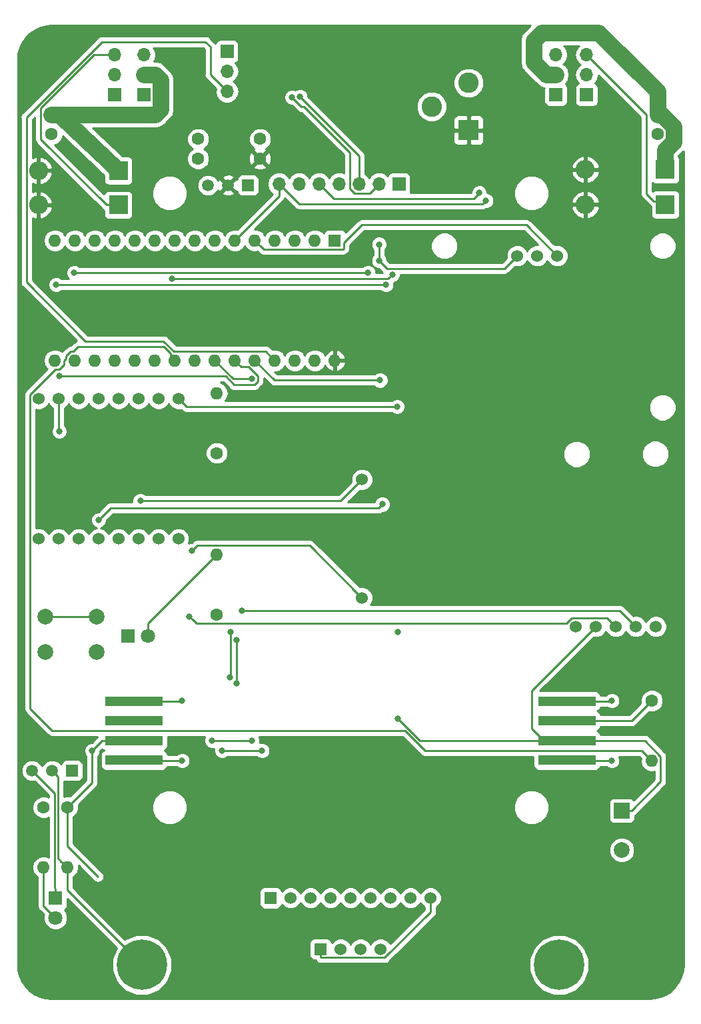
<source format=gbr>
G04 #@! TF.GenerationSoftware,KiCad,Pcbnew,(5.0.1)-3*
G04 #@! TF.CreationDate,2019-09-05T16:28:01-04:00*
G04 #@! TF.ProjectId,EMU_Robot,454D555F526F626F742E6B696361645F,rev?*
G04 #@! TF.SameCoordinates,Original*
G04 #@! TF.FileFunction,Copper,L1,Top,Signal*
G04 #@! TF.FilePolarity,Positive*
%FSLAX46Y46*%
G04 Gerber Fmt 4.6, Leading zero omitted, Abs format (unit mm)*
G04 Created by KiCad (PCBNEW (5.0.1)-3) date 9/5/2019 4:28:01 PM*
%MOMM*%
%LPD*%
G01*
G04 APERTURE LIST*
G04 #@! TA.AperFunction,ComponentPad*
%ADD10C,1.524000*%
G04 #@! TD*
G04 #@! TA.AperFunction,ComponentPad*
%ADD11C,1.600000*%
G04 #@! TD*
G04 #@! TA.AperFunction,ComponentPad*
%ADD12O,1.600000X1.600000*%
G04 #@! TD*
G04 #@! TA.AperFunction,ComponentPad*
%ADD13R,2.000000X2.000000*%
G04 #@! TD*
G04 #@! TA.AperFunction,ComponentPad*
%ADD14C,2.000000*%
G04 #@! TD*
G04 #@! TA.AperFunction,ComponentPad*
%ADD15R,1.524000X1.524000*%
G04 #@! TD*
G04 #@! TA.AperFunction,ComponentPad*
%ADD16R,1.700000X1.700000*%
G04 #@! TD*
G04 #@! TA.AperFunction,ComponentPad*
%ADD17O,1.700000X1.700000*%
G04 #@! TD*
G04 #@! TA.AperFunction,ComponentPad*
%ADD18C,6.400000*%
G04 #@! TD*
G04 #@! TA.AperFunction,ComponentPad*
%ADD19C,1.800000*%
G04 #@! TD*
G04 #@! TA.AperFunction,ComponentPad*
%ADD20R,1.800000X1.800000*%
G04 #@! TD*
G04 #@! TA.AperFunction,ComponentPad*
%ADD21O,2.400000X2.400000*%
G04 #@! TD*
G04 #@! TA.AperFunction,ComponentPad*
%ADD22R,2.400000X2.400000*%
G04 #@! TD*
G04 #@! TA.AperFunction,ComponentPad*
%ADD23R,2.600000X2.600000*%
G04 #@! TD*
G04 #@! TA.AperFunction,ComponentPad*
%ADD24C,2.600000*%
G04 #@! TD*
G04 #@! TA.AperFunction,ComponentPad*
%ADD25R,1.600000X1.600000*%
G04 #@! TD*
G04 #@! TA.AperFunction,SMDPad,CuDef*
%ADD26R,7.250000X1.300000*%
G04 #@! TD*
G04 #@! TA.AperFunction,ComponentPad*
%ADD27C,1.500000*%
G04 #@! TD*
G04 #@! TA.AperFunction,ComponentPad*
%ADD28R,1.500000X1.500000*%
G04 #@! TD*
G04 #@! TA.AperFunction,ViaPad*
%ADD29C,0.800000*%
G04 #@! TD*
G04 #@! TA.AperFunction,Conductor*
%ADD30C,0.250000*%
G04 #@! TD*
G04 #@! TA.AperFunction,Conductor*
%ADD31C,2.100000*%
G04 #@! TD*
G04 #@! TA.AperFunction,Conductor*
%ADD32C,0.254000*%
G04 #@! TD*
G04 APERTURE END LIST*
D10*
G04 #@! TO.P,M5,1*
G04 #@! TO.N,+5V*
X64186000Y-114952000D03*
G04 #@! TO.P,M5,3*
G04 #@! TO.N,PIR_OUTPUT*
X69266000Y-114952000D03*
G04 #@! TO.P,M5,2*
G04 #@! TO.N,GND*
X66726000Y-114952000D03*
G04 #@! TD*
G04 #@! TO.P,M6,5*
G04 #@! TO.N,Net-(M6-Pad5)*
X81788000Y-162052000D03*
G04 #@! TO.P,M6,4*
G04 #@! TO.N,MIC_OUTPUT*
X79248000Y-162052000D03*
G04 #@! TO.P,M6,3*
G04 #@! TO.N,MIC_GAIN*
X76708000Y-162052000D03*
G04 #@! TO.P,M6,2*
G04 #@! TO.N,+5V*
X74168000Y-162052000D03*
G04 #@! TO.P,M6,1*
G04 #@! TO.N,GND*
X71628000Y-162052000D03*
G04 #@! TD*
D11*
G04 #@! TO.P,R1,1*
G04 #@! TO.N,+5V*
X7000000Y-185000000D03*
D12*
G04 #@! TO.P,R1,2*
G04 #@! TO.N,BUMP_SENSE*
X7000000Y-192620000D03*
G04 #@! TD*
D13*
G04 #@! TO.P,C5,1*
G04 #@! TO.N,+5V*
X77470000Y-185420000D03*
D14*
G04 #@! TO.P,C5,2*
G04 #@! TO.N,GND*
X77470000Y-190420000D03*
G04 #@! TD*
D10*
G04 #@! TO.P,M3,9*
G04 #@! TO.N,+5V*
X53160000Y-196500000D03*
G04 #@! TO.P,M3,8*
G04 #@! TO.N,Net-(M3-Pad8)*
X50620000Y-196500000D03*
G04 #@! TO.P,M3,7*
G04 #@! TO.N,RFID_RST*
X48080000Y-196500000D03*
G04 #@! TO.P,M3,6*
G04 #@! TO.N,GND*
X45540000Y-196500000D03*
G04 #@! TO.P,M3,5*
G04 #@! TO.N,Net-(M3-Pad5)*
X43000000Y-196500000D03*
G04 #@! TO.P,M3,4*
G04 #@! TO.N,MISO*
X40460000Y-196500000D03*
G04 #@! TO.P,M3,3*
G04 #@! TO.N,MOSI*
X37920000Y-196500000D03*
G04 #@! TO.P,M3,2*
G04 #@! TO.N,SCK*
X35380000Y-196500000D03*
D15*
G04 #@! TO.P,M3,1*
G04 #@! TO.N,SS*
X32840000Y-196500000D03*
G04 #@! TD*
D12*
G04 #@! TO.P,R3,2*
G04 #@! TO.N,DIN*
X81280000Y-179070000D03*
D11*
G04 #@! TO.P,R3,1*
G04 #@! TO.N,Net-(D7-Pad7)*
X81280000Y-171450000D03*
G04 #@! TD*
D16*
G04 #@! TO.P,J1,1*
G04 #@! TO.N,GND*
X49160000Y-105835000D03*
D17*
G04 #@! TO.P,J1,2*
G04 #@! TO.N,+5V*
X46620000Y-105835000D03*
G04 #@! TO.P,J1,3*
G04 #@! TO.N,BUMP_SENSE*
X44080000Y-105835000D03*
G04 #@! TO.P,J1,4*
G04 #@! TO.N,ENCODER_2_SIGNAL*
X41540000Y-105835000D03*
G04 #@! TO.P,J1,5*
G04 #@! TO.N,ENCODER_1_SIGNAL*
X39000000Y-105835000D03*
G04 #@! TO.P,J1,6*
G04 #@! TO.N,SERVO_2_SIGNAL*
X36460000Y-105835000D03*
G04 #@! TO.P,J1,7*
G04 #@! TO.N,SERVO_1_SIGNAL*
X33920000Y-105835000D03*
G04 #@! TD*
D12*
G04 #@! TO.P,R2,2*
G04 #@! TO.N,Net-(D5-Pad2)*
X4000000Y-192620000D03*
D11*
G04 #@! TO.P,R2,1*
G04 #@! TO.N,+5V*
X4000000Y-185000000D03*
G04 #@! TD*
D16*
G04 #@! TO.P,J2,1*
G04 #@! TO.N,SERVO_1_SIGNAL*
X69088000Y-94488000D03*
D17*
G04 #@! TO.P,J2,2*
G04 #@! TO.N,SERVO_1_PWR*
X69088000Y-91948000D03*
G04 #@! TO.P,J2,3*
G04 #@! TO.N,GND*
X69088000Y-89408000D03*
G04 #@! TD*
G04 #@! TO.P,J4,3*
G04 #@! TO.N,GND*
X16764000Y-89420000D03*
G04 #@! TO.P,J4,2*
G04 #@! TO.N,SERVO_2_PWR*
X16764000Y-91960000D03*
D16*
G04 #@! TO.P,J4,1*
G04 #@! TO.N,SERVO_2_SIGNAL*
X16764000Y-94500000D03*
G04 #@! TD*
D17*
G04 #@! TO.P,J3,3*
G04 #@! TO.N,Net-(D3-Pad1)*
X73000000Y-89420000D03*
G04 #@! TO.P,J3,2*
G04 #@! TO.N,GND*
X73000000Y-91960000D03*
D16*
G04 #@! TO.P,J3,1*
G04 #@! TO.N,ENCODER_1_SIGNAL*
X73000000Y-94500000D03*
G04 #@! TD*
G04 #@! TO.P,J5,1*
G04 #@! TO.N,ENCODER_2_SIGNAL*
X13000000Y-94500000D03*
D17*
G04 #@! TO.P,J5,2*
G04 #@! TO.N,GND*
X13000000Y-91960000D03*
G04 #@! TO.P,J5,3*
G04 #@! TO.N,Net-(D4-Pad1)*
X13000000Y-89420000D03*
G04 #@! TD*
D18*
G04 #@! TO.P,H4,1*
G04 #@! TO.N,BUMP_SENSE*
X16500000Y-205000000D03*
G04 #@! TD*
G04 #@! TO.P,H5,1*
G04 #@! TO.N,GND*
X69500000Y-205000000D03*
G04 #@! TD*
D19*
G04 #@! TO.P,D5,2*
G04 #@! TO.N,Net-(D5-Pad2)*
X5500000Y-199040000D03*
D20*
G04 #@! TO.P,D5,1*
G04 #@! TO.N,Net-(D5-Pad1)*
X5500000Y-196500000D03*
G04 #@! TD*
D11*
G04 #@! TO.P,C1,1*
G04 #@! TO.N,VDD*
X31496000Y-102616000D03*
G04 #@! TO.P,C1,2*
G04 #@! TO.N,GND*
X31496000Y-100116000D03*
G04 #@! TD*
G04 #@! TO.P,C2,2*
G04 #@! TO.N,GND*
X23622000Y-100116000D03*
G04 #@! TO.P,C2,1*
G04 #@! TO.N,+5VA*
X23622000Y-102616000D03*
G04 #@! TD*
D21*
G04 #@! TO.P,D1,2*
G04 #@! TO.N,VDD*
X72840000Y-104000000D03*
D22*
G04 #@! TO.P,D1,1*
G04 #@! TO.N,SERVO_1_PWR*
X83000000Y-104000000D03*
G04 #@! TD*
G04 #@! TO.P,D2,1*
G04 #@! TO.N,SERVO_2_PWR*
X13500000Y-104140000D03*
D21*
G04 #@! TO.P,D2,2*
G04 #@! TO.N,VDD*
X3340000Y-104140000D03*
G04 #@! TD*
G04 #@! TO.P,D3,2*
G04 #@! TO.N,VDD*
X72840000Y-108458000D03*
D22*
G04 #@! TO.P,D3,1*
G04 #@! TO.N,Net-(D3-Pad1)*
X83000000Y-108458000D03*
G04 #@! TD*
G04 #@! TO.P,D4,1*
G04 #@! TO.N,Net-(D4-Pad1)*
X13500000Y-108500000D03*
D21*
G04 #@! TO.P,D4,2*
G04 #@! TO.N,VDD*
X3340000Y-108500000D03*
G04 #@! TD*
D23*
G04 #@! TO.P,J6,1*
G04 #@! TO.N,VDD*
X58000000Y-99000000D03*
D24*
G04 #@! TO.P,J6,2*
G04 #@! TO.N,GND*
X58000000Y-93000000D03*
G04 #@! TO.P,J6,3*
G04 #@! TO.N,N/C*
X53300000Y-96000000D03*
G04 #@! TD*
D25*
G04 #@! TO.P,C3,1*
G04 #@! TO.N,SERVO_1_PWR*
X82000000Y-97000000D03*
D11*
G04 #@! TO.P,C3,2*
G04 #@! TO.N,GND*
X82000000Y-99500000D03*
G04 #@! TD*
G04 #@! TO.P,C4,2*
G04 #@! TO.N,GND*
X5000000Y-99500000D03*
D25*
G04 #@! TO.P,C4,1*
G04 #@! TO.N,SERVO_2_PWR*
X5000000Y-97000000D03*
G04 #@! TD*
D15*
G04 #@! TO.P,M2,1*
G04 #@! TO.N,+5V*
X39190000Y-203000000D03*
D10*
G04 #@! TO.P,M2,2*
G04 #@! TO.N,US_TRIG*
X41730000Y-203000000D03*
G04 #@! TO.P,M2,3*
G04 #@! TO.N,US_ECHO*
X44270000Y-203000000D03*
G04 #@! TO.P,M2,4*
G04 #@! TO.N,GND*
X46810000Y-203000000D03*
G04 #@! TD*
G04 #@! TO.P,LS1,1*
G04 #@! TO.N,Net-(LS1-Pad1)*
X44450000Y-143376000D03*
G04 #@! TO.P,LS1,2*
G04 #@! TO.N,Net-(LS1-Pad2)*
X44450000Y-158376000D03*
G04 #@! TD*
G04 #@! TO.P,M4,1*
G04 #@! TO.N,+5V*
X21140000Y-133110000D03*
G04 #@! TO.P,M4,2*
G04 #@! TO.N,Net-(M4-Pad2)*
X18600000Y-133110000D03*
G04 #@! TO.P,M4,3*
G04 #@! TO.N,SOFT_RX*
X16060000Y-133110000D03*
G04 #@! TO.P,M4,4*
G04 #@! TO.N,Net-(M4-Pad4)*
X13520000Y-133110000D03*
G04 #@! TO.P,M4,5*
G04 #@! TO.N,Net-(M4-Pad5)*
X10980000Y-133110000D03*
G04 #@! TO.P,M4,6*
G04 #@! TO.N,Net-(LS1-Pad2)*
X8440000Y-133110000D03*
G04 #@! TO.P,M4,7*
G04 #@! TO.N,GND*
X5900000Y-133110000D03*
G04 #@! TO.P,M4,8*
G04 #@! TO.N,Net-(LS1-Pad1)*
X3360000Y-133110000D03*
G04 #@! TO.P,M4,9*
G04 #@! TO.N,Net-(M4-Pad9)*
X3360000Y-150890000D03*
G04 #@! TO.P,M4,10*
G04 #@! TO.N,GND*
X5900000Y-150890000D03*
G04 #@! TO.P,M4,11*
G04 #@! TO.N,Net-(M4-Pad11)*
X8440000Y-150890000D03*
G04 #@! TO.P,M4,12*
G04 #@! TO.N,Net-(M4-Pad12)*
X10980000Y-150890000D03*
G04 #@! TO.P,M4,13*
G04 #@! TO.N,Net-(M4-Pad13)*
X13520000Y-150890000D03*
G04 #@! TO.P,M4,14*
G04 #@! TO.N,Net-(M4-Pad14)*
X16060000Y-150890000D03*
G04 #@! TO.P,M4,15*
G04 #@! TO.N,Net-(M4-Pad15)*
X18600000Y-150890000D03*
G04 #@! TO.P,M4,16*
G04 #@! TO.N,MP3_BUSY*
X21140000Y-150890000D03*
G04 #@! TD*
D11*
G04 #@! TO.P,R4,1*
G04 #@! TO.N,Net-(M4-Pad2)*
X26000000Y-140000000D03*
D12*
G04 #@! TO.P,R4,2*
G04 #@! TO.N,SOFT_TX*
X26000000Y-132380000D03*
G04 #@! TD*
D16*
G04 #@! TO.P,JP1,1*
G04 #@! TO.N,+5VA*
X27302000Y-88992000D03*
D17*
G04 #@! TO.P,JP1,2*
G04 #@! TO.N,+5V*
X27302000Y-91532000D03*
G04 #@! TO.P,JP1,3*
G04 #@! TO.N,+5VP*
X27302000Y-94072000D03*
G04 #@! TD*
D20*
G04 #@! TO.P,D6,1*
G04 #@! TO.N,GND*
X14750000Y-163250000D03*
D19*
G04 #@! TO.P,D6,2*
G04 #@! TO.N,Net-(D6-Pad2)*
X17290000Y-163250000D03*
G04 #@! TD*
D11*
G04 #@! TO.P,R6,1*
G04 #@! TO.N,Net-(A1-Pad25)*
X26000000Y-160500000D03*
D12*
G04 #@! TO.P,R6,2*
G04 #@! TO.N,Net-(D6-Pad2)*
X26000000Y-152880000D03*
G04 #@! TD*
D14*
G04 #@! TO.P,SW1,2*
G04 #@! TO.N,GND*
X4250000Y-165285001D03*
G04 #@! TO.P,SW1,1*
G04 #@! TO.N,Net-(A1-Pad26)*
X4250000Y-160785001D03*
G04 #@! TO.P,SW1,2*
G04 #@! TO.N,GND*
X10750000Y-165285001D03*
G04 #@! TO.P,SW1,1*
G04 #@! TO.N,Net-(A1-Pad26)*
X10750000Y-160785001D03*
G04 #@! TD*
D12*
G04 #@! TO.P,A1,16*
G04 #@! TO.N,SCK*
X5440000Y-128240000D03*
G04 #@! TO.P,A1,15*
G04 #@! TO.N,MISO*
X5440000Y-113000000D03*
G04 #@! TO.P,A1,30*
G04 #@! TO.N,VDD*
X41000000Y-128240000D03*
G04 #@! TO.P,A1,14*
G04 #@! TO.N,MOSI*
X7980000Y-113000000D03*
G04 #@! TO.P,A1,29*
G04 #@! TO.N,GND*
X38460000Y-128240000D03*
G04 #@! TO.P,A1,13*
G04 #@! TO.N,SS*
X10520000Y-113000000D03*
G04 #@! TO.P,A1,28*
G04 #@! TO.N,Net-(A1-Pad28)*
X35920000Y-128240000D03*
G04 #@! TO.P,A1,12*
G04 #@! TO.N,RFID_RST*
X13060000Y-113000000D03*
G04 #@! TO.P,A1,27*
G04 #@! TO.N,+5VP*
X33380000Y-128240000D03*
G04 #@! TO.P,A1,11*
G04 #@! TO.N,US_TRIG*
X15600000Y-113000000D03*
G04 #@! TO.P,A1,26*
G04 #@! TO.N,Net-(A1-Pad26)*
X30840000Y-128240000D03*
G04 #@! TO.P,A1,10*
G04 #@! TO.N,US_ECHO*
X18140000Y-113000000D03*
G04 #@! TO.P,A1,25*
G04 #@! TO.N,Net-(A1-Pad25)*
X28300000Y-128240000D03*
G04 #@! TO.P,A1,9*
G04 #@! TO.N,ENCODER_2_SIGNAL*
X20680000Y-113000000D03*
G04 #@! TO.P,A1,24*
G04 #@! TO.N,MIC_OUTPUT*
X25760000Y-128240000D03*
G04 #@! TO.P,A1,8*
G04 #@! TO.N,SERVO_2_SIGNAL*
X23220000Y-113000000D03*
G04 #@! TO.P,A1,23*
G04 #@! TO.N,MIC_GAIN*
X23220000Y-128240000D03*
G04 #@! TO.P,A1,7*
G04 #@! TO.N,ENCODER_1_SIGNAL*
X25760000Y-113000000D03*
G04 #@! TO.P,A1,22*
G04 #@! TO.N,DIN*
X20680000Y-128240000D03*
G04 #@! TO.P,A1,6*
G04 #@! TO.N,SERVO_1_SIGNAL*
X28300000Y-113000000D03*
G04 #@! TO.P,A1,21*
G04 #@! TO.N,MP3_BUSY*
X18140000Y-128240000D03*
G04 #@! TO.P,A1,5*
G04 #@! TO.N,PIR_OUTPUT*
X30840000Y-113000000D03*
G04 #@! TO.P,A1,20*
G04 #@! TO.N,SOFT_TX*
X15600000Y-128240000D03*
G04 #@! TO.P,A1,4*
G04 #@! TO.N,GND*
X33380000Y-113000000D03*
G04 #@! TO.P,A1,19*
G04 #@! TO.N,SOFT_RX*
X13060000Y-128240000D03*
G04 #@! TO.P,A1,3*
G04 #@! TO.N,Net-(A1-Pad3)*
X35920000Y-113000000D03*
G04 #@! TO.P,A1,18*
G04 #@! TO.N,Net-(A1-Pad18)*
X10520000Y-128240000D03*
G04 #@! TO.P,A1,2*
G04 #@! TO.N,Net-(A1-Pad2)*
X38460000Y-113000000D03*
G04 #@! TO.P,A1,17*
G04 #@! TO.N,+3V3*
X7980000Y-128240000D03*
D25*
G04 #@! TO.P,A1,1*
G04 #@! TO.N,Net-(A1-Pad1)*
X41000000Y-113000000D03*
G04 #@! TD*
D26*
G04 #@! TO.P,D7,1*
G04 #@! TO.N,GND*
X15500000Y-171510000D03*
G04 #@! TO.P,D7,8*
X70500000Y-171510000D03*
G04 #@! TO.P,D7,2*
G04 #@! TO.N,Net-(D7-Pad2)*
X15500000Y-174010000D03*
G04 #@! TO.P,D7,7*
G04 #@! TO.N,Net-(D7-Pad7)*
X70500000Y-174010000D03*
G04 #@! TO.P,D7,3*
G04 #@! TO.N,+5V*
X15500000Y-176510000D03*
G04 #@! TO.P,D7,6*
X70500000Y-176510000D03*
G04 #@! TO.P,D7,4*
G04 #@! TO.N,GND*
X15500000Y-179010000D03*
G04 #@! TO.P,D7,5*
X70500000Y-179010000D03*
G04 #@! TD*
D27*
G04 #@! TO.P,Q1,2*
G04 #@! TO.N,BUMP_SENSE*
X5080000Y-180340000D03*
G04 #@! TO.P,Q1,3*
G04 #@! TO.N,Net-(D5-Pad1)*
X2540000Y-180340000D03*
D28*
G04 #@! TO.P,Q1,1*
G04 #@! TO.N,GND*
X7620000Y-180340000D03*
G04 #@! TD*
D27*
G04 #@! TO.P,U1,2*
G04 #@! TO.N,VDD*
X27432000Y-106000000D03*
G04 #@! TO.P,U1,3*
G04 #@! TO.N,+5VA*
X24892000Y-106000000D03*
D28*
G04 #@! TO.P,U1,1*
G04 #@! TO.N,GND*
X29972000Y-106000000D03*
G04 #@! TD*
D29*
G04 #@! TO.N,GND*
X6000000Y-137250000D03*
X21590000Y-179070004D03*
X21590000Y-171450000D03*
X76199984Y-179070000D03*
X76200000Y-171450000D03*
G04 #@! TO.N,+5V*
X46620000Y-115570000D03*
X48927021Y-134112000D03*
X46620000Y-113501010D03*
X49022000Y-162725010D03*
X49022000Y-173745320D03*
X10159932Y-177800000D03*
X35579315Y-94823504D03*
G04 #@! TO.N,SERVO_1_SIGNAL*
X60198000Y-107950000D03*
G04 #@! TO.N,ENCODER_1_SIGNAL*
X59343002Y-106970990D03*
G04 #@! TO.N,BUMP_SENSE*
X36576000Y-94742000D03*
G04 #@! TO.N,US_ECHO*
X27750000Y-162750000D03*
X27667940Y-168445293D03*
G04 #@! TO.N,US_TRIG*
X28500000Y-163750000D03*
X28500000Y-169250000D03*
G04 #@! TO.N,RFID_RST*
X20320000Y-117856000D03*
X48316991Y-117311010D03*
G04 #@! TO.N,SS*
X25400000Y-176530000D03*
X30480000Y-176530000D03*
G04 #@! TO.N,MOSI*
X45212000Y-117094000D03*
X7874000Y-117094000D03*
G04 #@! TO.N,MISO*
X5588000Y-118618000D03*
X47497117Y-118586445D03*
G04 #@! TO.N,SCK*
X26670000Y-177800000D03*
X31750000Y-177800000D03*
G04 #@! TO.N,Net-(LS1-Pad1)*
X16287340Y-146062660D03*
G04 #@! TO.N,Net-(LS1-Pad2)*
X22859984Y-152400000D03*
G04 #@! TO.N,MIC_GAIN*
X22500000Y-160750000D03*
G04 #@! TO.N,MIC_OUTPUT*
X30480000Y-130556000D03*
X29225010Y-160024990D03*
G04 #@! TO.N,Net-(A1-Pad25)*
X6000000Y-130250000D03*
G04 #@! TO.N,Net-(A1-Pad26)*
X11000000Y-148500000D03*
X47027000Y-146500000D03*
X46750000Y-130750000D03*
G04 #@! TD*
D30*
G04 #@! TO.N,VDD*
X31496000Y-102616000D02*
X31500000Y-103000000D01*
G04 #@! TO.N,GND*
X17000000Y-171750000D02*
X18475000Y-171750000D01*
X5900000Y-133110000D02*
X5900000Y-137150000D01*
X5900000Y-137150000D02*
X6000000Y-137250000D01*
X12700000Y-179070000D02*
X12700004Y-179070004D01*
X21024315Y-179070004D02*
X21590000Y-179070004D01*
X12700004Y-179070004D02*
X21024315Y-179070004D01*
X21530000Y-171510000D02*
X21590000Y-171450000D01*
X15500000Y-171510000D02*
X21530000Y-171510000D01*
X73220000Y-179010000D02*
X73280000Y-179070000D01*
X75634299Y-179070000D02*
X76199984Y-179070000D01*
X73280000Y-179070000D02*
X75634299Y-179070000D01*
X70500000Y-171510000D02*
X76140000Y-171510000D01*
X76140000Y-171510000D02*
X76200000Y-171450000D01*
G04 #@! TO.N,+5V*
X53160000Y-197577630D02*
X53160000Y-196500000D01*
X53160000Y-198258762D02*
X53160000Y-197577630D01*
X47331761Y-204087001D02*
X53160000Y-198258762D01*
X39265001Y-204087001D02*
X47331761Y-204087001D01*
X39190000Y-204012000D02*
X39265001Y-204087001D01*
X39190000Y-203000000D02*
X39190000Y-204012000D01*
X22142000Y-134112000D02*
X48361336Y-134112000D01*
X48361336Y-134112000D02*
X48927021Y-134112000D01*
X21140000Y-133110000D02*
X22142000Y-134112000D01*
X46620000Y-115570000D02*
X46620000Y-113501010D01*
X51786680Y-176510000D02*
X73220000Y-176510000D01*
X49022000Y-173745320D02*
X51786680Y-176510000D01*
X7000000Y-185000000D02*
X7000000Y-189880000D01*
X7000000Y-189880000D02*
X10922000Y-193802000D01*
X10559931Y-177400001D02*
X10159932Y-177800000D01*
X18220000Y-176510000D02*
X11449932Y-176510000D01*
X11449932Y-176510000D02*
X10559931Y-177400001D01*
X73220000Y-176510000D02*
X70245000Y-176510000D01*
X77095000Y-176510000D02*
X73220000Y-176510000D01*
X80385002Y-176510000D02*
X77095000Y-176510000D01*
X82405001Y-178529999D02*
X80385002Y-176510000D01*
X82405001Y-181734999D02*
X82405001Y-178529999D01*
X78720000Y-185420000D02*
X82405001Y-181734999D01*
X77470000Y-185420000D02*
X78720000Y-185420000D01*
X10159932Y-181840068D02*
X10159932Y-177800000D01*
X7000000Y-185000000D02*
X10159932Y-181840068D01*
X67525000Y-176510000D02*
X70500000Y-176510000D01*
X66040000Y-175025000D02*
X67525000Y-176510000D01*
X74168000Y-162052000D02*
X66040000Y-170180000D01*
X66040000Y-170180000D02*
X66040000Y-175025000D01*
X43515999Y-107010001D02*
X42904999Y-106399001D01*
X37047000Y-95975002D02*
X36730813Y-95975002D01*
X45444999Y-107010001D02*
X43515999Y-107010001D01*
X35979314Y-95223503D02*
X35579315Y-94823504D01*
X36730813Y-95975002D02*
X35979314Y-95223503D01*
X42904999Y-101833001D02*
X37047000Y-95975002D01*
X46620000Y-105835000D02*
X45444999Y-107010001D01*
X42904999Y-106399001D02*
X42904999Y-101833001D01*
X47636000Y-116586000D02*
X46620000Y-115570000D01*
X64186000Y-114952000D02*
X62552000Y-116586000D01*
X62552000Y-116586000D02*
X47636000Y-116586000D01*
G04 #@! TO.N,Net-(D3-Pad1)*
X81550000Y-108000000D02*
X83000000Y-108000000D01*
X80624990Y-107074990D02*
X81550000Y-108000000D01*
X80624990Y-97044990D02*
X80624990Y-107074990D01*
X73000000Y-89420000D02*
X80624990Y-97044990D01*
G04 #@! TO.N,Net-(D4-Pad1)*
X11797919Y-89420000D02*
X13000000Y-89420000D01*
X10394998Y-89420000D02*
X11797919Y-89420000D01*
X3624990Y-96190008D02*
X10394998Y-89420000D01*
X3624990Y-100124990D02*
X3624990Y-96190008D01*
X12000000Y-108500000D02*
X3624990Y-100124990D01*
X13500000Y-108500000D02*
X12000000Y-108500000D01*
G04 #@! TO.N,SERVO_1_SIGNAL*
X33920000Y-107380000D02*
X33920000Y-105835000D01*
X28300000Y-113000000D02*
X33920000Y-107380000D01*
X36434999Y-108349999D02*
X59798001Y-108349999D01*
X59798001Y-108349999D02*
X60198000Y-107950000D01*
X33920000Y-105835000D02*
X36434999Y-108349999D01*
G04 #@! TO.N,ENCODER_1_SIGNAL*
X59343002Y-107026998D02*
X59343002Y-106970990D01*
X58674000Y-107696000D02*
X59343002Y-107026998D01*
X39000000Y-105835000D02*
X40861000Y-107696000D01*
X40861000Y-107696000D02*
X58674000Y-107696000D01*
D31*
G04 #@! TO.N,SERVO_1_PWR*
X82534002Y-97000000D02*
X82000000Y-97000000D01*
X84050001Y-98515999D02*
X82534002Y-97000000D01*
X84050001Y-100484001D02*
X84050001Y-98515999D01*
X83000000Y-101534002D02*
X84050001Y-100484001D01*
X83000000Y-104000000D02*
X83000000Y-101534002D01*
X67885919Y-91948000D02*
X69088000Y-91948000D01*
X82000000Y-94100000D02*
X74514000Y-86614000D01*
X74514000Y-86614000D02*
X67310000Y-86614000D01*
X67310000Y-86614000D02*
X66294000Y-87630000D01*
X66294000Y-87630000D02*
X66294000Y-90356081D01*
X82000000Y-97000000D02*
X82000000Y-94100000D01*
X66294000Y-90356081D02*
X67885919Y-91948000D01*
G04 #@! TO.N,SERVO_2_PWR*
X6000000Y-97000000D02*
X5000000Y-97000000D01*
X13500000Y-104140000D02*
X6000000Y-97000000D01*
X7900000Y-97000000D02*
X5000000Y-97000000D01*
X18214002Y-97000000D02*
X7900000Y-97000000D01*
X18864001Y-96350001D02*
X18214002Y-97000000D01*
X18864001Y-92649999D02*
X18864001Y-96350001D01*
X18174002Y-91960000D02*
X18864001Y-92649999D01*
X16764000Y-91960000D02*
X18174002Y-91960000D01*
D30*
G04 #@! TO.N,BUMP_SENSE*
X6200001Y-191820001D02*
X7000000Y-192620000D01*
X5829999Y-191449999D02*
X6200001Y-191820001D01*
X5829999Y-181089999D02*
X5829999Y-191449999D01*
X5080000Y-180340000D02*
X5829999Y-181089999D01*
X7000000Y-195500000D02*
X16500000Y-205000000D01*
X7000000Y-192620000D02*
X7000000Y-195500000D01*
X36975999Y-95141999D02*
X36576000Y-94742000D01*
X44080000Y-102246000D02*
X36975999Y-95141999D01*
X44080000Y-105835000D02*
X44080000Y-102246000D01*
G04 #@! TO.N,Net-(D5-Pad1)*
X3289999Y-181089999D02*
X2540000Y-180340000D01*
X5379989Y-183179989D02*
X3289999Y-181089999D01*
X5379989Y-195229989D02*
X5379989Y-183179989D01*
X5500000Y-195350000D02*
X5379989Y-195229989D01*
X5500000Y-196500000D02*
X5500000Y-195350000D01*
G04 #@! TO.N,Net-(D5-Pad2)*
X4000000Y-197540000D02*
X5500000Y-199040000D01*
X4000000Y-192620000D02*
X4000000Y-197540000D01*
G04 #@! TO.N,US_ECHO*
X27750000Y-162750000D02*
X27750000Y-168363233D01*
X27750000Y-168363233D02*
X27667940Y-168445293D01*
G04 #@! TO.N,US_TRIG*
X28500000Y-163750000D02*
X28500000Y-169250000D01*
G04 #@! TO.N,RFID_RST*
X20320000Y-117856000D02*
X47772001Y-117856000D01*
X47772001Y-117856000D02*
X47916992Y-117711009D01*
X47916992Y-117711009D02*
X48316991Y-117311010D01*
G04 #@! TO.N,SS*
X25400000Y-176530000D02*
X30480000Y-176530000D01*
G04 #@! TO.N,MOSI*
X45212000Y-117094000D02*
X7874000Y-117094000D01*
G04 #@! TO.N,MISO*
X47465562Y-118618000D02*
X47497117Y-118586445D01*
X5588000Y-118618000D02*
X47465562Y-118618000D01*
G04 #@! TO.N,SCK*
X26670000Y-177800000D02*
X31750000Y-177800000D01*
G04 #@! TO.N,DIN*
X80010000Y-177800000D02*
X81280000Y-179070000D01*
X52440270Y-177800000D02*
X80010000Y-177800000D01*
X7746239Y-127114999D02*
X7439999Y-127114999D01*
X8369238Y-126492000D02*
X7746239Y-127114999D01*
X20139999Y-127327999D02*
X19304000Y-126492000D01*
X2272999Y-172452999D02*
X5080000Y-175260000D01*
X19304000Y-126492000D02*
X8369238Y-126492000D01*
X5080000Y-175260000D02*
X49900270Y-175260000D01*
X20680000Y-128240000D02*
X20139999Y-127699999D01*
X7439999Y-127114999D02*
X6854999Y-127699999D01*
X6854999Y-127699999D02*
X6854999Y-128006239D01*
X6854999Y-128006239D02*
X6565001Y-128296237D01*
X6565001Y-128780001D02*
X5980001Y-129365001D01*
X5980001Y-129365001D02*
X5496237Y-129365001D01*
X6565001Y-128296237D02*
X6565001Y-128780001D01*
X5496237Y-129365001D02*
X2272999Y-132588239D01*
X49900270Y-175260000D02*
X52440270Y-177800000D01*
X20139999Y-127699999D02*
X20139999Y-127327999D01*
X2272999Y-132588239D02*
X2272999Y-172452999D01*
G04 #@! TO.N,Net-(LS1-Pad1)*
X16300000Y-146050000D02*
X16300000Y-146050000D01*
X44450000Y-143376000D02*
X41763340Y-146062660D01*
X41763340Y-146062660D02*
X16853025Y-146062660D01*
X16853025Y-146062660D02*
X16287340Y-146062660D01*
G04 #@! TO.N,Net-(LS1-Pad2)*
X44050001Y-157975949D02*
X44450000Y-158375948D01*
X37824052Y-151750000D02*
X44050001Y-157975949D01*
X22859984Y-152400000D02*
X23509984Y-151750000D01*
X23509984Y-151750000D02*
X37824052Y-151750000D01*
G04 #@! TO.N,+5VP*
X25175001Y-91945001D02*
X27302000Y-94072000D01*
X24579992Y-87794990D02*
X25175001Y-88389999D01*
X11383598Y-87794990D02*
X24579992Y-87794990D01*
X1814999Y-97363589D02*
X11383598Y-87794990D01*
X25175001Y-88389999D02*
X25175001Y-91945001D01*
X33380000Y-128240000D02*
X32254999Y-127114999D01*
X20563410Y-127114999D02*
X19236400Y-125787989D01*
X19236400Y-125787989D02*
X9287989Y-125787989D01*
X9287989Y-125787989D02*
X1814999Y-118314999D01*
X32254999Y-127114999D02*
X20563410Y-127114999D01*
X1814999Y-118314999D02*
X1814999Y-97363589D01*
G04 #@! TO.N,PIR_OUTPUT*
X31639999Y-113799999D02*
X30840000Y-113000000D01*
X31965001Y-114125001D02*
X31639999Y-113799999D01*
X42060001Y-114125001D02*
X31965001Y-114125001D01*
X69266000Y-114952000D02*
X65312000Y-110998000D01*
X65312000Y-110998000D02*
X44450000Y-110998000D01*
X42125001Y-113322999D02*
X42125001Y-114060001D01*
X44450000Y-110998000D02*
X42125001Y-113322999D01*
X42125001Y-114060001D02*
X42060001Y-114125001D01*
G04 #@! TO.N,MIC_GAIN*
X75620999Y-160964999D02*
X71106239Y-160964999D01*
X70421239Y-161649999D02*
X23399999Y-161649999D01*
X71106239Y-160964999D02*
X70421239Y-161649999D01*
X76708000Y-162052000D02*
X75620999Y-160964999D01*
X22899999Y-161149999D02*
X22500000Y-160750000D01*
X23399999Y-161649999D02*
X22899999Y-161149999D01*
G04 #@! TO.N,MIC_OUTPUT*
X28076000Y-130556000D02*
X25760000Y-128240000D01*
X30480000Y-130556000D02*
X28076000Y-130556000D01*
X79248000Y-162052000D02*
X77220990Y-160024990D01*
X29790695Y-160024990D02*
X29225010Y-160024990D01*
X77220990Y-160024990D02*
X29790695Y-160024990D01*
G04 #@! TO.N,Net-(A1-Pad25)*
X27133590Y-130250000D02*
X6000000Y-130250000D01*
X28164591Y-131281001D02*
X27133590Y-130250000D01*
X29099999Y-129039999D02*
X30037001Y-129039999D01*
X28300000Y-128240000D02*
X29099999Y-129039999D01*
X30037001Y-129039999D02*
X31205001Y-130207999D01*
X31205001Y-130207999D02*
X31205001Y-130904001D01*
X31205001Y-130904001D02*
X30828001Y-131281001D01*
X30828001Y-131281001D02*
X28164591Y-131281001D01*
G04 #@! TO.N,Net-(A1-Pad26)*
X5664213Y-160785001D02*
X10750000Y-160785001D01*
X4250000Y-160785001D02*
X5664213Y-160785001D01*
X33350000Y-130750000D02*
X30840000Y-128240000D01*
X46750000Y-130750000D02*
X33350000Y-130750000D01*
X46527000Y-147000000D02*
X47027000Y-146500000D01*
X11000000Y-148500000D02*
X12500000Y-147000000D01*
X12500000Y-147000000D02*
X46527000Y-147000000D01*
G04 #@! TO.N,Net-(D6-Pad2)*
X17290000Y-161590000D02*
X26000000Y-152880000D01*
X17290000Y-163250000D02*
X17290000Y-161590000D01*
G04 #@! TO.N,Net-(D7-Pad7)*
X76220000Y-174010000D02*
X73220000Y-174010000D01*
X78720000Y-174010000D02*
X73220000Y-174010000D01*
X81280000Y-171450000D02*
X78720000Y-174010000D01*
G04 #@! TD*
D32*
G04 #@! TO.N,VDD*
G36*
X65219876Y-86321175D02*
X65079183Y-86415183D01*
X64706765Y-86972547D01*
X64609000Y-87464044D01*
X64609000Y-87464048D01*
X64575990Y-87630000D01*
X64609000Y-87795953D01*
X64609001Y-90190124D01*
X64575990Y-90356081D01*
X64706766Y-91013535D01*
X64985176Y-91430206D01*
X64985178Y-91430208D01*
X65079184Y-91570898D01*
X65219874Y-91664904D01*
X66577094Y-93022124D01*
X66671102Y-93162817D01*
X67228465Y-93535235D01*
X67596442Y-93608430D01*
X67590560Y-93638000D01*
X67590560Y-95338000D01*
X67639843Y-95585765D01*
X67780191Y-95795809D01*
X67990235Y-95936157D01*
X68238000Y-95985440D01*
X69938000Y-95985440D01*
X70185765Y-95936157D01*
X70395809Y-95795809D01*
X70536157Y-95585765D01*
X70585440Y-95338000D01*
X70585440Y-93638000D01*
X70536157Y-93390235D01*
X70395809Y-93180191D01*
X70323494Y-93131871D01*
X70675235Y-92605454D01*
X70806011Y-91948000D01*
X70675235Y-91290546D01*
X70302817Y-90733183D01*
X70040234Y-90557731D01*
X70158625Y-90478625D01*
X70486839Y-89987418D01*
X70602092Y-89408000D01*
X70486839Y-88828582D01*
X70158625Y-88337375D01*
X70101193Y-88299000D01*
X72004767Y-88299000D01*
X71929375Y-88349375D01*
X71601161Y-88840582D01*
X71485908Y-89420000D01*
X71601161Y-89999418D01*
X71929375Y-90490625D01*
X72227761Y-90690000D01*
X71929375Y-90889375D01*
X71601161Y-91380582D01*
X71485908Y-91960000D01*
X71601161Y-92539418D01*
X71929375Y-93030625D01*
X71947619Y-93042816D01*
X71902235Y-93051843D01*
X71692191Y-93192191D01*
X71551843Y-93402235D01*
X71502560Y-93650000D01*
X71502560Y-95350000D01*
X71551843Y-95597765D01*
X71692191Y-95807809D01*
X71902235Y-95948157D01*
X72150000Y-95997440D01*
X73850000Y-95997440D01*
X74097765Y-95948157D01*
X74307809Y-95807809D01*
X74448157Y-95597765D01*
X74497440Y-95350000D01*
X74497440Y-93650000D01*
X74448157Y-93402235D01*
X74307809Y-93192191D01*
X74097765Y-93051843D01*
X74052381Y-93042816D01*
X74070625Y-93030625D01*
X74398839Y-92539418D01*
X74505980Y-92000781D01*
X79864990Y-97359792D01*
X79864991Y-107000138D01*
X79850102Y-107074990D01*
X79909087Y-107371527D01*
X80033638Y-107557930D01*
X80077062Y-107622919D01*
X80140518Y-107665319D01*
X80959671Y-108484473D01*
X81002071Y-108547929D01*
X81065527Y-108590329D01*
X81152560Y-108648483D01*
X81152560Y-109658000D01*
X81201843Y-109905765D01*
X81342191Y-110115809D01*
X81552235Y-110256157D01*
X81800000Y-110305440D01*
X84200000Y-110305440D01*
X84447765Y-110256157D01*
X84657809Y-110115809D01*
X84798157Y-109905765D01*
X84847440Y-109658000D01*
X84847440Y-107258000D01*
X84798157Y-107010235D01*
X84657809Y-106800191D01*
X84447765Y-106659843D01*
X84200000Y-106610560D01*
X81800000Y-106610560D01*
X81552235Y-106659843D01*
X81391827Y-106767025D01*
X81384990Y-106760189D01*
X81384990Y-105686407D01*
X81552235Y-105798157D01*
X81800000Y-105847440D01*
X84200000Y-105847440D01*
X84447765Y-105798157D01*
X84657809Y-105657809D01*
X84798157Y-105447765D01*
X84847440Y-105200000D01*
X84847440Y-102800000D01*
X84798157Y-102552235D01*
X84685000Y-102382885D01*
X84685000Y-102231951D01*
X85124125Y-101792826D01*
X85264818Y-101698818D01*
X85290001Y-101661129D01*
X85290000Y-204968382D01*
X85219422Y-205759193D01*
X85018295Y-206494389D01*
X84690152Y-207182355D01*
X84245374Y-207801328D01*
X83698012Y-208331761D01*
X83065362Y-208756883D01*
X82367439Y-209063251D01*
X81620819Y-209242499D01*
X80973970Y-209290000D01*
X5031618Y-209290000D01*
X4240807Y-209219422D01*
X3505611Y-209018295D01*
X2817645Y-208690152D01*
X2198672Y-208245374D01*
X1668239Y-207698012D01*
X1243117Y-207065362D01*
X936749Y-206367439D01*
X757501Y-205620819D01*
X710000Y-204973970D01*
X710000Y-97363589D01*
X1040111Y-97363589D01*
X1055000Y-97438441D01*
X1054999Y-118240152D01*
X1040111Y-118314999D01*
X1054999Y-118389846D01*
X1054999Y-118389850D01*
X1099095Y-118611535D01*
X1267070Y-118862928D01*
X1330529Y-118905330D01*
X8179959Y-125754761D01*
X8072701Y-125776096D01*
X7821309Y-125944071D01*
X7778909Y-126007527D01*
X7445276Y-126341161D01*
X7439999Y-126340111D01*
X7365152Y-126354999D01*
X7365147Y-126354999D01*
X7143462Y-126399095D01*
X6892070Y-126567070D01*
X6849670Y-126630526D01*
X6370529Y-127109668D01*
X6350899Y-127122784D01*
X5999909Y-126888260D01*
X5581333Y-126805000D01*
X5298667Y-126805000D01*
X4880091Y-126888260D01*
X4405423Y-127205423D01*
X4088260Y-127680091D01*
X3976887Y-128240000D01*
X4088260Y-128799909D01*
X4405423Y-129274577D01*
X4469227Y-129317209D01*
X1788529Y-131997908D01*
X1725070Y-132040310D01*
X1557095Y-132291703D01*
X1512999Y-132513388D01*
X1512999Y-132513392D01*
X1498111Y-132588239D01*
X1512999Y-132663086D01*
X1513000Y-172378147D01*
X1498111Y-172452999D01*
X1513000Y-172527851D01*
X1557096Y-172749536D01*
X1725071Y-173000928D01*
X1788527Y-173043328D01*
X4489670Y-175744472D01*
X4532071Y-175807929D01*
X4783463Y-175975904D01*
X5005148Y-176020000D01*
X5005153Y-176020000D01*
X5080000Y-176034888D01*
X5154847Y-176020000D01*
X10863296Y-176020000D01*
X10859605Y-176025525D01*
X10120131Y-176765000D01*
X9954058Y-176765000D01*
X9573652Y-176922569D01*
X9282501Y-177213720D01*
X9124932Y-177594126D01*
X9124932Y-178005874D01*
X9282501Y-178386280D01*
X9399933Y-178503712D01*
X9399932Y-181525266D01*
X7338302Y-183586897D01*
X7285439Y-183565000D01*
X6714561Y-183565000D01*
X6589999Y-183616595D01*
X6589999Y-181666617D01*
X6622235Y-181688157D01*
X6870000Y-181737440D01*
X8370000Y-181737440D01*
X8617765Y-181688157D01*
X8827809Y-181547809D01*
X8968157Y-181337765D01*
X9017440Y-181090000D01*
X9017440Y-179590000D01*
X8968157Y-179342235D01*
X8827809Y-179132191D01*
X8617765Y-178991843D01*
X8370000Y-178942560D01*
X6870000Y-178942560D01*
X6622235Y-178991843D01*
X6412191Y-179132191D01*
X6271843Y-179342235D01*
X6233531Y-179534844D01*
X5864540Y-179165853D01*
X5355494Y-178955000D01*
X4804506Y-178955000D01*
X4295460Y-179165853D01*
X3905853Y-179555460D01*
X3810000Y-179786870D01*
X3714147Y-179555460D01*
X3324540Y-179165853D01*
X2815494Y-178955000D01*
X2264506Y-178955000D01*
X1755460Y-179165853D01*
X1365853Y-179555460D01*
X1155000Y-180064506D01*
X1155000Y-180615494D01*
X1365853Y-181124540D01*
X1755460Y-181514147D01*
X2264506Y-181725000D01*
X2815494Y-181725000D01*
X2840034Y-181714835D01*
X4619990Y-183494792D01*
X4619990Y-183703576D01*
X4285439Y-183565000D01*
X3714561Y-183565000D01*
X3187138Y-183783466D01*
X2783466Y-184187138D01*
X2565000Y-184714561D01*
X2565000Y-185285439D01*
X2783466Y-185812862D01*
X3187138Y-186216534D01*
X3714561Y-186435000D01*
X4285439Y-186435000D01*
X4619990Y-186296424D01*
X4619989Y-191308404D01*
X4559909Y-191268260D01*
X4141333Y-191185000D01*
X3858667Y-191185000D01*
X3440091Y-191268260D01*
X2965423Y-191585423D01*
X2648260Y-192060091D01*
X2536887Y-192620000D01*
X2648260Y-193179909D01*
X2965423Y-193654577D01*
X3240000Y-193838044D01*
X3240001Y-197465148D01*
X3225112Y-197540000D01*
X3284097Y-197836537D01*
X3298311Y-197857809D01*
X3452072Y-198087929D01*
X3515528Y-198130329D01*
X4010360Y-198625162D01*
X3965000Y-198734670D01*
X3965000Y-199345330D01*
X4198690Y-199909507D01*
X4630493Y-200341310D01*
X5194670Y-200575000D01*
X5805330Y-200575000D01*
X6369507Y-200341310D01*
X6801310Y-199909507D01*
X7035000Y-199345330D01*
X7035000Y-198734670D01*
X6801310Y-198170493D01*
X6632092Y-198001275D01*
X6647765Y-197998157D01*
X6857809Y-197857809D01*
X6998157Y-197647765D01*
X7047440Y-197400000D01*
X7047440Y-196622241D01*
X13250845Y-202825646D01*
X13248844Y-202827647D01*
X12665000Y-204237171D01*
X12665000Y-205762829D01*
X13248844Y-207172353D01*
X14327647Y-208251156D01*
X15737171Y-208835000D01*
X17262829Y-208835000D01*
X18672353Y-208251156D01*
X19751156Y-207172353D01*
X20335000Y-205762829D01*
X20335000Y-204237171D01*
X19751156Y-202827647D01*
X18672353Y-201748844D01*
X17262829Y-201165000D01*
X15737171Y-201165000D01*
X14327647Y-201748844D01*
X14325646Y-201750845D01*
X8312801Y-195738000D01*
X31430560Y-195738000D01*
X31430560Y-197262000D01*
X31479843Y-197509765D01*
X31620191Y-197719809D01*
X31830235Y-197860157D01*
X32078000Y-197909440D01*
X33602000Y-197909440D01*
X33849765Y-197860157D01*
X34059809Y-197719809D01*
X34200157Y-197509765D01*
X34235653Y-197331310D01*
X34588663Y-197684320D01*
X35102119Y-197897000D01*
X35657881Y-197897000D01*
X36171337Y-197684320D01*
X36564320Y-197291337D01*
X36650000Y-197084487D01*
X36735680Y-197291337D01*
X37128663Y-197684320D01*
X37642119Y-197897000D01*
X38197881Y-197897000D01*
X38711337Y-197684320D01*
X39104320Y-197291337D01*
X39190000Y-197084487D01*
X39275680Y-197291337D01*
X39668663Y-197684320D01*
X40182119Y-197897000D01*
X40737881Y-197897000D01*
X41251337Y-197684320D01*
X41644320Y-197291337D01*
X41730000Y-197084487D01*
X41815680Y-197291337D01*
X42208663Y-197684320D01*
X42722119Y-197897000D01*
X43277881Y-197897000D01*
X43791337Y-197684320D01*
X44184320Y-197291337D01*
X44270000Y-197084487D01*
X44355680Y-197291337D01*
X44748663Y-197684320D01*
X45262119Y-197897000D01*
X45817881Y-197897000D01*
X46331337Y-197684320D01*
X46724320Y-197291337D01*
X46810000Y-197084487D01*
X46895680Y-197291337D01*
X47288663Y-197684320D01*
X47802119Y-197897000D01*
X48357881Y-197897000D01*
X48871337Y-197684320D01*
X49264320Y-197291337D01*
X49350000Y-197084487D01*
X49435680Y-197291337D01*
X49828663Y-197684320D01*
X50342119Y-197897000D01*
X50897881Y-197897000D01*
X51411337Y-197684320D01*
X51804320Y-197291337D01*
X51890000Y-197084487D01*
X51975680Y-197291337D01*
X52368663Y-197684320D01*
X52400000Y-197697300D01*
X52400000Y-197943960D01*
X48035611Y-202308349D01*
X47994320Y-202208663D01*
X47601337Y-201815680D01*
X47087881Y-201603000D01*
X46532119Y-201603000D01*
X46018663Y-201815680D01*
X45625680Y-202208663D01*
X45540000Y-202415513D01*
X45454320Y-202208663D01*
X45061337Y-201815680D01*
X44547881Y-201603000D01*
X43992119Y-201603000D01*
X43478663Y-201815680D01*
X43085680Y-202208663D01*
X43000000Y-202415513D01*
X42914320Y-202208663D01*
X42521337Y-201815680D01*
X42007881Y-201603000D01*
X41452119Y-201603000D01*
X40938663Y-201815680D01*
X40585653Y-202168690D01*
X40550157Y-201990235D01*
X40409809Y-201780191D01*
X40199765Y-201639843D01*
X39952000Y-201590560D01*
X38428000Y-201590560D01*
X38180235Y-201639843D01*
X37970191Y-201780191D01*
X37829843Y-201990235D01*
X37780560Y-202238000D01*
X37780560Y-203762000D01*
X37829843Y-204009765D01*
X37970191Y-204219809D01*
X38180235Y-204360157D01*
X38428000Y-204409440D01*
X38541518Y-204409440D01*
X38595434Y-204490130D01*
X38642072Y-204559929D01*
X38687030Y-204589969D01*
X38717072Y-204634930D01*
X38968464Y-204802905D01*
X39190149Y-204847001D01*
X39190153Y-204847001D01*
X39265000Y-204861889D01*
X39339847Y-204847001D01*
X47256914Y-204847001D01*
X47331761Y-204861889D01*
X47406608Y-204847001D01*
X47406613Y-204847001D01*
X47628298Y-204802905D01*
X47879690Y-204634930D01*
X47922092Y-204571471D01*
X48256392Y-204237171D01*
X65665000Y-204237171D01*
X65665000Y-205762829D01*
X66248844Y-207172353D01*
X67327647Y-208251156D01*
X68737171Y-208835000D01*
X70262829Y-208835000D01*
X71672353Y-208251156D01*
X72751156Y-207172353D01*
X73335000Y-205762829D01*
X73335000Y-204237171D01*
X72751156Y-202827647D01*
X71672353Y-201748844D01*
X70262829Y-201165000D01*
X68737171Y-201165000D01*
X67327647Y-201748844D01*
X66248844Y-202827647D01*
X65665000Y-204237171D01*
X48256392Y-204237171D01*
X53644473Y-198849091D01*
X53707929Y-198806691D01*
X53875904Y-198555299D01*
X53920000Y-198333614D01*
X53920000Y-198333610D01*
X53934888Y-198258762D01*
X53920000Y-198183914D01*
X53920000Y-197697300D01*
X53951337Y-197684320D01*
X54344320Y-197291337D01*
X54557000Y-196777881D01*
X54557000Y-196222119D01*
X54344320Y-195708663D01*
X53951337Y-195315680D01*
X53437881Y-195103000D01*
X52882119Y-195103000D01*
X52368663Y-195315680D01*
X51975680Y-195708663D01*
X51890000Y-195915513D01*
X51804320Y-195708663D01*
X51411337Y-195315680D01*
X50897881Y-195103000D01*
X50342119Y-195103000D01*
X49828663Y-195315680D01*
X49435680Y-195708663D01*
X49350000Y-195915513D01*
X49264320Y-195708663D01*
X48871337Y-195315680D01*
X48357881Y-195103000D01*
X47802119Y-195103000D01*
X47288663Y-195315680D01*
X46895680Y-195708663D01*
X46810000Y-195915513D01*
X46724320Y-195708663D01*
X46331337Y-195315680D01*
X45817881Y-195103000D01*
X45262119Y-195103000D01*
X44748663Y-195315680D01*
X44355680Y-195708663D01*
X44270000Y-195915513D01*
X44184320Y-195708663D01*
X43791337Y-195315680D01*
X43277881Y-195103000D01*
X42722119Y-195103000D01*
X42208663Y-195315680D01*
X41815680Y-195708663D01*
X41730000Y-195915513D01*
X41644320Y-195708663D01*
X41251337Y-195315680D01*
X40737881Y-195103000D01*
X40182119Y-195103000D01*
X39668663Y-195315680D01*
X39275680Y-195708663D01*
X39190000Y-195915513D01*
X39104320Y-195708663D01*
X38711337Y-195315680D01*
X38197881Y-195103000D01*
X37642119Y-195103000D01*
X37128663Y-195315680D01*
X36735680Y-195708663D01*
X36650000Y-195915513D01*
X36564320Y-195708663D01*
X36171337Y-195315680D01*
X35657881Y-195103000D01*
X35102119Y-195103000D01*
X34588663Y-195315680D01*
X34235653Y-195668690D01*
X34200157Y-195490235D01*
X34059809Y-195280191D01*
X33849765Y-195139843D01*
X33602000Y-195090560D01*
X32078000Y-195090560D01*
X31830235Y-195139843D01*
X31620191Y-195280191D01*
X31479843Y-195490235D01*
X31430560Y-195738000D01*
X8312801Y-195738000D01*
X7760000Y-195185199D01*
X7760000Y-193838043D01*
X8034577Y-193654577D01*
X8351740Y-193179909D01*
X8463113Y-192620000D01*
X8412934Y-192367736D01*
X10437527Y-194392329D01*
X10625463Y-194517904D01*
X10922000Y-194576888D01*
X11218537Y-194517904D01*
X11469929Y-194349929D01*
X11637904Y-194098537D01*
X11696888Y-193802000D01*
X11637904Y-193505463D01*
X11512329Y-193317527D01*
X8289580Y-190094778D01*
X75835000Y-190094778D01*
X75835000Y-190745222D01*
X76083914Y-191346153D01*
X76543847Y-191806086D01*
X77144778Y-192055000D01*
X77795222Y-192055000D01*
X78396153Y-191806086D01*
X78856086Y-191346153D01*
X79105000Y-190745222D01*
X79105000Y-190094778D01*
X78856086Y-189493847D01*
X78396153Y-189033914D01*
X77795222Y-188785000D01*
X77144778Y-188785000D01*
X76543847Y-189033914D01*
X76083914Y-189493847D01*
X75835000Y-190094778D01*
X8289580Y-190094778D01*
X7760000Y-189565199D01*
X7760000Y-186238430D01*
X7812862Y-186216534D01*
X8216534Y-185812862D01*
X8435000Y-185285439D01*
X8435000Y-184714561D01*
X8413103Y-184661698D01*
X8519370Y-184555431D01*
X17765000Y-184555431D01*
X17765000Y-185444569D01*
X18105259Y-186266026D01*
X18733974Y-186894741D01*
X19555431Y-187235000D01*
X20444569Y-187235000D01*
X21266026Y-186894741D01*
X21894741Y-186266026D01*
X22235000Y-185444569D01*
X22235000Y-184555431D01*
X63765000Y-184555431D01*
X63765000Y-185444569D01*
X64105259Y-186266026D01*
X64733974Y-186894741D01*
X65555431Y-187235000D01*
X66444569Y-187235000D01*
X67266026Y-186894741D01*
X67894741Y-186266026D01*
X68235000Y-185444569D01*
X68235000Y-184555431D01*
X67894741Y-183733974D01*
X67266026Y-183105259D01*
X66444569Y-182765000D01*
X65555431Y-182765000D01*
X64733974Y-183105259D01*
X64105259Y-183733974D01*
X63765000Y-184555431D01*
X22235000Y-184555431D01*
X21894741Y-183733974D01*
X21266026Y-183105259D01*
X20444569Y-182765000D01*
X19555431Y-182765000D01*
X18733974Y-183105259D01*
X18105259Y-183733974D01*
X17765000Y-184555431D01*
X8519370Y-184555431D01*
X10644405Y-182430397D01*
X10707861Y-182387997D01*
X10778066Y-182282928D01*
X10875836Y-182136606D01*
X10896735Y-182031537D01*
X10919932Y-181914920D01*
X10919932Y-181914916D01*
X10934820Y-181840068D01*
X10919932Y-181765220D01*
X10919932Y-178503711D01*
X11037363Y-178386280D01*
X11194932Y-178005874D01*
X11194932Y-177839801D01*
X11417084Y-177617649D01*
X11417191Y-177617809D01*
X11627235Y-177758157D01*
X11636500Y-177760000D01*
X11627235Y-177761843D01*
X11417191Y-177902191D01*
X11276843Y-178112235D01*
X11227560Y-178360000D01*
X11227560Y-179660000D01*
X11276843Y-179907765D01*
X11417191Y-180117809D01*
X11627235Y-180258157D01*
X11875000Y-180307440D01*
X19125000Y-180307440D01*
X19372765Y-180258157D01*
X19582809Y-180117809D01*
X19723157Y-179907765D01*
X19738624Y-179830004D01*
X20886289Y-179830004D01*
X21003720Y-179947435D01*
X21384126Y-180105004D01*
X21795874Y-180105004D01*
X22176280Y-179947435D01*
X22467431Y-179656284D01*
X22625000Y-179275878D01*
X22625000Y-178864130D01*
X22467431Y-178483724D01*
X22176280Y-178192573D01*
X21795874Y-178035004D01*
X21384126Y-178035004D01*
X21003720Y-178192573D01*
X20886289Y-178310004D01*
X19762495Y-178310004D01*
X19723157Y-178112235D01*
X19582809Y-177902191D01*
X19372765Y-177761843D01*
X19363500Y-177760000D01*
X19372765Y-177758157D01*
X19582809Y-177617809D01*
X19723157Y-177407765D01*
X19772440Y-177160000D01*
X19772440Y-176020000D01*
X24490973Y-176020000D01*
X24365000Y-176324126D01*
X24365000Y-176735874D01*
X24522569Y-177116280D01*
X24813720Y-177407431D01*
X25194126Y-177565000D01*
X25605874Y-177565000D01*
X25655595Y-177544405D01*
X25635000Y-177594126D01*
X25635000Y-178005874D01*
X25792569Y-178386280D01*
X26083720Y-178677431D01*
X26464126Y-178835000D01*
X26875874Y-178835000D01*
X27256280Y-178677431D01*
X27373711Y-178560000D01*
X31046289Y-178560000D01*
X31163720Y-178677431D01*
X31544126Y-178835000D01*
X31955874Y-178835000D01*
X32336280Y-178677431D01*
X32627431Y-178386280D01*
X32785000Y-178005874D01*
X32785000Y-177594126D01*
X32627431Y-177213720D01*
X32336280Y-176922569D01*
X31955874Y-176765000D01*
X31544126Y-176765000D01*
X31494405Y-176785595D01*
X31515000Y-176735874D01*
X31515000Y-176324126D01*
X31389027Y-176020000D01*
X49585469Y-176020000D01*
X51849943Y-178284476D01*
X51892341Y-178347929D01*
X51955794Y-178390327D01*
X51955796Y-178390329D01*
X51999710Y-178419671D01*
X52143733Y-178515904D01*
X52365418Y-178560000D01*
X52365422Y-178560000D01*
X52440269Y-178574888D01*
X52515116Y-178560000D01*
X66227560Y-178560000D01*
X66227560Y-179660000D01*
X66276843Y-179907765D01*
X66417191Y-180117809D01*
X66627235Y-180258157D01*
X66875000Y-180307440D01*
X74125000Y-180307440D01*
X74372765Y-180258157D01*
X74582809Y-180117809D01*
X74723157Y-179907765D01*
X74738625Y-179830000D01*
X75496273Y-179830000D01*
X75613704Y-179947431D01*
X75994110Y-180105000D01*
X76405858Y-180105000D01*
X76786264Y-179947431D01*
X77077415Y-179656280D01*
X77234984Y-179275874D01*
X77234984Y-178864126D01*
X77109011Y-178560000D01*
X79695199Y-178560000D01*
X79881312Y-178746113D01*
X79816887Y-179070000D01*
X79928260Y-179629909D01*
X80245423Y-180104577D01*
X80720091Y-180421740D01*
X81138667Y-180505000D01*
X81421333Y-180505000D01*
X81645001Y-180460510D01*
X81645001Y-181420196D01*
X78997984Y-184067215D01*
X78927809Y-183962191D01*
X78717765Y-183821843D01*
X78470000Y-183772560D01*
X76470000Y-183772560D01*
X76222235Y-183821843D01*
X76012191Y-183962191D01*
X75871843Y-184172235D01*
X75822560Y-184420000D01*
X75822560Y-186420000D01*
X75871843Y-186667765D01*
X76012191Y-186877809D01*
X76222235Y-187018157D01*
X76470000Y-187067440D01*
X78470000Y-187067440D01*
X78717765Y-187018157D01*
X78927809Y-186877809D01*
X79068157Y-186667765D01*
X79117440Y-186420000D01*
X79117440Y-186068483D01*
X79267929Y-185967929D01*
X79310331Y-185904470D01*
X82889477Y-182325326D01*
X82952930Y-182282928D01*
X82995328Y-182219475D01*
X82995330Y-182219473D01*
X83120904Y-182031537D01*
X83120905Y-182031536D01*
X83165001Y-181809851D01*
X83165001Y-181809847D01*
X83179889Y-181735000D01*
X83165001Y-181660153D01*
X83165001Y-178604846D01*
X83179889Y-178529999D01*
X83165001Y-178455152D01*
X83165001Y-178455147D01*
X83120905Y-178233462D01*
X82952930Y-177982070D01*
X82889474Y-177939670D01*
X80975333Y-176025530D01*
X80932931Y-175962071D01*
X80681539Y-175794096D01*
X80459854Y-175750000D01*
X80459849Y-175750000D01*
X80385002Y-175735112D01*
X80310155Y-175750000D01*
X74750560Y-175750000D01*
X74723157Y-175612235D01*
X74582809Y-175402191D01*
X74372765Y-175261843D01*
X74363500Y-175260000D01*
X74372765Y-175258157D01*
X74582809Y-175117809D01*
X74723157Y-174907765D01*
X74750560Y-174770000D01*
X78645153Y-174770000D01*
X78720000Y-174784888D01*
X78794847Y-174770000D01*
X78794852Y-174770000D01*
X79016537Y-174725904D01*
X79267929Y-174557929D01*
X79310331Y-174494470D01*
X80941698Y-172863103D01*
X80994561Y-172885000D01*
X81565439Y-172885000D01*
X82092862Y-172666534D01*
X82496534Y-172262862D01*
X82715000Y-171735439D01*
X82715000Y-171164561D01*
X82496534Y-170637138D01*
X82092862Y-170233466D01*
X81565439Y-170015000D01*
X80994561Y-170015000D01*
X80467138Y-170233466D01*
X80063466Y-170637138D01*
X79845000Y-171164561D01*
X79845000Y-171735439D01*
X79866897Y-171788302D01*
X78405199Y-173250000D01*
X74750560Y-173250000D01*
X74723157Y-173112235D01*
X74582809Y-172902191D01*
X74372765Y-172761843D01*
X74363500Y-172760000D01*
X74372765Y-172758157D01*
X74582809Y-172617809D01*
X74723157Y-172407765D01*
X74750560Y-172270000D01*
X75556289Y-172270000D01*
X75613720Y-172327431D01*
X75994126Y-172485000D01*
X76405874Y-172485000D01*
X76786280Y-172327431D01*
X77077431Y-172036280D01*
X77235000Y-171655874D01*
X77235000Y-171244126D01*
X77077431Y-170863720D01*
X76786280Y-170572569D01*
X76405874Y-170415000D01*
X75994126Y-170415000D01*
X75613720Y-170572569D01*
X75436289Y-170750000D01*
X74750560Y-170750000D01*
X74723157Y-170612235D01*
X74582809Y-170402191D01*
X74372765Y-170261843D01*
X74125000Y-170212560D01*
X67082241Y-170212560D01*
X73858782Y-163436020D01*
X73890119Y-163449000D01*
X74445881Y-163449000D01*
X74959337Y-163236320D01*
X75352320Y-162843337D01*
X75438000Y-162636487D01*
X75523680Y-162843337D01*
X75916663Y-163236320D01*
X76430119Y-163449000D01*
X76985881Y-163449000D01*
X77499337Y-163236320D01*
X77892320Y-162843337D01*
X77978000Y-162636487D01*
X78063680Y-162843337D01*
X78456663Y-163236320D01*
X78970119Y-163449000D01*
X79525881Y-163449000D01*
X80039337Y-163236320D01*
X80432320Y-162843337D01*
X80518000Y-162636487D01*
X80603680Y-162843337D01*
X80996663Y-163236320D01*
X81510119Y-163449000D01*
X82065881Y-163449000D01*
X82579337Y-163236320D01*
X82972320Y-162843337D01*
X83185000Y-162329881D01*
X83185000Y-161774119D01*
X82972320Y-161260663D01*
X82579337Y-160867680D01*
X82065881Y-160655000D01*
X81510119Y-160655000D01*
X80996663Y-160867680D01*
X80603680Y-161260663D01*
X80518000Y-161467513D01*
X80432320Y-161260663D01*
X80039337Y-160867680D01*
X79525881Y-160655000D01*
X78970119Y-160655000D01*
X78938782Y-160667980D01*
X77811321Y-159540520D01*
X77768919Y-159477061D01*
X77517527Y-159309086D01*
X77295842Y-159264990D01*
X77295837Y-159264990D01*
X77220990Y-159250102D01*
X77146143Y-159264990D01*
X45536667Y-159264990D01*
X45634320Y-159167337D01*
X45847000Y-158653881D01*
X45847000Y-158098119D01*
X45634320Y-157584663D01*
X45241337Y-157191680D01*
X44727881Y-156979000D01*
X44172119Y-156979000D01*
X44140819Y-156991965D01*
X38414383Y-151265530D01*
X38371981Y-151202071D01*
X38120589Y-151034096D01*
X37898904Y-150990000D01*
X37898899Y-150990000D01*
X37824052Y-150975112D01*
X37749205Y-150990000D01*
X23584832Y-150990000D01*
X23509984Y-150975112D01*
X23435136Y-150990000D01*
X23435132Y-150990000D01*
X23261589Y-151024520D01*
X23213446Y-151034096D01*
X23026402Y-151159076D01*
X22962055Y-151202071D01*
X22919655Y-151265527D01*
X22820182Y-151365000D01*
X22654110Y-151365000D01*
X22414187Y-151464379D01*
X22537000Y-151167881D01*
X22537000Y-150612119D01*
X22324320Y-150098663D01*
X21931337Y-149705680D01*
X21417881Y-149493000D01*
X20862119Y-149493000D01*
X20348663Y-149705680D01*
X19955680Y-150098663D01*
X19870000Y-150305513D01*
X19784320Y-150098663D01*
X19391337Y-149705680D01*
X18877881Y-149493000D01*
X18322119Y-149493000D01*
X17808663Y-149705680D01*
X17415680Y-150098663D01*
X17330000Y-150305513D01*
X17244320Y-150098663D01*
X16851337Y-149705680D01*
X16337881Y-149493000D01*
X15782119Y-149493000D01*
X15268663Y-149705680D01*
X14875680Y-150098663D01*
X14790000Y-150305513D01*
X14704320Y-150098663D01*
X14311337Y-149705680D01*
X13797881Y-149493000D01*
X13242119Y-149493000D01*
X12728663Y-149705680D01*
X12335680Y-150098663D01*
X12250000Y-150305513D01*
X12164320Y-150098663D01*
X11771337Y-149705680D01*
X11282576Y-149503229D01*
X11586280Y-149377431D01*
X11877431Y-149086280D01*
X12035000Y-148705874D01*
X12035000Y-148539802D01*
X12814803Y-147760000D01*
X46452153Y-147760000D01*
X46527000Y-147774888D01*
X46601847Y-147760000D01*
X46601852Y-147760000D01*
X46823537Y-147715904D01*
X47074929Y-147547929D01*
X47083568Y-147535000D01*
X47232874Y-147535000D01*
X47613280Y-147377431D01*
X47904431Y-147086280D01*
X48062000Y-146705874D01*
X48062000Y-146294126D01*
X47904431Y-145913720D01*
X47613280Y-145622569D01*
X47232874Y-145465000D01*
X46821126Y-145465000D01*
X46440720Y-145622569D01*
X46149569Y-145913720D01*
X46014420Y-146240000D01*
X42660801Y-146240000D01*
X44140782Y-144760020D01*
X44172119Y-144773000D01*
X44727881Y-144773000D01*
X45241337Y-144560320D01*
X45634320Y-144167337D01*
X45847000Y-143653881D01*
X45847000Y-143098119D01*
X45634320Y-142584663D01*
X45241337Y-142191680D01*
X44727881Y-141979000D01*
X44172119Y-141979000D01*
X43658663Y-142191680D01*
X43265680Y-142584663D01*
X43053000Y-143098119D01*
X43053000Y-143653881D01*
X43065980Y-143685218D01*
X41448539Y-145302660D01*
X16991051Y-145302660D01*
X16873620Y-145185229D01*
X16493214Y-145027660D01*
X16081466Y-145027660D01*
X15701060Y-145185229D01*
X15409909Y-145476380D01*
X15252340Y-145856786D01*
X15252340Y-146240000D01*
X12574846Y-146240000D01*
X12499999Y-146225112D01*
X12425152Y-146240000D01*
X12425148Y-146240000D01*
X12203463Y-146284096D01*
X12203461Y-146284097D01*
X12203462Y-146284097D01*
X12015526Y-146409671D01*
X12015524Y-146409673D01*
X11952071Y-146452071D01*
X11909673Y-146515524D01*
X10960198Y-147465000D01*
X10794126Y-147465000D01*
X10413720Y-147622569D01*
X10122569Y-147913720D01*
X9965000Y-148294126D01*
X9965000Y-148705874D01*
X10122569Y-149086280D01*
X10413720Y-149377431D01*
X10697424Y-149494945D01*
X10188663Y-149705680D01*
X9795680Y-150098663D01*
X9710000Y-150305513D01*
X9624320Y-150098663D01*
X9231337Y-149705680D01*
X8717881Y-149493000D01*
X8162119Y-149493000D01*
X7648663Y-149705680D01*
X7255680Y-150098663D01*
X7170000Y-150305513D01*
X7084320Y-150098663D01*
X6691337Y-149705680D01*
X6177881Y-149493000D01*
X5622119Y-149493000D01*
X5108663Y-149705680D01*
X4715680Y-150098663D01*
X4630000Y-150305513D01*
X4544320Y-150098663D01*
X4151337Y-149705680D01*
X3637881Y-149493000D01*
X3082119Y-149493000D01*
X3032999Y-149513346D01*
X3032999Y-139714561D01*
X24565000Y-139714561D01*
X24565000Y-140285439D01*
X24783466Y-140812862D01*
X25187138Y-141216534D01*
X25714561Y-141435000D01*
X26285439Y-141435000D01*
X26812862Y-141216534D01*
X27216534Y-140812862D01*
X27435000Y-140285439D01*
X27435000Y-139779888D01*
X69980000Y-139779888D01*
X69980000Y-140470114D01*
X70244138Y-141107800D01*
X70732201Y-141595863D01*
X71369887Y-141860001D01*
X72060113Y-141860001D01*
X72697799Y-141595863D01*
X73185862Y-141107800D01*
X73450000Y-140470114D01*
X73450000Y-139779888D01*
X73447929Y-139774887D01*
X79975000Y-139774887D01*
X79975000Y-140465113D01*
X80239138Y-141102799D01*
X80727201Y-141590862D01*
X81364887Y-141855000D01*
X82055113Y-141855000D01*
X82692799Y-141590862D01*
X83180862Y-141102799D01*
X83445000Y-140465113D01*
X83445000Y-139774887D01*
X83180862Y-139137201D01*
X82692799Y-138649138D01*
X82055113Y-138385000D01*
X81364887Y-138385000D01*
X80727201Y-138649138D01*
X80239138Y-139137201D01*
X79975000Y-139774887D01*
X73447929Y-139774887D01*
X73185862Y-139142202D01*
X72697799Y-138654139D01*
X72060113Y-138390001D01*
X71369887Y-138390001D01*
X70732201Y-138654139D01*
X70244138Y-139142202D01*
X69980000Y-139779888D01*
X27435000Y-139779888D01*
X27435000Y-139714561D01*
X27216534Y-139187138D01*
X26812862Y-138783466D01*
X26285439Y-138565000D01*
X25714561Y-138565000D01*
X25187138Y-138783466D01*
X24783466Y-139187138D01*
X24565000Y-139714561D01*
X3032999Y-139714561D01*
X3032999Y-134486654D01*
X3082119Y-134507000D01*
X3637881Y-134507000D01*
X4151337Y-134294320D01*
X4544320Y-133901337D01*
X4630000Y-133694487D01*
X4715680Y-133901337D01*
X5108663Y-134294320D01*
X5140000Y-134307300D01*
X5140001Y-136646288D01*
X5122569Y-136663720D01*
X4965000Y-137044126D01*
X4965000Y-137455874D01*
X5122569Y-137836280D01*
X5413720Y-138127431D01*
X5794126Y-138285000D01*
X6205874Y-138285000D01*
X6586280Y-138127431D01*
X6877431Y-137836280D01*
X7035000Y-137455874D01*
X7035000Y-137044126D01*
X6877431Y-136663720D01*
X6660000Y-136446289D01*
X6660000Y-134307300D01*
X6691337Y-134294320D01*
X7084320Y-133901337D01*
X7170000Y-133694487D01*
X7255680Y-133901337D01*
X7648663Y-134294320D01*
X8162119Y-134507000D01*
X8717881Y-134507000D01*
X9231337Y-134294320D01*
X9624320Y-133901337D01*
X9710000Y-133694487D01*
X9795680Y-133901337D01*
X10188663Y-134294320D01*
X10702119Y-134507000D01*
X11257881Y-134507000D01*
X11771337Y-134294320D01*
X12164320Y-133901337D01*
X12250000Y-133694487D01*
X12335680Y-133901337D01*
X12728663Y-134294320D01*
X13242119Y-134507000D01*
X13797881Y-134507000D01*
X14311337Y-134294320D01*
X14704320Y-133901337D01*
X14790000Y-133694487D01*
X14875680Y-133901337D01*
X15268663Y-134294320D01*
X15782119Y-134507000D01*
X16337881Y-134507000D01*
X16851337Y-134294320D01*
X17244320Y-133901337D01*
X17330000Y-133694487D01*
X17415680Y-133901337D01*
X17808663Y-134294320D01*
X18322119Y-134507000D01*
X18877881Y-134507000D01*
X19391337Y-134294320D01*
X19784320Y-133901337D01*
X19870000Y-133694487D01*
X19955680Y-133901337D01*
X20348663Y-134294320D01*
X20862119Y-134507000D01*
X21417881Y-134507000D01*
X21449218Y-134494020D01*
X21551671Y-134596473D01*
X21594071Y-134659929D01*
X21845463Y-134827904D01*
X22067148Y-134872000D01*
X22067153Y-134872000D01*
X22142000Y-134886888D01*
X22216847Y-134872000D01*
X48223310Y-134872000D01*
X48340741Y-134989431D01*
X48721147Y-135147000D01*
X49132895Y-135147000D01*
X49513301Y-134989431D01*
X49804452Y-134698280D01*
X49962021Y-134317874D01*
X49962021Y-133906126D01*
X49940798Y-133854887D01*
X80895000Y-133854887D01*
X80895000Y-134545113D01*
X81159138Y-135182799D01*
X81647201Y-135670862D01*
X82284887Y-135935000D01*
X82975113Y-135935000D01*
X83612799Y-135670862D01*
X84100862Y-135182799D01*
X84365000Y-134545113D01*
X84365000Y-133854887D01*
X84100862Y-133217201D01*
X83612799Y-132729138D01*
X82975113Y-132465000D01*
X82284887Y-132465000D01*
X81647201Y-132729138D01*
X81159138Y-133217201D01*
X80895000Y-133854887D01*
X49940798Y-133854887D01*
X49804452Y-133525720D01*
X49513301Y-133234569D01*
X49132895Y-133077000D01*
X48721147Y-133077000D01*
X48340741Y-133234569D01*
X48223310Y-133352000D01*
X27076390Y-133352000D01*
X27351740Y-132939909D01*
X27463113Y-132380000D01*
X27351740Y-131820091D01*
X27034577Y-131345423D01*
X26559909Y-131028260D01*
X26468110Y-131010000D01*
X26818789Y-131010000D01*
X27574262Y-131765474D01*
X27616662Y-131828930D01*
X27868054Y-131996905D01*
X28089739Y-132041001D01*
X28089743Y-132041001D01*
X28164591Y-132055889D01*
X28239439Y-132041001D01*
X30753154Y-132041001D01*
X30828001Y-132055889D01*
X30902848Y-132041001D01*
X30902853Y-132041001D01*
X31124538Y-131996905D01*
X31375930Y-131828930D01*
X31418332Y-131765471D01*
X31689471Y-131494332D01*
X31752930Y-131451930D01*
X31920905Y-131200538D01*
X31965001Y-130978853D01*
X31965001Y-130978849D01*
X31979889Y-130904001D01*
X31965001Y-130829153D01*
X31965001Y-130439803D01*
X32759671Y-131234473D01*
X32802071Y-131297929D01*
X33053463Y-131465904D01*
X33275148Y-131510000D01*
X33275152Y-131510000D01*
X33349999Y-131524888D01*
X33424846Y-131510000D01*
X46046289Y-131510000D01*
X46163720Y-131627431D01*
X46544126Y-131785000D01*
X46955874Y-131785000D01*
X47336280Y-131627431D01*
X47627431Y-131336280D01*
X47785000Y-130955874D01*
X47785000Y-130544126D01*
X47627431Y-130163720D01*
X47336280Y-129872569D01*
X46955874Y-129715000D01*
X46544126Y-129715000D01*
X46163720Y-129872569D01*
X46046289Y-129990000D01*
X33664802Y-129990000D01*
X33349802Y-129675000D01*
X33521333Y-129675000D01*
X33939909Y-129591740D01*
X34414577Y-129274577D01*
X34650000Y-128922242D01*
X34885423Y-129274577D01*
X35360091Y-129591740D01*
X35778667Y-129675000D01*
X36061333Y-129675000D01*
X36479909Y-129591740D01*
X36954577Y-129274577D01*
X37190000Y-128922242D01*
X37425423Y-129274577D01*
X37900091Y-129591740D01*
X38318667Y-129675000D01*
X38601333Y-129675000D01*
X39019909Y-129591740D01*
X39494577Y-129274577D01*
X39750947Y-128890892D01*
X39847611Y-129095134D01*
X40262577Y-129471041D01*
X40650961Y-129631904D01*
X40873000Y-129509915D01*
X40873000Y-128367000D01*
X41127000Y-128367000D01*
X41127000Y-129509915D01*
X41349039Y-129631904D01*
X41737423Y-129471041D01*
X42152389Y-129095134D01*
X42391914Y-128589041D01*
X42270629Y-128367000D01*
X41127000Y-128367000D01*
X40873000Y-128367000D01*
X40853000Y-128367000D01*
X40853000Y-128113000D01*
X40873000Y-128113000D01*
X40873000Y-126970085D01*
X41127000Y-126970085D01*
X41127000Y-128113000D01*
X42270629Y-128113000D01*
X42391914Y-127890959D01*
X42152389Y-127384866D01*
X41737423Y-127008959D01*
X41349039Y-126848096D01*
X41127000Y-126970085D01*
X40873000Y-126970085D01*
X40650961Y-126848096D01*
X40262577Y-127008959D01*
X39847611Y-127384866D01*
X39750947Y-127589108D01*
X39494577Y-127205423D01*
X39019909Y-126888260D01*
X38601333Y-126805000D01*
X38318667Y-126805000D01*
X37900091Y-126888260D01*
X37425423Y-127205423D01*
X37190000Y-127557758D01*
X36954577Y-127205423D01*
X36479909Y-126888260D01*
X36061333Y-126805000D01*
X35778667Y-126805000D01*
X35360091Y-126888260D01*
X34885423Y-127205423D01*
X34650000Y-127557758D01*
X34414577Y-127205423D01*
X33939909Y-126888260D01*
X33521333Y-126805000D01*
X33238667Y-126805000D01*
X33056113Y-126841312D01*
X32845330Y-126630529D01*
X32802928Y-126567070D01*
X32551536Y-126399095D01*
X32329851Y-126354999D01*
X32329846Y-126354999D01*
X32254999Y-126340111D01*
X32180152Y-126354999D01*
X20878212Y-126354999D01*
X19826731Y-125303519D01*
X19784329Y-125240060D01*
X19532937Y-125072085D01*
X19311252Y-125027989D01*
X19311247Y-125027989D01*
X19236400Y-125013101D01*
X19161553Y-125027989D01*
X9602791Y-125027989D01*
X2574999Y-118000198D01*
X2574999Y-113000000D01*
X3976887Y-113000000D01*
X4088260Y-113559909D01*
X4405423Y-114034577D01*
X4880091Y-114351740D01*
X5298667Y-114435000D01*
X5581333Y-114435000D01*
X5999909Y-114351740D01*
X6474577Y-114034577D01*
X6710000Y-113682242D01*
X6945423Y-114034577D01*
X7420091Y-114351740D01*
X7838667Y-114435000D01*
X8121333Y-114435000D01*
X8539909Y-114351740D01*
X9014577Y-114034577D01*
X9250000Y-113682242D01*
X9485423Y-114034577D01*
X9960091Y-114351740D01*
X10378667Y-114435000D01*
X10661333Y-114435000D01*
X11079909Y-114351740D01*
X11554577Y-114034577D01*
X11790000Y-113682242D01*
X12025423Y-114034577D01*
X12500091Y-114351740D01*
X12918667Y-114435000D01*
X13201333Y-114435000D01*
X13619909Y-114351740D01*
X14094577Y-114034577D01*
X14330000Y-113682242D01*
X14565423Y-114034577D01*
X15040091Y-114351740D01*
X15458667Y-114435000D01*
X15741333Y-114435000D01*
X16159909Y-114351740D01*
X16634577Y-114034577D01*
X16870000Y-113682242D01*
X17105423Y-114034577D01*
X17580091Y-114351740D01*
X17998667Y-114435000D01*
X18281333Y-114435000D01*
X18699909Y-114351740D01*
X19174577Y-114034577D01*
X19410000Y-113682242D01*
X19645423Y-114034577D01*
X20120091Y-114351740D01*
X20538667Y-114435000D01*
X20821333Y-114435000D01*
X21239909Y-114351740D01*
X21714577Y-114034577D01*
X21950000Y-113682242D01*
X22185423Y-114034577D01*
X22660091Y-114351740D01*
X23078667Y-114435000D01*
X23361333Y-114435000D01*
X23779909Y-114351740D01*
X24254577Y-114034577D01*
X24490000Y-113682242D01*
X24725423Y-114034577D01*
X25200091Y-114351740D01*
X25618667Y-114435000D01*
X25901333Y-114435000D01*
X26319909Y-114351740D01*
X26794577Y-114034577D01*
X27030000Y-113682242D01*
X27265423Y-114034577D01*
X27740091Y-114351740D01*
X28158667Y-114435000D01*
X28441333Y-114435000D01*
X28859909Y-114351740D01*
X29334577Y-114034577D01*
X29570000Y-113682242D01*
X29805423Y-114034577D01*
X30280091Y-114351740D01*
X30698667Y-114435000D01*
X30981333Y-114435000D01*
X31163887Y-114398688D01*
X31374670Y-114609471D01*
X31417072Y-114672930D01*
X31668464Y-114840905D01*
X31890149Y-114885001D01*
X31890153Y-114885001D01*
X31965000Y-114899889D01*
X32039847Y-114885001D01*
X41985154Y-114885001D01*
X42060001Y-114899889D01*
X42134848Y-114885001D01*
X42134853Y-114885001D01*
X42356538Y-114840905D01*
X42607930Y-114672930D01*
X42633965Y-114633965D01*
X42672930Y-114607930D01*
X42840905Y-114356538D01*
X42885001Y-114134853D01*
X42885001Y-114134848D01*
X42899889Y-114060001D01*
X42885001Y-113985154D01*
X42885001Y-113637800D01*
X44764802Y-111758000D01*
X64997199Y-111758000D01*
X66794198Y-113555000D01*
X66448119Y-113555000D01*
X65934663Y-113767680D01*
X65541680Y-114160663D01*
X65456000Y-114367513D01*
X65370320Y-114160663D01*
X64977337Y-113767680D01*
X64463881Y-113555000D01*
X63908119Y-113555000D01*
X63394663Y-113767680D01*
X63001680Y-114160663D01*
X62789000Y-114674119D01*
X62789000Y-115229881D01*
X62801980Y-115261218D01*
X62237199Y-115826000D01*
X47950802Y-115826000D01*
X47655000Y-115530199D01*
X47655000Y-115364126D01*
X47497431Y-114983720D01*
X47380000Y-114866289D01*
X47380000Y-114204721D01*
X47497431Y-114087290D01*
X47655000Y-113706884D01*
X47655000Y-113354887D01*
X53195000Y-113354887D01*
X53195000Y-114045113D01*
X53459138Y-114682799D01*
X53947201Y-115170862D01*
X54584887Y-115435000D01*
X55275113Y-115435000D01*
X55912799Y-115170862D01*
X56400862Y-114682799D01*
X56665000Y-114045113D01*
X56665000Y-113354887D01*
X56400862Y-112717201D01*
X55912799Y-112229138D01*
X55275113Y-111965000D01*
X54584887Y-111965000D01*
X53947201Y-112229138D01*
X53459138Y-112717201D01*
X53195000Y-113354887D01*
X47655000Y-113354887D01*
X47655000Y-113295136D01*
X47497431Y-112914730D01*
X47206280Y-112623579D01*
X46825874Y-112466010D01*
X46414126Y-112466010D01*
X46033720Y-112623579D01*
X45742569Y-112914730D01*
X45585000Y-113295136D01*
X45585000Y-113706884D01*
X45742569Y-114087290D01*
X45860001Y-114204722D01*
X45860000Y-114866289D01*
X45742569Y-114983720D01*
X45585000Y-115364126D01*
X45585000Y-115775874D01*
X45742569Y-116156280D01*
X46033720Y-116447431D01*
X46414126Y-116605000D01*
X46580199Y-116605000D01*
X47045671Y-117070473D01*
X47062728Y-117096000D01*
X46247000Y-117096000D01*
X46247000Y-116888126D01*
X46089431Y-116507720D01*
X45798280Y-116216569D01*
X45417874Y-116059000D01*
X45006126Y-116059000D01*
X44625720Y-116216569D01*
X44508289Y-116334000D01*
X8577711Y-116334000D01*
X8460280Y-116216569D01*
X8079874Y-116059000D01*
X7668126Y-116059000D01*
X7287720Y-116216569D01*
X6996569Y-116507720D01*
X6839000Y-116888126D01*
X6839000Y-117299874D01*
X6996569Y-117680280D01*
X7174289Y-117858000D01*
X6291711Y-117858000D01*
X6174280Y-117740569D01*
X5793874Y-117583000D01*
X5382126Y-117583000D01*
X5001720Y-117740569D01*
X4710569Y-118031720D01*
X4553000Y-118412126D01*
X4553000Y-118823874D01*
X4710569Y-119204280D01*
X5001720Y-119495431D01*
X5382126Y-119653000D01*
X5793874Y-119653000D01*
X6174280Y-119495431D01*
X6291711Y-119378000D01*
X46824961Y-119378000D01*
X46910837Y-119463876D01*
X47291243Y-119621445D01*
X47702991Y-119621445D01*
X48083397Y-119463876D01*
X48374548Y-119172725D01*
X48532117Y-118792319D01*
X48532117Y-118380571D01*
X48517801Y-118346010D01*
X48522865Y-118346010D01*
X48903271Y-118188441D01*
X49194422Y-117897290D01*
X49351991Y-117516884D01*
X49351991Y-117346000D01*
X62477153Y-117346000D01*
X62552000Y-117360888D01*
X62626847Y-117346000D01*
X62626852Y-117346000D01*
X62848537Y-117301904D01*
X63099929Y-117133929D01*
X63142331Y-117070470D01*
X63876782Y-116336020D01*
X63908119Y-116349000D01*
X64463881Y-116349000D01*
X64977337Y-116136320D01*
X65370320Y-115743337D01*
X65456000Y-115536487D01*
X65541680Y-115743337D01*
X65934663Y-116136320D01*
X66448119Y-116349000D01*
X67003881Y-116349000D01*
X67517337Y-116136320D01*
X67910320Y-115743337D01*
X67996000Y-115536487D01*
X68081680Y-115743337D01*
X68474663Y-116136320D01*
X68988119Y-116349000D01*
X69543881Y-116349000D01*
X70057337Y-116136320D01*
X70450320Y-115743337D01*
X70663000Y-115229881D01*
X70663000Y-114674119D01*
X70450320Y-114160663D01*
X70057337Y-113767680D01*
X69543881Y-113555000D01*
X68988119Y-113555000D01*
X68956783Y-113567980D01*
X68743690Y-113354887D01*
X80895000Y-113354887D01*
X80895000Y-114045113D01*
X81159138Y-114682799D01*
X81647201Y-115170862D01*
X82284887Y-115435000D01*
X82975113Y-115435000D01*
X83612799Y-115170862D01*
X84100862Y-114682799D01*
X84365000Y-114045113D01*
X84365000Y-113354887D01*
X84100862Y-112717201D01*
X83612799Y-112229138D01*
X82975113Y-111965000D01*
X82284887Y-111965000D01*
X81647201Y-112229138D01*
X81159138Y-112717201D01*
X80895000Y-113354887D01*
X68743690Y-113354887D01*
X65902331Y-110513530D01*
X65859929Y-110450071D01*
X65608537Y-110282096D01*
X65386852Y-110238000D01*
X65386847Y-110238000D01*
X65312000Y-110223112D01*
X65237153Y-110238000D01*
X44524846Y-110238000D01*
X44449999Y-110223112D01*
X44375152Y-110238000D01*
X44375148Y-110238000D01*
X44153463Y-110282096D01*
X43902071Y-110450071D01*
X43859671Y-110513527D01*
X42401941Y-111971258D01*
X42398157Y-111952235D01*
X42257809Y-111742191D01*
X42047765Y-111601843D01*
X41800000Y-111552560D01*
X40200000Y-111552560D01*
X39952235Y-111601843D01*
X39742191Y-111742191D01*
X39601843Y-111952235D01*
X39575215Y-112086106D01*
X39494577Y-111965423D01*
X39019909Y-111648260D01*
X38601333Y-111565000D01*
X38318667Y-111565000D01*
X37900091Y-111648260D01*
X37425423Y-111965423D01*
X37190000Y-112317758D01*
X36954577Y-111965423D01*
X36479909Y-111648260D01*
X36061333Y-111565000D01*
X35778667Y-111565000D01*
X35360091Y-111648260D01*
X34885423Y-111965423D01*
X34650000Y-112317758D01*
X34414577Y-111965423D01*
X33939909Y-111648260D01*
X33521333Y-111565000D01*
X33238667Y-111565000D01*
X32820091Y-111648260D01*
X32345423Y-111965423D01*
X32110000Y-112317758D01*
X31874577Y-111965423D01*
X31399909Y-111648260D01*
X30981333Y-111565000D01*
X30809801Y-111565000D01*
X34404473Y-107970329D01*
X34467929Y-107927929D01*
X34635904Y-107676537D01*
X34644338Y-107634139D01*
X35844670Y-108834472D01*
X35887070Y-108897928D01*
X35950526Y-108940328D01*
X36138461Y-109065903D01*
X36186604Y-109075479D01*
X36360147Y-109109999D01*
X36360151Y-109109999D01*
X36434999Y-109124887D01*
X36509847Y-109109999D01*
X59723154Y-109109999D01*
X59798001Y-109124887D01*
X59872848Y-109109999D01*
X59872853Y-109109999D01*
X60094538Y-109065903D01*
X60215618Y-108985000D01*
X60403874Y-108985000D01*
X60784280Y-108827431D01*
X61075431Y-108536280D01*
X61233000Y-108155874D01*
X61233000Y-107744126D01*
X61075431Y-107363720D01*
X60784280Y-107072569D01*
X60403874Y-106915000D01*
X60378002Y-106915000D01*
X60378002Y-106765116D01*
X60291148Y-106555431D01*
X63765000Y-106555431D01*
X63765000Y-107444569D01*
X64105259Y-108266026D01*
X64733974Y-108894741D01*
X65555431Y-109235000D01*
X66444569Y-109235000D01*
X67266026Y-108894741D01*
X67290962Y-108869805D01*
X71051805Y-108869805D01*
X71284358Y-109431258D01*
X71775224Y-109952492D01*
X72428193Y-110246203D01*
X72713000Y-110129858D01*
X72713000Y-108585000D01*
X72967000Y-108585000D01*
X72967000Y-110129858D01*
X73251807Y-110246203D01*
X73904776Y-109952492D01*
X74395642Y-109431258D01*
X74628195Y-108869805D01*
X74511432Y-108585000D01*
X72967000Y-108585000D01*
X72713000Y-108585000D01*
X71168568Y-108585000D01*
X71051805Y-108869805D01*
X67290962Y-108869805D01*
X67894741Y-108266026D01*
X67985798Y-108046195D01*
X71051805Y-108046195D01*
X71168568Y-108331000D01*
X72713000Y-108331000D01*
X72713000Y-106786142D01*
X72967000Y-106786142D01*
X72967000Y-108331000D01*
X74511432Y-108331000D01*
X74628195Y-108046195D01*
X74395642Y-107484742D01*
X73904776Y-106963508D01*
X73251807Y-106669797D01*
X72967000Y-106786142D01*
X72713000Y-106786142D01*
X72428193Y-106669797D01*
X71775224Y-106963508D01*
X71284358Y-107484742D01*
X71051805Y-108046195D01*
X67985798Y-108046195D01*
X68235000Y-107444569D01*
X68235000Y-106555431D01*
X67894741Y-105733974D01*
X67266026Y-105105259D01*
X66444569Y-104765000D01*
X65555431Y-104765000D01*
X64733974Y-105105259D01*
X64105259Y-105733974D01*
X63765000Y-106555431D01*
X60291148Y-106555431D01*
X60220433Y-106384710D01*
X59929282Y-106093559D01*
X59548876Y-105935990D01*
X59137128Y-105935990D01*
X58756722Y-106093559D01*
X58465571Y-106384710D01*
X58308002Y-106765116D01*
X58308002Y-106936000D01*
X50605995Y-106936000D01*
X50608157Y-106932765D01*
X50657440Y-106685000D01*
X50657440Y-104985000D01*
X50608157Y-104737235D01*
X50467809Y-104527191D01*
X50295123Y-104411805D01*
X71051805Y-104411805D01*
X71284358Y-104973258D01*
X71775224Y-105494492D01*
X72428193Y-105788203D01*
X72713000Y-105671858D01*
X72713000Y-104127000D01*
X72967000Y-104127000D01*
X72967000Y-105671858D01*
X73251807Y-105788203D01*
X73904776Y-105494492D01*
X74395642Y-104973258D01*
X74628195Y-104411805D01*
X74511432Y-104127000D01*
X72967000Y-104127000D01*
X72713000Y-104127000D01*
X71168568Y-104127000D01*
X71051805Y-104411805D01*
X50295123Y-104411805D01*
X50257765Y-104386843D01*
X50010000Y-104337560D01*
X48310000Y-104337560D01*
X48062235Y-104386843D01*
X47852191Y-104527191D01*
X47711843Y-104737235D01*
X47702816Y-104782619D01*
X47690625Y-104764375D01*
X47199418Y-104436161D01*
X46766256Y-104350000D01*
X46473744Y-104350000D01*
X46040582Y-104436161D01*
X45549375Y-104764375D01*
X45350000Y-105062761D01*
X45150625Y-104764375D01*
X44840000Y-104556822D01*
X44840000Y-103588195D01*
X71051805Y-103588195D01*
X71168568Y-103873000D01*
X72713000Y-103873000D01*
X72713000Y-102328142D01*
X72967000Y-102328142D01*
X72967000Y-103873000D01*
X74511432Y-103873000D01*
X74628195Y-103588195D01*
X74395642Y-103026742D01*
X73904776Y-102505508D01*
X73251807Y-102211797D01*
X72967000Y-102328142D01*
X72713000Y-102328142D01*
X72428193Y-102211797D01*
X71775224Y-102505508D01*
X71284358Y-103026742D01*
X71051805Y-103588195D01*
X44840000Y-103588195D01*
X44840000Y-102320848D01*
X44854888Y-102246000D01*
X44840000Y-102171152D01*
X44840000Y-102171148D01*
X44795904Y-101949463D01*
X44627929Y-101698071D01*
X44564473Y-101655671D01*
X42194552Y-99285750D01*
X56065000Y-99285750D01*
X56065000Y-100426310D01*
X56161673Y-100659699D01*
X56340302Y-100838327D01*
X56573691Y-100935000D01*
X57714250Y-100935000D01*
X57873000Y-100776250D01*
X57873000Y-99127000D01*
X58127000Y-99127000D01*
X58127000Y-100776250D01*
X58285750Y-100935000D01*
X59426309Y-100935000D01*
X59659698Y-100838327D01*
X59838327Y-100659699D01*
X59935000Y-100426310D01*
X59935000Y-99285750D01*
X59776250Y-99127000D01*
X58127000Y-99127000D01*
X57873000Y-99127000D01*
X56223750Y-99127000D01*
X56065000Y-99285750D01*
X42194552Y-99285750D01*
X38523907Y-95615105D01*
X51365000Y-95615105D01*
X51365000Y-96384895D01*
X51659586Y-97096090D01*
X52203910Y-97640414D01*
X52915105Y-97935000D01*
X53684895Y-97935000D01*
X54396090Y-97640414D01*
X54462814Y-97573690D01*
X56065000Y-97573690D01*
X56065000Y-98714250D01*
X56223750Y-98873000D01*
X57873000Y-98873000D01*
X57873000Y-97223750D01*
X58127000Y-97223750D01*
X58127000Y-98873000D01*
X59776250Y-98873000D01*
X59935000Y-98714250D01*
X59935000Y-97573690D01*
X59838327Y-97340301D01*
X59659698Y-97161673D01*
X59426309Y-97065000D01*
X58285750Y-97065000D01*
X58127000Y-97223750D01*
X57873000Y-97223750D01*
X57714250Y-97065000D01*
X56573691Y-97065000D01*
X56340302Y-97161673D01*
X56161673Y-97340301D01*
X56065000Y-97573690D01*
X54462814Y-97573690D01*
X54940414Y-97096090D01*
X55235000Y-96384895D01*
X55235000Y-95615105D01*
X54940414Y-94903910D01*
X54396090Y-94359586D01*
X53684895Y-94065000D01*
X52915105Y-94065000D01*
X52203910Y-94359586D01*
X51659586Y-94903910D01*
X51365000Y-95615105D01*
X38523907Y-95615105D01*
X37611000Y-94702199D01*
X37611000Y-94536126D01*
X37453431Y-94155720D01*
X37162280Y-93864569D01*
X36781874Y-93707000D01*
X36370126Y-93707000D01*
X35989720Y-93864569D01*
X35983600Y-93870689D01*
X35785189Y-93788504D01*
X35373441Y-93788504D01*
X34993035Y-93946073D01*
X34701884Y-94237224D01*
X34544315Y-94617630D01*
X34544315Y-95029378D01*
X34701884Y-95409784D01*
X34993035Y-95700935D01*
X35373441Y-95858504D01*
X35539514Y-95858504D01*
X36140483Y-96459474D01*
X36182884Y-96522931D01*
X36434276Y-96690906D01*
X36655961Y-96735002D01*
X36655965Y-96735002D01*
X36730812Y-96749890D01*
X36744387Y-96747190D01*
X42145000Y-102147804D01*
X42144999Y-104453254D01*
X42119418Y-104436161D01*
X41686256Y-104350000D01*
X41393744Y-104350000D01*
X40960582Y-104436161D01*
X40469375Y-104764375D01*
X40270000Y-105062761D01*
X40070625Y-104764375D01*
X39579418Y-104436161D01*
X39146256Y-104350000D01*
X38853744Y-104350000D01*
X38420582Y-104436161D01*
X37929375Y-104764375D01*
X37730000Y-105062761D01*
X37530625Y-104764375D01*
X37039418Y-104436161D01*
X36606256Y-104350000D01*
X36313744Y-104350000D01*
X35880582Y-104436161D01*
X35389375Y-104764375D01*
X35190000Y-105062761D01*
X34990625Y-104764375D01*
X34499418Y-104436161D01*
X34066256Y-104350000D01*
X33773744Y-104350000D01*
X33340582Y-104436161D01*
X32849375Y-104764375D01*
X32521161Y-105255582D01*
X32405908Y-105835000D01*
X32521161Y-106414418D01*
X32849375Y-106905625D01*
X33131238Y-107093960D01*
X28623887Y-111601312D01*
X28441333Y-111565000D01*
X28158667Y-111565000D01*
X27740091Y-111648260D01*
X27265423Y-111965423D01*
X27030000Y-112317758D01*
X26794577Y-111965423D01*
X26319909Y-111648260D01*
X25901333Y-111565000D01*
X25618667Y-111565000D01*
X25200091Y-111648260D01*
X24725423Y-111965423D01*
X24490000Y-112317758D01*
X24254577Y-111965423D01*
X23779909Y-111648260D01*
X23361333Y-111565000D01*
X23078667Y-111565000D01*
X22660091Y-111648260D01*
X22185423Y-111965423D01*
X21950000Y-112317758D01*
X21714577Y-111965423D01*
X21239909Y-111648260D01*
X20821333Y-111565000D01*
X20538667Y-111565000D01*
X20120091Y-111648260D01*
X19645423Y-111965423D01*
X19410000Y-112317758D01*
X19174577Y-111965423D01*
X18699909Y-111648260D01*
X18281333Y-111565000D01*
X17998667Y-111565000D01*
X17580091Y-111648260D01*
X17105423Y-111965423D01*
X16870000Y-112317758D01*
X16634577Y-111965423D01*
X16159909Y-111648260D01*
X15741333Y-111565000D01*
X15458667Y-111565000D01*
X15040091Y-111648260D01*
X14565423Y-111965423D01*
X14330000Y-112317758D01*
X14094577Y-111965423D01*
X13619909Y-111648260D01*
X13201333Y-111565000D01*
X12918667Y-111565000D01*
X12500091Y-111648260D01*
X12025423Y-111965423D01*
X11790000Y-112317758D01*
X11554577Y-111965423D01*
X11079909Y-111648260D01*
X10661333Y-111565000D01*
X10378667Y-111565000D01*
X9960091Y-111648260D01*
X9485423Y-111965423D01*
X9250000Y-112317758D01*
X9014577Y-111965423D01*
X8539909Y-111648260D01*
X8121333Y-111565000D01*
X7838667Y-111565000D01*
X7420091Y-111648260D01*
X6945423Y-111965423D01*
X6710000Y-112317758D01*
X6474577Y-111965423D01*
X5999909Y-111648260D01*
X5581333Y-111565000D01*
X5298667Y-111565000D01*
X4880091Y-111648260D01*
X4405423Y-111965423D01*
X4088260Y-112440091D01*
X3976887Y-113000000D01*
X2574999Y-113000000D01*
X2574999Y-110129333D01*
X2928193Y-110288203D01*
X3213000Y-110171858D01*
X3213000Y-108627000D01*
X3467000Y-108627000D01*
X3467000Y-110171858D01*
X3751807Y-110288203D01*
X4404776Y-109994492D01*
X4895642Y-109473258D01*
X5128195Y-108911805D01*
X5011432Y-108627000D01*
X3467000Y-108627000D01*
X3213000Y-108627000D01*
X3193000Y-108627000D01*
X3193000Y-108373000D01*
X3213000Y-108373000D01*
X3213000Y-106828142D01*
X3467000Y-106828142D01*
X3467000Y-108373000D01*
X5011432Y-108373000D01*
X5128195Y-108088195D01*
X4895642Y-107526742D01*
X4404776Y-107005508D01*
X3751807Y-106711797D01*
X3467000Y-106828142D01*
X3213000Y-106828142D01*
X2928193Y-106711797D01*
X2574999Y-106870667D01*
X2574999Y-105769333D01*
X2928193Y-105928203D01*
X3213000Y-105811858D01*
X3213000Y-104267000D01*
X3467000Y-104267000D01*
X3467000Y-105811858D01*
X3751807Y-105928203D01*
X4404776Y-105634492D01*
X4895642Y-105113258D01*
X5128195Y-104551805D01*
X5011432Y-104267000D01*
X3467000Y-104267000D01*
X3213000Y-104267000D01*
X3193000Y-104267000D01*
X3193000Y-104013000D01*
X3213000Y-104013000D01*
X3213000Y-102468142D01*
X3467000Y-102468142D01*
X3467000Y-104013000D01*
X5011432Y-104013000D01*
X5128195Y-103728195D01*
X4895642Y-103166742D01*
X4404776Y-102645508D01*
X3751807Y-102351797D01*
X3467000Y-102468142D01*
X3213000Y-102468142D01*
X2928193Y-102351797D01*
X2574999Y-102510667D01*
X2574999Y-97678390D01*
X2864991Y-97388398D01*
X2864990Y-100050143D01*
X2850102Y-100124990D01*
X2864990Y-100199837D01*
X2864990Y-100199841D01*
X2909086Y-100421526D01*
X3077061Y-100672919D01*
X3140520Y-100715321D01*
X11409671Y-108984473D01*
X11452071Y-109047929D01*
X11515527Y-109090329D01*
X11652560Y-109181892D01*
X11652560Y-109700000D01*
X11701843Y-109947765D01*
X11842191Y-110157809D01*
X12052235Y-110298157D01*
X12300000Y-110347440D01*
X14700000Y-110347440D01*
X14947765Y-110298157D01*
X15157809Y-110157809D01*
X15298157Y-109947765D01*
X15347440Y-109700000D01*
X15347440Y-107300000D01*
X15298157Y-107052235D01*
X15157809Y-106842191D01*
X14947765Y-106701843D01*
X14700000Y-106652560D01*
X12300000Y-106652560D01*
X12052235Y-106701843D01*
X11842191Y-106842191D01*
X11701843Y-107052235D01*
X11689432Y-107114630D01*
X11130233Y-106555431D01*
X17765000Y-106555431D01*
X17765000Y-107444569D01*
X18105259Y-108266026D01*
X18733974Y-108894741D01*
X19555431Y-109235000D01*
X20444569Y-109235000D01*
X21266026Y-108894741D01*
X21894741Y-108266026D01*
X22235000Y-107444569D01*
X22235000Y-106555431D01*
X21894741Y-105733974D01*
X21885273Y-105724506D01*
X23507000Y-105724506D01*
X23507000Y-106275494D01*
X23717853Y-106784540D01*
X24107460Y-107174147D01*
X24616506Y-107385000D01*
X25167494Y-107385000D01*
X25676540Y-107174147D01*
X25879170Y-106971517D01*
X26640088Y-106971517D01*
X26708077Y-107212460D01*
X27227171Y-107397201D01*
X27777448Y-107369230D01*
X28155923Y-107212460D01*
X28223912Y-106971517D01*
X27432000Y-106179605D01*
X26640088Y-106971517D01*
X25879170Y-106971517D01*
X26066147Y-106784540D01*
X26155397Y-106569070D01*
X26219540Y-106723923D01*
X26460483Y-106791912D01*
X27252395Y-106000000D01*
X27611605Y-106000000D01*
X28403517Y-106791912D01*
X28574560Y-106743647D01*
X28574560Y-106750000D01*
X28623843Y-106997765D01*
X28764191Y-107207809D01*
X28974235Y-107348157D01*
X29222000Y-107397440D01*
X30722000Y-107397440D01*
X30969765Y-107348157D01*
X31179809Y-107207809D01*
X31320157Y-106997765D01*
X31369440Y-106750000D01*
X31369440Y-105250000D01*
X31320157Y-105002235D01*
X31179809Y-104792191D01*
X30969765Y-104651843D01*
X30722000Y-104602560D01*
X29222000Y-104602560D01*
X28974235Y-104651843D01*
X28764191Y-104792191D01*
X28623843Y-105002235D01*
X28574560Y-105250000D01*
X28574560Y-105256353D01*
X28403517Y-105208088D01*
X27611605Y-106000000D01*
X27252395Y-106000000D01*
X26460483Y-105208088D01*
X26219540Y-105276077D01*
X26160255Y-105442658D01*
X26066147Y-105215460D01*
X25879170Y-105028483D01*
X26640088Y-105028483D01*
X27432000Y-105820395D01*
X28223912Y-105028483D01*
X28155923Y-104787540D01*
X27636829Y-104602799D01*
X27086552Y-104630770D01*
X26708077Y-104787540D01*
X26640088Y-105028483D01*
X25879170Y-105028483D01*
X25676540Y-104825853D01*
X25167494Y-104615000D01*
X24616506Y-104615000D01*
X24107460Y-104825853D01*
X23717853Y-105215460D01*
X23507000Y-105724506D01*
X21885273Y-105724506D01*
X21266026Y-105105259D01*
X20444569Y-104765000D01*
X19555431Y-104765000D01*
X18733974Y-105105259D01*
X18105259Y-105733974D01*
X17765000Y-106555431D01*
X11130233Y-106555431D01*
X5444087Y-100869286D01*
X5812862Y-100716534D01*
X6216534Y-100312862D01*
X6435000Y-99785439D01*
X6435000Y-99740581D01*
X11652560Y-104707699D01*
X11652560Y-105340000D01*
X11701843Y-105587765D01*
X11842191Y-105797809D01*
X12052235Y-105938157D01*
X12300000Y-105987440D01*
X14700000Y-105987440D01*
X14947765Y-105938157D01*
X15157809Y-105797809D01*
X15298157Y-105587765D01*
X15347440Y-105340000D01*
X15347440Y-102940000D01*
X15298157Y-102692235D01*
X15157809Y-102482191D01*
X14947765Y-102341843D01*
X14700000Y-102292560D01*
X14003175Y-102292560D01*
X11417041Y-99830561D01*
X22187000Y-99830561D01*
X22187000Y-100401439D01*
X22405466Y-100928862D01*
X22809138Y-101332534D01*
X22889932Y-101366000D01*
X22809138Y-101399466D01*
X22405466Y-101803138D01*
X22187000Y-102330561D01*
X22187000Y-102901439D01*
X22405466Y-103428862D01*
X22809138Y-103832534D01*
X23336561Y-104051000D01*
X23907439Y-104051000D01*
X24434862Y-103832534D01*
X24643651Y-103623745D01*
X30667861Y-103623745D01*
X30741995Y-103869864D01*
X31279223Y-104062965D01*
X31849454Y-104035778D01*
X32250005Y-103869864D01*
X32324139Y-103623745D01*
X31496000Y-102795605D01*
X30667861Y-103623745D01*
X24643651Y-103623745D01*
X24838534Y-103428862D01*
X25057000Y-102901439D01*
X25057000Y-102399223D01*
X30049035Y-102399223D01*
X30076222Y-102969454D01*
X30242136Y-103370005D01*
X30488255Y-103444139D01*
X31316395Y-102616000D01*
X31675605Y-102616000D01*
X32503745Y-103444139D01*
X32749864Y-103370005D01*
X32942965Y-102832777D01*
X32915778Y-102262546D01*
X32749864Y-101861995D01*
X32503745Y-101787861D01*
X31675605Y-102616000D01*
X31316395Y-102616000D01*
X30488255Y-101787861D01*
X30242136Y-101861995D01*
X30049035Y-102399223D01*
X25057000Y-102399223D01*
X25057000Y-102330561D01*
X24838534Y-101803138D01*
X24434862Y-101399466D01*
X24354068Y-101366000D01*
X24434862Y-101332534D01*
X24838534Y-100928862D01*
X25057000Y-100401439D01*
X25057000Y-99830561D01*
X30061000Y-99830561D01*
X30061000Y-100401439D01*
X30279466Y-100928862D01*
X30683138Y-101332534D01*
X30748299Y-101359525D01*
X30741995Y-101362136D01*
X30667861Y-101608255D01*
X31496000Y-102436395D01*
X32324139Y-101608255D01*
X32250005Y-101362136D01*
X32243254Y-101359710D01*
X32308862Y-101332534D01*
X32712534Y-100928862D01*
X32931000Y-100401439D01*
X32931000Y-99830561D01*
X32712534Y-99303138D01*
X32308862Y-98899466D01*
X31781439Y-98681000D01*
X31210561Y-98681000D01*
X30683138Y-98899466D01*
X30279466Y-99303138D01*
X30061000Y-99830561D01*
X25057000Y-99830561D01*
X24838534Y-99303138D01*
X24434862Y-98899466D01*
X23907439Y-98681000D01*
X23336561Y-98681000D01*
X22809138Y-98899466D01*
X22405466Y-99303138D01*
X22187000Y-99830561D01*
X11417041Y-99830561D01*
X10213720Y-98685000D01*
X18048050Y-98685000D01*
X18214002Y-98718010D01*
X18379954Y-98685000D01*
X18379959Y-98685000D01*
X18871456Y-98587235D01*
X19428819Y-98214817D01*
X19522828Y-98074123D01*
X19938123Y-97658828D01*
X20078818Y-97564818D01*
X20451236Y-97007455D01*
X20549001Y-96515958D01*
X20549001Y-96515954D01*
X20582011Y-96350002D01*
X20549001Y-96184050D01*
X20549001Y-92815951D01*
X20582011Y-92649999D01*
X20549001Y-92484047D01*
X20549001Y-92484042D01*
X20451236Y-91992545D01*
X20078818Y-91435182D01*
X19938125Y-91341174D01*
X19482827Y-90885876D01*
X19388819Y-90745183D01*
X18831456Y-90372765D01*
X18339959Y-90275000D01*
X18339954Y-90275000D01*
X18174002Y-90241990D01*
X18008050Y-90275000D01*
X17978701Y-90275000D01*
X18162839Y-89999418D01*
X18278092Y-89420000D01*
X18162839Y-88840582D01*
X17972013Y-88554990D01*
X24265191Y-88554990D01*
X24415001Y-88704801D01*
X24415002Y-91870149D01*
X24400113Y-91945001D01*
X24415002Y-92019853D01*
X24459098Y-92241538D01*
X24627073Y-92492930D01*
X24690529Y-92535330D01*
X25860791Y-93705592D01*
X25787908Y-94072000D01*
X25903161Y-94651418D01*
X26231375Y-95142625D01*
X26722582Y-95470839D01*
X27155744Y-95557000D01*
X27448256Y-95557000D01*
X27881418Y-95470839D01*
X28372625Y-95142625D01*
X28700839Y-94651418D01*
X28816092Y-94072000D01*
X28700839Y-93492582D01*
X28372625Y-93001375D01*
X28074239Y-92802000D01*
X28353947Y-92615105D01*
X56065000Y-92615105D01*
X56065000Y-93384895D01*
X56359586Y-94096090D01*
X56903910Y-94640414D01*
X57615105Y-94935000D01*
X58384895Y-94935000D01*
X59096090Y-94640414D01*
X59640414Y-94096090D01*
X59935000Y-93384895D01*
X59935000Y-92615105D01*
X59640414Y-91903910D01*
X59096090Y-91359586D01*
X58384895Y-91065000D01*
X57615105Y-91065000D01*
X56903910Y-91359586D01*
X56359586Y-91903910D01*
X56065000Y-92615105D01*
X28353947Y-92615105D01*
X28372625Y-92602625D01*
X28700839Y-92111418D01*
X28816092Y-91532000D01*
X28700839Y-90952582D01*
X28372625Y-90461375D01*
X28354381Y-90449184D01*
X28399765Y-90440157D01*
X28609809Y-90299809D01*
X28750157Y-90089765D01*
X28799440Y-89842000D01*
X28799440Y-88142000D01*
X28750157Y-87894235D01*
X28609809Y-87684191D01*
X28399765Y-87543843D01*
X28152000Y-87494560D01*
X26452000Y-87494560D01*
X26204235Y-87543843D01*
X25994191Y-87684191D01*
X25853843Y-87894235D01*
X25831808Y-88005016D01*
X25765330Y-87905526D01*
X25722930Y-87842070D01*
X25659474Y-87799670D01*
X25170323Y-87310520D01*
X25127921Y-87247061D01*
X24876529Y-87079086D01*
X24654844Y-87034990D01*
X24654839Y-87034990D01*
X24579992Y-87020102D01*
X24505145Y-87034990D01*
X11458444Y-87034990D01*
X11383597Y-87020102D01*
X11308750Y-87034990D01*
X11308746Y-87034990D01*
X11087061Y-87079086D01*
X11024500Y-87120888D01*
X10899124Y-87204661D01*
X10899122Y-87204663D01*
X10835669Y-87247061D01*
X10793271Y-87310514D01*
X1330527Y-96773260D01*
X1267071Y-96815660D01*
X1224671Y-96879116D01*
X1224670Y-96879117D01*
X1099096Y-97067052D01*
X1040111Y-97363589D01*
X710000Y-97363589D01*
X710000Y-90031618D01*
X780578Y-89240808D01*
X981705Y-88505611D01*
X1309846Y-87817649D01*
X1754628Y-87198669D01*
X2301988Y-86668239D01*
X2934639Y-86243116D01*
X3632561Y-85936749D01*
X4379183Y-85757501D01*
X5026030Y-85710000D01*
X65831051Y-85710000D01*
X65219876Y-86321175D01*
X65219876Y-86321175D01*
G37*
X65219876Y-86321175D02*
X65079183Y-86415183D01*
X64706765Y-86972547D01*
X64609000Y-87464044D01*
X64609000Y-87464048D01*
X64575990Y-87630000D01*
X64609000Y-87795953D01*
X64609001Y-90190124D01*
X64575990Y-90356081D01*
X64706766Y-91013535D01*
X64985176Y-91430206D01*
X64985178Y-91430208D01*
X65079184Y-91570898D01*
X65219874Y-91664904D01*
X66577094Y-93022124D01*
X66671102Y-93162817D01*
X67228465Y-93535235D01*
X67596442Y-93608430D01*
X67590560Y-93638000D01*
X67590560Y-95338000D01*
X67639843Y-95585765D01*
X67780191Y-95795809D01*
X67990235Y-95936157D01*
X68238000Y-95985440D01*
X69938000Y-95985440D01*
X70185765Y-95936157D01*
X70395809Y-95795809D01*
X70536157Y-95585765D01*
X70585440Y-95338000D01*
X70585440Y-93638000D01*
X70536157Y-93390235D01*
X70395809Y-93180191D01*
X70323494Y-93131871D01*
X70675235Y-92605454D01*
X70806011Y-91948000D01*
X70675235Y-91290546D01*
X70302817Y-90733183D01*
X70040234Y-90557731D01*
X70158625Y-90478625D01*
X70486839Y-89987418D01*
X70602092Y-89408000D01*
X70486839Y-88828582D01*
X70158625Y-88337375D01*
X70101193Y-88299000D01*
X72004767Y-88299000D01*
X71929375Y-88349375D01*
X71601161Y-88840582D01*
X71485908Y-89420000D01*
X71601161Y-89999418D01*
X71929375Y-90490625D01*
X72227761Y-90690000D01*
X71929375Y-90889375D01*
X71601161Y-91380582D01*
X71485908Y-91960000D01*
X71601161Y-92539418D01*
X71929375Y-93030625D01*
X71947619Y-93042816D01*
X71902235Y-93051843D01*
X71692191Y-93192191D01*
X71551843Y-93402235D01*
X71502560Y-93650000D01*
X71502560Y-95350000D01*
X71551843Y-95597765D01*
X71692191Y-95807809D01*
X71902235Y-95948157D01*
X72150000Y-95997440D01*
X73850000Y-95997440D01*
X74097765Y-95948157D01*
X74307809Y-95807809D01*
X74448157Y-95597765D01*
X74497440Y-95350000D01*
X74497440Y-93650000D01*
X74448157Y-93402235D01*
X74307809Y-93192191D01*
X74097765Y-93051843D01*
X74052381Y-93042816D01*
X74070625Y-93030625D01*
X74398839Y-92539418D01*
X74505980Y-92000781D01*
X79864990Y-97359792D01*
X79864991Y-107000138D01*
X79850102Y-107074990D01*
X79909087Y-107371527D01*
X80033638Y-107557930D01*
X80077062Y-107622919D01*
X80140518Y-107665319D01*
X80959671Y-108484473D01*
X81002071Y-108547929D01*
X81065527Y-108590329D01*
X81152560Y-108648483D01*
X81152560Y-109658000D01*
X81201843Y-109905765D01*
X81342191Y-110115809D01*
X81552235Y-110256157D01*
X81800000Y-110305440D01*
X84200000Y-110305440D01*
X84447765Y-110256157D01*
X84657809Y-110115809D01*
X84798157Y-109905765D01*
X84847440Y-109658000D01*
X84847440Y-107258000D01*
X84798157Y-107010235D01*
X84657809Y-106800191D01*
X84447765Y-106659843D01*
X84200000Y-106610560D01*
X81800000Y-106610560D01*
X81552235Y-106659843D01*
X81391827Y-106767025D01*
X81384990Y-106760189D01*
X81384990Y-105686407D01*
X81552235Y-105798157D01*
X81800000Y-105847440D01*
X84200000Y-105847440D01*
X84447765Y-105798157D01*
X84657809Y-105657809D01*
X84798157Y-105447765D01*
X84847440Y-105200000D01*
X84847440Y-102800000D01*
X84798157Y-102552235D01*
X84685000Y-102382885D01*
X84685000Y-102231951D01*
X85124125Y-101792826D01*
X85264818Y-101698818D01*
X85290001Y-101661129D01*
X85290000Y-204968382D01*
X85219422Y-205759193D01*
X85018295Y-206494389D01*
X84690152Y-207182355D01*
X84245374Y-207801328D01*
X83698012Y-208331761D01*
X83065362Y-208756883D01*
X82367439Y-209063251D01*
X81620819Y-209242499D01*
X80973970Y-209290000D01*
X5031618Y-209290000D01*
X4240807Y-209219422D01*
X3505611Y-209018295D01*
X2817645Y-208690152D01*
X2198672Y-208245374D01*
X1668239Y-207698012D01*
X1243117Y-207065362D01*
X936749Y-206367439D01*
X757501Y-205620819D01*
X710000Y-204973970D01*
X710000Y-97363589D01*
X1040111Y-97363589D01*
X1055000Y-97438441D01*
X1054999Y-118240152D01*
X1040111Y-118314999D01*
X1054999Y-118389846D01*
X1054999Y-118389850D01*
X1099095Y-118611535D01*
X1267070Y-118862928D01*
X1330529Y-118905330D01*
X8179959Y-125754761D01*
X8072701Y-125776096D01*
X7821309Y-125944071D01*
X7778909Y-126007527D01*
X7445276Y-126341161D01*
X7439999Y-126340111D01*
X7365152Y-126354999D01*
X7365147Y-126354999D01*
X7143462Y-126399095D01*
X6892070Y-126567070D01*
X6849670Y-126630526D01*
X6370529Y-127109668D01*
X6350899Y-127122784D01*
X5999909Y-126888260D01*
X5581333Y-126805000D01*
X5298667Y-126805000D01*
X4880091Y-126888260D01*
X4405423Y-127205423D01*
X4088260Y-127680091D01*
X3976887Y-128240000D01*
X4088260Y-128799909D01*
X4405423Y-129274577D01*
X4469227Y-129317209D01*
X1788529Y-131997908D01*
X1725070Y-132040310D01*
X1557095Y-132291703D01*
X1512999Y-132513388D01*
X1512999Y-132513392D01*
X1498111Y-132588239D01*
X1512999Y-132663086D01*
X1513000Y-172378147D01*
X1498111Y-172452999D01*
X1513000Y-172527851D01*
X1557096Y-172749536D01*
X1725071Y-173000928D01*
X1788527Y-173043328D01*
X4489670Y-175744472D01*
X4532071Y-175807929D01*
X4783463Y-175975904D01*
X5005148Y-176020000D01*
X5005153Y-176020000D01*
X5080000Y-176034888D01*
X5154847Y-176020000D01*
X10863296Y-176020000D01*
X10859605Y-176025525D01*
X10120131Y-176765000D01*
X9954058Y-176765000D01*
X9573652Y-176922569D01*
X9282501Y-177213720D01*
X9124932Y-177594126D01*
X9124932Y-178005874D01*
X9282501Y-178386280D01*
X9399933Y-178503712D01*
X9399932Y-181525266D01*
X7338302Y-183586897D01*
X7285439Y-183565000D01*
X6714561Y-183565000D01*
X6589999Y-183616595D01*
X6589999Y-181666617D01*
X6622235Y-181688157D01*
X6870000Y-181737440D01*
X8370000Y-181737440D01*
X8617765Y-181688157D01*
X8827809Y-181547809D01*
X8968157Y-181337765D01*
X9017440Y-181090000D01*
X9017440Y-179590000D01*
X8968157Y-179342235D01*
X8827809Y-179132191D01*
X8617765Y-178991843D01*
X8370000Y-178942560D01*
X6870000Y-178942560D01*
X6622235Y-178991843D01*
X6412191Y-179132191D01*
X6271843Y-179342235D01*
X6233531Y-179534844D01*
X5864540Y-179165853D01*
X5355494Y-178955000D01*
X4804506Y-178955000D01*
X4295460Y-179165853D01*
X3905853Y-179555460D01*
X3810000Y-179786870D01*
X3714147Y-179555460D01*
X3324540Y-179165853D01*
X2815494Y-178955000D01*
X2264506Y-178955000D01*
X1755460Y-179165853D01*
X1365853Y-179555460D01*
X1155000Y-180064506D01*
X1155000Y-180615494D01*
X1365853Y-181124540D01*
X1755460Y-181514147D01*
X2264506Y-181725000D01*
X2815494Y-181725000D01*
X2840034Y-181714835D01*
X4619990Y-183494792D01*
X4619990Y-183703576D01*
X4285439Y-183565000D01*
X3714561Y-183565000D01*
X3187138Y-183783466D01*
X2783466Y-184187138D01*
X2565000Y-184714561D01*
X2565000Y-185285439D01*
X2783466Y-185812862D01*
X3187138Y-186216534D01*
X3714561Y-186435000D01*
X4285439Y-186435000D01*
X4619990Y-186296424D01*
X4619989Y-191308404D01*
X4559909Y-191268260D01*
X4141333Y-191185000D01*
X3858667Y-191185000D01*
X3440091Y-191268260D01*
X2965423Y-191585423D01*
X2648260Y-192060091D01*
X2536887Y-192620000D01*
X2648260Y-193179909D01*
X2965423Y-193654577D01*
X3240000Y-193838044D01*
X3240001Y-197465148D01*
X3225112Y-197540000D01*
X3284097Y-197836537D01*
X3298311Y-197857809D01*
X3452072Y-198087929D01*
X3515528Y-198130329D01*
X4010360Y-198625162D01*
X3965000Y-198734670D01*
X3965000Y-199345330D01*
X4198690Y-199909507D01*
X4630493Y-200341310D01*
X5194670Y-200575000D01*
X5805330Y-200575000D01*
X6369507Y-200341310D01*
X6801310Y-199909507D01*
X7035000Y-199345330D01*
X7035000Y-198734670D01*
X6801310Y-198170493D01*
X6632092Y-198001275D01*
X6647765Y-197998157D01*
X6857809Y-197857809D01*
X6998157Y-197647765D01*
X7047440Y-197400000D01*
X7047440Y-196622241D01*
X13250845Y-202825646D01*
X13248844Y-202827647D01*
X12665000Y-204237171D01*
X12665000Y-205762829D01*
X13248844Y-207172353D01*
X14327647Y-208251156D01*
X15737171Y-208835000D01*
X17262829Y-208835000D01*
X18672353Y-208251156D01*
X19751156Y-207172353D01*
X20335000Y-205762829D01*
X20335000Y-204237171D01*
X19751156Y-202827647D01*
X18672353Y-201748844D01*
X17262829Y-201165000D01*
X15737171Y-201165000D01*
X14327647Y-201748844D01*
X14325646Y-201750845D01*
X8312801Y-195738000D01*
X31430560Y-195738000D01*
X31430560Y-197262000D01*
X31479843Y-197509765D01*
X31620191Y-197719809D01*
X31830235Y-197860157D01*
X32078000Y-197909440D01*
X33602000Y-197909440D01*
X33849765Y-197860157D01*
X34059809Y-197719809D01*
X34200157Y-197509765D01*
X34235653Y-197331310D01*
X34588663Y-197684320D01*
X35102119Y-197897000D01*
X35657881Y-197897000D01*
X36171337Y-197684320D01*
X36564320Y-197291337D01*
X36650000Y-197084487D01*
X36735680Y-197291337D01*
X37128663Y-197684320D01*
X37642119Y-197897000D01*
X38197881Y-197897000D01*
X38711337Y-197684320D01*
X39104320Y-197291337D01*
X39190000Y-197084487D01*
X39275680Y-197291337D01*
X39668663Y-197684320D01*
X40182119Y-197897000D01*
X40737881Y-197897000D01*
X41251337Y-197684320D01*
X41644320Y-197291337D01*
X41730000Y-197084487D01*
X41815680Y-197291337D01*
X42208663Y-197684320D01*
X42722119Y-197897000D01*
X43277881Y-197897000D01*
X43791337Y-197684320D01*
X44184320Y-197291337D01*
X44270000Y-197084487D01*
X44355680Y-197291337D01*
X44748663Y-197684320D01*
X45262119Y-197897000D01*
X45817881Y-197897000D01*
X46331337Y-197684320D01*
X46724320Y-197291337D01*
X46810000Y-197084487D01*
X46895680Y-197291337D01*
X47288663Y-197684320D01*
X47802119Y-197897000D01*
X48357881Y-197897000D01*
X48871337Y-197684320D01*
X49264320Y-197291337D01*
X49350000Y-197084487D01*
X49435680Y-197291337D01*
X49828663Y-197684320D01*
X50342119Y-197897000D01*
X50897881Y-197897000D01*
X51411337Y-197684320D01*
X51804320Y-197291337D01*
X51890000Y-197084487D01*
X51975680Y-197291337D01*
X52368663Y-197684320D01*
X52400000Y-197697300D01*
X52400000Y-197943960D01*
X48035611Y-202308349D01*
X47994320Y-202208663D01*
X47601337Y-201815680D01*
X47087881Y-201603000D01*
X46532119Y-201603000D01*
X46018663Y-201815680D01*
X45625680Y-202208663D01*
X45540000Y-202415513D01*
X45454320Y-202208663D01*
X45061337Y-201815680D01*
X44547881Y-201603000D01*
X43992119Y-201603000D01*
X43478663Y-201815680D01*
X43085680Y-202208663D01*
X43000000Y-202415513D01*
X42914320Y-202208663D01*
X42521337Y-201815680D01*
X42007881Y-201603000D01*
X41452119Y-201603000D01*
X40938663Y-201815680D01*
X40585653Y-202168690D01*
X40550157Y-201990235D01*
X40409809Y-201780191D01*
X40199765Y-201639843D01*
X39952000Y-201590560D01*
X38428000Y-201590560D01*
X38180235Y-201639843D01*
X37970191Y-201780191D01*
X37829843Y-201990235D01*
X37780560Y-202238000D01*
X37780560Y-203762000D01*
X37829843Y-204009765D01*
X37970191Y-204219809D01*
X38180235Y-204360157D01*
X38428000Y-204409440D01*
X38541518Y-204409440D01*
X38595434Y-204490130D01*
X38642072Y-204559929D01*
X38687030Y-204589969D01*
X38717072Y-204634930D01*
X38968464Y-204802905D01*
X39190149Y-204847001D01*
X39190153Y-204847001D01*
X39265000Y-204861889D01*
X39339847Y-204847001D01*
X47256914Y-204847001D01*
X47331761Y-204861889D01*
X47406608Y-204847001D01*
X47406613Y-204847001D01*
X47628298Y-204802905D01*
X47879690Y-204634930D01*
X47922092Y-204571471D01*
X48256392Y-204237171D01*
X65665000Y-204237171D01*
X65665000Y-205762829D01*
X66248844Y-207172353D01*
X67327647Y-208251156D01*
X68737171Y-208835000D01*
X70262829Y-208835000D01*
X71672353Y-208251156D01*
X72751156Y-207172353D01*
X73335000Y-205762829D01*
X73335000Y-204237171D01*
X72751156Y-202827647D01*
X71672353Y-201748844D01*
X70262829Y-201165000D01*
X68737171Y-201165000D01*
X67327647Y-201748844D01*
X66248844Y-202827647D01*
X65665000Y-204237171D01*
X48256392Y-204237171D01*
X53644473Y-198849091D01*
X53707929Y-198806691D01*
X53875904Y-198555299D01*
X53920000Y-198333614D01*
X53920000Y-198333610D01*
X53934888Y-198258762D01*
X53920000Y-198183914D01*
X53920000Y-197697300D01*
X53951337Y-197684320D01*
X54344320Y-197291337D01*
X54557000Y-196777881D01*
X54557000Y-196222119D01*
X54344320Y-195708663D01*
X53951337Y-195315680D01*
X53437881Y-195103000D01*
X52882119Y-195103000D01*
X52368663Y-195315680D01*
X51975680Y-195708663D01*
X51890000Y-195915513D01*
X51804320Y-195708663D01*
X51411337Y-195315680D01*
X50897881Y-195103000D01*
X50342119Y-195103000D01*
X49828663Y-195315680D01*
X49435680Y-195708663D01*
X49350000Y-195915513D01*
X49264320Y-195708663D01*
X48871337Y-195315680D01*
X48357881Y-195103000D01*
X47802119Y-195103000D01*
X47288663Y-195315680D01*
X46895680Y-195708663D01*
X46810000Y-195915513D01*
X46724320Y-195708663D01*
X46331337Y-195315680D01*
X45817881Y-195103000D01*
X45262119Y-195103000D01*
X44748663Y-195315680D01*
X44355680Y-195708663D01*
X44270000Y-195915513D01*
X44184320Y-195708663D01*
X43791337Y-195315680D01*
X43277881Y-195103000D01*
X42722119Y-195103000D01*
X42208663Y-195315680D01*
X41815680Y-195708663D01*
X41730000Y-195915513D01*
X41644320Y-195708663D01*
X41251337Y-195315680D01*
X40737881Y-195103000D01*
X40182119Y-195103000D01*
X39668663Y-195315680D01*
X39275680Y-195708663D01*
X39190000Y-195915513D01*
X39104320Y-195708663D01*
X38711337Y-195315680D01*
X38197881Y-195103000D01*
X37642119Y-195103000D01*
X37128663Y-195315680D01*
X36735680Y-195708663D01*
X36650000Y-195915513D01*
X36564320Y-195708663D01*
X36171337Y-195315680D01*
X35657881Y-195103000D01*
X35102119Y-195103000D01*
X34588663Y-195315680D01*
X34235653Y-195668690D01*
X34200157Y-195490235D01*
X34059809Y-195280191D01*
X33849765Y-195139843D01*
X33602000Y-195090560D01*
X32078000Y-195090560D01*
X31830235Y-195139843D01*
X31620191Y-195280191D01*
X31479843Y-195490235D01*
X31430560Y-195738000D01*
X8312801Y-195738000D01*
X7760000Y-195185199D01*
X7760000Y-193838043D01*
X8034577Y-193654577D01*
X8351740Y-193179909D01*
X8463113Y-192620000D01*
X8412934Y-192367736D01*
X10437527Y-194392329D01*
X10625463Y-194517904D01*
X10922000Y-194576888D01*
X11218537Y-194517904D01*
X11469929Y-194349929D01*
X11637904Y-194098537D01*
X11696888Y-193802000D01*
X11637904Y-193505463D01*
X11512329Y-193317527D01*
X8289580Y-190094778D01*
X75835000Y-190094778D01*
X75835000Y-190745222D01*
X76083914Y-191346153D01*
X76543847Y-191806086D01*
X77144778Y-192055000D01*
X77795222Y-192055000D01*
X78396153Y-191806086D01*
X78856086Y-191346153D01*
X79105000Y-190745222D01*
X79105000Y-190094778D01*
X78856086Y-189493847D01*
X78396153Y-189033914D01*
X77795222Y-188785000D01*
X77144778Y-188785000D01*
X76543847Y-189033914D01*
X76083914Y-189493847D01*
X75835000Y-190094778D01*
X8289580Y-190094778D01*
X7760000Y-189565199D01*
X7760000Y-186238430D01*
X7812862Y-186216534D01*
X8216534Y-185812862D01*
X8435000Y-185285439D01*
X8435000Y-184714561D01*
X8413103Y-184661698D01*
X8519370Y-184555431D01*
X17765000Y-184555431D01*
X17765000Y-185444569D01*
X18105259Y-186266026D01*
X18733974Y-186894741D01*
X19555431Y-187235000D01*
X20444569Y-187235000D01*
X21266026Y-186894741D01*
X21894741Y-186266026D01*
X22235000Y-185444569D01*
X22235000Y-184555431D01*
X63765000Y-184555431D01*
X63765000Y-185444569D01*
X64105259Y-186266026D01*
X64733974Y-186894741D01*
X65555431Y-187235000D01*
X66444569Y-187235000D01*
X67266026Y-186894741D01*
X67894741Y-186266026D01*
X68235000Y-185444569D01*
X68235000Y-184555431D01*
X67894741Y-183733974D01*
X67266026Y-183105259D01*
X66444569Y-182765000D01*
X65555431Y-182765000D01*
X64733974Y-183105259D01*
X64105259Y-183733974D01*
X63765000Y-184555431D01*
X22235000Y-184555431D01*
X21894741Y-183733974D01*
X21266026Y-183105259D01*
X20444569Y-182765000D01*
X19555431Y-182765000D01*
X18733974Y-183105259D01*
X18105259Y-183733974D01*
X17765000Y-184555431D01*
X8519370Y-184555431D01*
X10644405Y-182430397D01*
X10707861Y-182387997D01*
X10778066Y-182282928D01*
X10875836Y-182136606D01*
X10896735Y-182031537D01*
X10919932Y-181914920D01*
X10919932Y-181914916D01*
X10934820Y-181840068D01*
X10919932Y-181765220D01*
X10919932Y-178503711D01*
X11037363Y-178386280D01*
X11194932Y-178005874D01*
X11194932Y-177839801D01*
X11417084Y-177617649D01*
X11417191Y-177617809D01*
X11627235Y-177758157D01*
X11636500Y-177760000D01*
X11627235Y-177761843D01*
X11417191Y-177902191D01*
X11276843Y-178112235D01*
X11227560Y-178360000D01*
X11227560Y-179660000D01*
X11276843Y-179907765D01*
X11417191Y-180117809D01*
X11627235Y-180258157D01*
X11875000Y-180307440D01*
X19125000Y-180307440D01*
X19372765Y-180258157D01*
X19582809Y-180117809D01*
X19723157Y-179907765D01*
X19738624Y-179830004D01*
X20886289Y-179830004D01*
X21003720Y-179947435D01*
X21384126Y-180105004D01*
X21795874Y-180105004D01*
X22176280Y-179947435D01*
X22467431Y-179656284D01*
X22625000Y-179275878D01*
X22625000Y-178864130D01*
X22467431Y-178483724D01*
X22176280Y-178192573D01*
X21795874Y-178035004D01*
X21384126Y-178035004D01*
X21003720Y-178192573D01*
X20886289Y-178310004D01*
X19762495Y-178310004D01*
X19723157Y-178112235D01*
X19582809Y-177902191D01*
X19372765Y-177761843D01*
X19363500Y-177760000D01*
X19372765Y-177758157D01*
X19582809Y-177617809D01*
X19723157Y-177407765D01*
X19772440Y-177160000D01*
X19772440Y-176020000D01*
X24490973Y-176020000D01*
X24365000Y-176324126D01*
X24365000Y-176735874D01*
X24522569Y-177116280D01*
X24813720Y-177407431D01*
X25194126Y-177565000D01*
X25605874Y-177565000D01*
X25655595Y-177544405D01*
X25635000Y-177594126D01*
X25635000Y-178005874D01*
X25792569Y-178386280D01*
X26083720Y-178677431D01*
X26464126Y-178835000D01*
X26875874Y-178835000D01*
X27256280Y-178677431D01*
X27373711Y-178560000D01*
X31046289Y-178560000D01*
X31163720Y-178677431D01*
X31544126Y-178835000D01*
X31955874Y-178835000D01*
X32336280Y-178677431D01*
X32627431Y-178386280D01*
X32785000Y-178005874D01*
X32785000Y-177594126D01*
X32627431Y-177213720D01*
X32336280Y-176922569D01*
X31955874Y-176765000D01*
X31544126Y-176765000D01*
X31494405Y-176785595D01*
X31515000Y-176735874D01*
X31515000Y-176324126D01*
X31389027Y-176020000D01*
X49585469Y-176020000D01*
X51849943Y-178284476D01*
X51892341Y-178347929D01*
X51955794Y-178390327D01*
X51955796Y-178390329D01*
X51999710Y-178419671D01*
X52143733Y-178515904D01*
X52365418Y-178560000D01*
X52365422Y-178560000D01*
X52440269Y-178574888D01*
X52515116Y-178560000D01*
X66227560Y-178560000D01*
X66227560Y-179660000D01*
X66276843Y-179907765D01*
X66417191Y-180117809D01*
X66627235Y-180258157D01*
X66875000Y-180307440D01*
X74125000Y-180307440D01*
X74372765Y-180258157D01*
X74582809Y-180117809D01*
X74723157Y-179907765D01*
X74738625Y-179830000D01*
X75496273Y-179830000D01*
X75613704Y-179947431D01*
X75994110Y-180105000D01*
X76405858Y-180105000D01*
X76786264Y-179947431D01*
X77077415Y-179656280D01*
X77234984Y-179275874D01*
X77234984Y-178864126D01*
X77109011Y-178560000D01*
X79695199Y-178560000D01*
X79881312Y-178746113D01*
X79816887Y-179070000D01*
X79928260Y-179629909D01*
X80245423Y-180104577D01*
X80720091Y-180421740D01*
X81138667Y-180505000D01*
X81421333Y-180505000D01*
X81645001Y-180460510D01*
X81645001Y-181420196D01*
X78997984Y-184067215D01*
X78927809Y-183962191D01*
X78717765Y-183821843D01*
X78470000Y-183772560D01*
X76470000Y-183772560D01*
X76222235Y-183821843D01*
X76012191Y-183962191D01*
X75871843Y-184172235D01*
X75822560Y-184420000D01*
X75822560Y-186420000D01*
X75871843Y-186667765D01*
X76012191Y-186877809D01*
X76222235Y-187018157D01*
X76470000Y-187067440D01*
X78470000Y-187067440D01*
X78717765Y-187018157D01*
X78927809Y-186877809D01*
X79068157Y-186667765D01*
X79117440Y-186420000D01*
X79117440Y-186068483D01*
X79267929Y-185967929D01*
X79310331Y-185904470D01*
X82889477Y-182325326D01*
X82952930Y-182282928D01*
X82995328Y-182219475D01*
X82995330Y-182219473D01*
X83120904Y-182031537D01*
X83120905Y-182031536D01*
X83165001Y-181809851D01*
X83165001Y-181809847D01*
X83179889Y-181735000D01*
X83165001Y-181660153D01*
X83165001Y-178604846D01*
X83179889Y-178529999D01*
X83165001Y-178455152D01*
X83165001Y-178455147D01*
X83120905Y-178233462D01*
X82952930Y-177982070D01*
X82889474Y-177939670D01*
X80975333Y-176025530D01*
X80932931Y-175962071D01*
X80681539Y-175794096D01*
X80459854Y-175750000D01*
X80459849Y-175750000D01*
X80385002Y-175735112D01*
X80310155Y-175750000D01*
X74750560Y-175750000D01*
X74723157Y-175612235D01*
X74582809Y-175402191D01*
X74372765Y-175261843D01*
X74363500Y-175260000D01*
X74372765Y-175258157D01*
X74582809Y-175117809D01*
X74723157Y-174907765D01*
X74750560Y-174770000D01*
X78645153Y-174770000D01*
X78720000Y-174784888D01*
X78794847Y-174770000D01*
X78794852Y-174770000D01*
X79016537Y-174725904D01*
X79267929Y-174557929D01*
X79310331Y-174494470D01*
X80941698Y-172863103D01*
X80994561Y-172885000D01*
X81565439Y-172885000D01*
X82092862Y-172666534D01*
X82496534Y-172262862D01*
X82715000Y-171735439D01*
X82715000Y-171164561D01*
X82496534Y-170637138D01*
X82092862Y-170233466D01*
X81565439Y-170015000D01*
X80994561Y-170015000D01*
X80467138Y-170233466D01*
X80063466Y-170637138D01*
X79845000Y-171164561D01*
X79845000Y-171735439D01*
X79866897Y-171788302D01*
X78405199Y-173250000D01*
X74750560Y-173250000D01*
X74723157Y-173112235D01*
X74582809Y-172902191D01*
X74372765Y-172761843D01*
X74363500Y-172760000D01*
X74372765Y-172758157D01*
X74582809Y-172617809D01*
X74723157Y-172407765D01*
X74750560Y-172270000D01*
X75556289Y-172270000D01*
X75613720Y-172327431D01*
X75994126Y-172485000D01*
X76405874Y-172485000D01*
X76786280Y-172327431D01*
X77077431Y-172036280D01*
X77235000Y-171655874D01*
X77235000Y-171244126D01*
X77077431Y-170863720D01*
X76786280Y-170572569D01*
X76405874Y-170415000D01*
X75994126Y-170415000D01*
X75613720Y-170572569D01*
X75436289Y-170750000D01*
X74750560Y-170750000D01*
X74723157Y-170612235D01*
X74582809Y-170402191D01*
X74372765Y-170261843D01*
X74125000Y-170212560D01*
X67082241Y-170212560D01*
X73858782Y-163436020D01*
X73890119Y-163449000D01*
X74445881Y-163449000D01*
X74959337Y-163236320D01*
X75352320Y-162843337D01*
X75438000Y-162636487D01*
X75523680Y-162843337D01*
X75916663Y-163236320D01*
X76430119Y-163449000D01*
X76985881Y-163449000D01*
X77499337Y-163236320D01*
X77892320Y-162843337D01*
X77978000Y-162636487D01*
X78063680Y-162843337D01*
X78456663Y-163236320D01*
X78970119Y-163449000D01*
X79525881Y-163449000D01*
X80039337Y-163236320D01*
X80432320Y-162843337D01*
X80518000Y-162636487D01*
X80603680Y-162843337D01*
X80996663Y-163236320D01*
X81510119Y-163449000D01*
X82065881Y-163449000D01*
X82579337Y-163236320D01*
X82972320Y-162843337D01*
X83185000Y-162329881D01*
X83185000Y-161774119D01*
X82972320Y-161260663D01*
X82579337Y-160867680D01*
X82065881Y-160655000D01*
X81510119Y-160655000D01*
X80996663Y-160867680D01*
X80603680Y-161260663D01*
X80518000Y-161467513D01*
X80432320Y-161260663D01*
X80039337Y-160867680D01*
X79525881Y-160655000D01*
X78970119Y-160655000D01*
X78938782Y-160667980D01*
X77811321Y-159540520D01*
X77768919Y-159477061D01*
X77517527Y-159309086D01*
X77295842Y-159264990D01*
X77295837Y-159264990D01*
X77220990Y-159250102D01*
X77146143Y-159264990D01*
X45536667Y-159264990D01*
X45634320Y-159167337D01*
X45847000Y-158653881D01*
X45847000Y-158098119D01*
X45634320Y-157584663D01*
X45241337Y-157191680D01*
X44727881Y-156979000D01*
X44172119Y-156979000D01*
X44140819Y-156991965D01*
X38414383Y-151265530D01*
X38371981Y-151202071D01*
X38120589Y-151034096D01*
X37898904Y-150990000D01*
X37898899Y-150990000D01*
X37824052Y-150975112D01*
X37749205Y-150990000D01*
X23584832Y-150990000D01*
X23509984Y-150975112D01*
X23435136Y-150990000D01*
X23435132Y-150990000D01*
X23261589Y-151024520D01*
X23213446Y-151034096D01*
X23026402Y-151159076D01*
X22962055Y-151202071D01*
X22919655Y-151265527D01*
X22820182Y-151365000D01*
X22654110Y-151365000D01*
X22414187Y-151464379D01*
X22537000Y-151167881D01*
X22537000Y-150612119D01*
X22324320Y-150098663D01*
X21931337Y-149705680D01*
X21417881Y-149493000D01*
X20862119Y-149493000D01*
X20348663Y-149705680D01*
X19955680Y-150098663D01*
X19870000Y-150305513D01*
X19784320Y-150098663D01*
X19391337Y-149705680D01*
X18877881Y-149493000D01*
X18322119Y-149493000D01*
X17808663Y-149705680D01*
X17415680Y-150098663D01*
X17330000Y-150305513D01*
X17244320Y-150098663D01*
X16851337Y-149705680D01*
X16337881Y-149493000D01*
X15782119Y-149493000D01*
X15268663Y-149705680D01*
X14875680Y-150098663D01*
X14790000Y-150305513D01*
X14704320Y-150098663D01*
X14311337Y-149705680D01*
X13797881Y-149493000D01*
X13242119Y-149493000D01*
X12728663Y-149705680D01*
X12335680Y-150098663D01*
X12250000Y-150305513D01*
X12164320Y-150098663D01*
X11771337Y-149705680D01*
X11282576Y-149503229D01*
X11586280Y-149377431D01*
X11877431Y-149086280D01*
X12035000Y-148705874D01*
X12035000Y-148539802D01*
X12814803Y-147760000D01*
X46452153Y-147760000D01*
X46527000Y-147774888D01*
X46601847Y-147760000D01*
X46601852Y-147760000D01*
X46823537Y-147715904D01*
X47074929Y-147547929D01*
X47083568Y-147535000D01*
X47232874Y-147535000D01*
X47613280Y-147377431D01*
X47904431Y-147086280D01*
X48062000Y-146705874D01*
X48062000Y-146294126D01*
X47904431Y-145913720D01*
X47613280Y-145622569D01*
X47232874Y-145465000D01*
X46821126Y-145465000D01*
X46440720Y-145622569D01*
X46149569Y-145913720D01*
X46014420Y-146240000D01*
X42660801Y-146240000D01*
X44140782Y-144760020D01*
X44172119Y-144773000D01*
X44727881Y-144773000D01*
X45241337Y-144560320D01*
X45634320Y-144167337D01*
X45847000Y-143653881D01*
X45847000Y-143098119D01*
X45634320Y-142584663D01*
X45241337Y-142191680D01*
X44727881Y-141979000D01*
X44172119Y-141979000D01*
X43658663Y-142191680D01*
X43265680Y-142584663D01*
X43053000Y-143098119D01*
X43053000Y-143653881D01*
X43065980Y-143685218D01*
X41448539Y-145302660D01*
X16991051Y-145302660D01*
X16873620Y-145185229D01*
X16493214Y-145027660D01*
X16081466Y-145027660D01*
X15701060Y-145185229D01*
X15409909Y-145476380D01*
X15252340Y-145856786D01*
X15252340Y-146240000D01*
X12574846Y-146240000D01*
X12499999Y-146225112D01*
X12425152Y-146240000D01*
X12425148Y-146240000D01*
X12203463Y-146284096D01*
X12203461Y-146284097D01*
X12203462Y-146284097D01*
X12015526Y-146409671D01*
X12015524Y-146409673D01*
X11952071Y-146452071D01*
X11909673Y-146515524D01*
X10960198Y-147465000D01*
X10794126Y-147465000D01*
X10413720Y-147622569D01*
X10122569Y-147913720D01*
X9965000Y-148294126D01*
X9965000Y-148705874D01*
X10122569Y-149086280D01*
X10413720Y-149377431D01*
X10697424Y-149494945D01*
X10188663Y-149705680D01*
X9795680Y-150098663D01*
X9710000Y-150305513D01*
X9624320Y-150098663D01*
X9231337Y-149705680D01*
X8717881Y-149493000D01*
X8162119Y-149493000D01*
X7648663Y-149705680D01*
X7255680Y-150098663D01*
X7170000Y-150305513D01*
X7084320Y-150098663D01*
X6691337Y-149705680D01*
X6177881Y-149493000D01*
X5622119Y-149493000D01*
X5108663Y-149705680D01*
X4715680Y-150098663D01*
X4630000Y-150305513D01*
X4544320Y-150098663D01*
X4151337Y-149705680D01*
X3637881Y-149493000D01*
X3082119Y-149493000D01*
X3032999Y-149513346D01*
X3032999Y-139714561D01*
X24565000Y-139714561D01*
X24565000Y-140285439D01*
X24783466Y-140812862D01*
X25187138Y-141216534D01*
X25714561Y-141435000D01*
X26285439Y-141435000D01*
X26812862Y-141216534D01*
X27216534Y-140812862D01*
X27435000Y-140285439D01*
X27435000Y-139779888D01*
X69980000Y-139779888D01*
X69980000Y-140470114D01*
X70244138Y-141107800D01*
X70732201Y-141595863D01*
X71369887Y-141860001D01*
X72060113Y-141860001D01*
X72697799Y-141595863D01*
X73185862Y-141107800D01*
X73450000Y-140470114D01*
X73450000Y-139779888D01*
X73447929Y-139774887D01*
X79975000Y-139774887D01*
X79975000Y-140465113D01*
X80239138Y-141102799D01*
X80727201Y-141590862D01*
X81364887Y-141855000D01*
X82055113Y-141855000D01*
X82692799Y-141590862D01*
X83180862Y-141102799D01*
X83445000Y-140465113D01*
X83445000Y-139774887D01*
X83180862Y-139137201D01*
X82692799Y-138649138D01*
X82055113Y-138385000D01*
X81364887Y-138385000D01*
X80727201Y-138649138D01*
X80239138Y-139137201D01*
X79975000Y-139774887D01*
X73447929Y-139774887D01*
X73185862Y-139142202D01*
X72697799Y-138654139D01*
X72060113Y-138390001D01*
X71369887Y-138390001D01*
X70732201Y-138654139D01*
X70244138Y-139142202D01*
X69980000Y-139779888D01*
X27435000Y-139779888D01*
X27435000Y-139714561D01*
X27216534Y-139187138D01*
X26812862Y-138783466D01*
X26285439Y-138565000D01*
X25714561Y-138565000D01*
X25187138Y-138783466D01*
X24783466Y-139187138D01*
X24565000Y-139714561D01*
X3032999Y-139714561D01*
X3032999Y-134486654D01*
X3082119Y-134507000D01*
X3637881Y-134507000D01*
X4151337Y-134294320D01*
X4544320Y-133901337D01*
X4630000Y-133694487D01*
X4715680Y-133901337D01*
X5108663Y-134294320D01*
X5140000Y-134307300D01*
X5140001Y-136646288D01*
X5122569Y-136663720D01*
X4965000Y-137044126D01*
X4965000Y-137455874D01*
X5122569Y-137836280D01*
X5413720Y-138127431D01*
X5794126Y-138285000D01*
X6205874Y-138285000D01*
X6586280Y-138127431D01*
X6877431Y-137836280D01*
X7035000Y-137455874D01*
X7035000Y-137044126D01*
X6877431Y-136663720D01*
X6660000Y-136446289D01*
X6660000Y-134307300D01*
X6691337Y-134294320D01*
X7084320Y-133901337D01*
X7170000Y-133694487D01*
X7255680Y-133901337D01*
X7648663Y-134294320D01*
X8162119Y-134507000D01*
X8717881Y-134507000D01*
X9231337Y-134294320D01*
X9624320Y-133901337D01*
X9710000Y-133694487D01*
X9795680Y-133901337D01*
X10188663Y-134294320D01*
X10702119Y-134507000D01*
X11257881Y-134507000D01*
X11771337Y-134294320D01*
X12164320Y-133901337D01*
X12250000Y-133694487D01*
X12335680Y-133901337D01*
X12728663Y-134294320D01*
X13242119Y-134507000D01*
X13797881Y-134507000D01*
X14311337Y-134294320D01*
X14704320Y-133901337D01*
X14790000Y-133694487D01*
X14875680Y-133901337D01*
X15268663Y-134294320D01*
X15782119Y-134507000D01*
X16337881Y-134507000D01*
X16851337Y-134294320D01*
X17244320Y-133901337D01*
X17330000Y-133694487D01*
X17415680Y-133901337D01*
X17808663Y-134294320D01*
X18322119Y-134507000D01*
X18877881Y-134507000D01*
X19391337Y-134294320D01*
X19784320Y-133901337D01*
X19870000Y-133694487D01*
X19955680Y-133901337D01*
X20348663Y-134294320D01*
X20862119Y-134507000D01*
X21417881Y-134507000D01*
X21449218Y-134494020D01*
X21551671Y-134596473D01*
X21594071Y-134659929D01*
X21845463Y-134827904D01*
X22067148Y-134872000D01*
X22067153Y-134872000D01*
X22142000Y-134886888D01*
X22216847Y-134872000D01*
X48223310Y-134872000D01*
X48340741Y-134989431D01*
X48721147Y-135147000D01*
X49132895Y-135147000D01*
X49513301Y-134989431D01*
X49804452Y-134698280D01*
X49962021Y-134317874D01*
X49962021Y-133906126D01*
X49940798Y-133854887D01*
X80895000Y-133854887D01*
X80895000Y-134545113D01*
X81159138Y-135182799D01*
X81647201Y-135670862D01*
X82284887Y-135935000D01*
X82975113Y-135935000D01*
X83612799Y-135670862D01*
X84100862Y-135182799D01*
X84365000Y-134545113D01*
X84365000Y-133854887D01*
X84100862Y-133217201D01*
X83612799Y-132729138D01*
X82975113Y-132465000D01*
X82284887Y-132465000D01*
X81647201Y-132729138D01*
X81159138Y-133217201D01*
X80895000Y-133854887D01*
X49940798Y-133854887D01*
X49804452Y-133525720D01*
X49513301Y-133234569D01*
X49132895Y-133077000D01*
X48721147Y-133077000D01*
X48340741Y-133234569D01*
X48223310Y-133352000D01*
X27076390Y-133352000D01*
X27351740Y-132939909D01*
X27463113Y-132380000D01*
X27351740Y-131820091D01*
X27034577Y-131345423D01*
X26559909Y-131028260D01*
X26468110Y-131010000D01*
X26818789Y-131010000D01*
X27574262Y-131765474D01*
X27616662Y-131828930D01*
X27868054Y-131996905D01*
X28089739Y-132041001D01*
X28089743Y-132041001D01*
X28164591Y-132055889D01*
X28239439Y-132041001D01*
X30753154Y-132041001D01*
X30828001Y-132055889D01*
X30902848Y-132041001D01*
X30902853Y-132041001D01*
X31124538Y-131996905D01*
X31375930Y-131828930D01*
X31418332Y-131765471D01*
X31689471Y-131494332D01*
X31752930Y-131451930D01*
X31920905Y-131200538D01*
X31965001Y-130978853D01*
X31965001Y-130978849D01*
X31979889Y-130904001D01*
X31965001Y-130829153D01*
X31965001Y-130439803D01*
X32759671Y-131234473D01*
X32802071Y-131297929D01*
X33053463Y-131465904D01*
X33275148Y-131510000D01*
X33275152Y-131510000D01*
X33349999Y-131524888D01*
X33424846Y-131510000D01*
X46046289Y-131510000D01*
X46163720Y-131627431D01*
X46544126Y-131785000D01*
X46955874Y-131785000D01*
X47336280Y-131627431D01*
X47627431Y-131336280D01*
X47785000Y-130955874D01*
X47785000Y-130544126D01*
X47627431Y-130163720D01*
X47336280Y-129872569D01*
X46955874Y-129715000D01*
X46544126Y-129715000D01*
X46163720Y-129872569D01*
X46046289Y-129990000D01*
X33664802Y-129990000D01*
X33349802Y-129675000D01*
X33521333Y-129675000D01*
X33939909Y-129591740D01*
X34414577Y-129274577D01*
X34650000Y-128922242D01*
X34885423Y-129274577D01*
X35360091Y-129591740D01*
X35778667Y-129675000D01*
X36061333Y-129675000D01*
X36479909Y-129591740D01*
X36954577Y-129274577D01*
X37190000Y-128922242D01*
X37425423Y-129274577D01*
X37900091Y-129591740D01*
X38318667Y-129675000D01*
X38601333Y-129675000D01*
X39019909Y-129591740D01*
X39494577Y-129274577D01*
X39750947Y-128890892D01*
X39847611Y-129095134D01*
X40262577Y-129471041D01*
X40650961Y-129631904D01*
X40873000Y-129509915D01*
X40873000Y-128367000D01*
X41127000Y-128367000D01*
X41127000Y-129509915D01*
X41349039Y-129631904D01*
X41737423Y-129471041D01*
X42152389Y-129095134D01*
X42391914Y-128589041D01*
X42270629Y-128367000D01*
X41127000Y-128367000D01*
X40873000Y-128367000D01*
X40853000Y-128367000D01*
X40853000Y-128113000D01*
X40873000Y-128113000D01*
X40873000Y-126970085D01*
X41127000Y-126970085D01*
X41127000Y-128113000D01*
X42270629Y-128113000D01*
X42391914Y-127890959D01*
X42152389Y-127384866D01*
X41737423Y-127008959D01*
X41349039Y-126848096D01*
X41127000Y-126970085D01*
X40873000Y-126970085D01*
X40650961Y-126848096D01*
X40262577Y-127008959D01*
X39847611Y-127384866D01*
X39750947Y-127589108D01*
X39494577Y-127205423D01*
X39019909Y-126888260D01*
X38601333Y-126805000D01*
X38318667Y-126805000D01*
X37900091Y-126888260D01*
X37425423Y-127205423D01*
X37190000Y-127557758D01*
X36954577Y-127205423D01*
X36479909Y-126888260D01*
X36061333Y-126805000D01*
X35778667Y-126805000D01*
X35360091Y-126888260D01*
X34885423Y-127205423D01*
X34650000Y-127557758D01*
X34414577Y-127205423D01*
X33939909Y-126888260D01*
X33521333Y-126805000D01*
X33238667Y-126805000D01*
X33056113Y-126841312D01*
X32845330Y-126630529D01*
X32802928Y-126567070D01*
X32551536Y-126399095D01*
X32329851Y-126354999D01*
X32329846Y-126354999D01*
X32254999Y-126340111D01*
X32180152Y-126354999D01*
X20878212Y-126354999D01*
X19826731Y-125303519D01*
X19784329Y-125240060D01*
X19532937Y-125072085D01*
X19311252Y-125027989D01*
X19311247Y-125027989D01*
X19236400Y-125013101D01*
X19161553Y-125027989D01*
X9602791Y-125027989D01*
X2574999Y-118000198D01*
X2574999Y-113000000D01*
X3976887Y-113000000D01*
X4088260Y-113559909D01*
X4405423Y-114034577D01*
X4880091Y-114351740D01*
X5298667Y-114435000D01*
X5581333Y-114435000D01*
X5999909Y-114351740D01*
X6474577Y-114034577D01*
X6710000Y-113682242D01*
X6945423Y-114034577D01*
X7420091Y-114351740D01*
X7838667Y-114435000D01*
X8121333Y-114435000D01*
X8539909Y-114351740D01*
X9014577Y-114034577D01*
X9250000Y-113682242D01*
X9485423Y-114034577D01*
X9960091Y-114351740D01*
X10378667Y-114435000D01*
X10661333Y-114435000D01*
X11079909Y-114351740D01*
X11554577Y-114034577D01*
X11790000Y-113682242D01*
X12025423Y-114034577D01*
X12500091Y-114351740D01*
X12918667Y-114435000D01*
X13201333Y-114435000D01*
X13619909Y-114351740D01*
X14094577Y-114034577D01*
X14330000Y-113682242D01*
X14565423Y-114034577D01*
X15040091Y-114351740D01*
X15458667Y-114435000D01*
X15741333Y-114435000D01*
X16159909Y-114351740D01*
X16634577Y-114034577D01*
X16870000Y-113682242D01*
X17105423Y-114034577D01*
X17580091Y-114351740D01*
X17998667Y-114435000D01*
X18281333Y-114435000D01*
X18699909Y-114351740D01*
X19174577Y-114034577D01*
X19410000Y-113682242D01*
X19645423Y-114034577D01*
X20120091Y-114351740D01*
X20538667Y-114435000D01*
X20821333Y-114435000D01*
X21239909Y-114351740D01*
X21714577Y-114034577D01*
X21950000Y-113682242D01*
X22185423Y-114034577D01*
X22660091Y-114351740D01*
X23078667Y-114435000D01*
X23361333Y-114435000D01*
X23779909Y-114351740D01*
X24254577Y-114034577D01*
X24490000Y-113682242D01*
X24725423Y-114034577D01*
X25200091Y-114351740D01*
X25618667Y-114435000D01*
X25901333Y-114435000D01*
X26319909Y-114351740D01*
X26794577Y-114034577D01*
X27030000Y-113682242D01*
X27265423Y-114034577D01*
X27740091Y-114351740D01*
X28158667Y-114435000D01*
X28441333Y-114435000D01*
X28859909Y-114351740D01*
X29334577Y-114034577D01*
X29570000Y-113682242D01*
X29805423Y-114034577D01*
X30280091Y-114351740D01*
X30698667Y-114435000D01*
X30981333Y-114435000D01*
X31163887Y-114398688D01*
X31374670Y-114609471D01*
X31417072Y-114672930D01*
X31668464Y-114840905D01*
X31890149Y-114885001D01*
X31890153Y-114885001D01*
X31965000Y-114899889D01*
X32039847Y-114885001D01*
X41985154Y-114885001D01*
X42060001Y-114899889D01*
X42134848Y-114885001D01*
X42134853Y-114885001D01*
X42356538Y-114840905D01*
X42607930Y-114672930D01*
X42633965Y-114633965D01*
X42672930Y-114607930D01*
X42840905Y-114356538D01*
X42885001Y-114134853D01*
X42885001Y-114134848D01*
X42899889Y-114060001D01*
X42885001Y-113985154D01*
X42885001Y-113637800D01*
X44764802Y-111758000D01*
X64997199Y-111758000D01*
X66794198Y-113555000D01*
X66448119Y-113555000D01*
X65934663Y-113767680D01*
X65541680Y-114160663D01*
X65456000Y-114367513D01*
X65370320Y-114160663D01*
X64977337Y-113767680D01*
X64463881Y-113555000D01*
X63908119Y-113555000D01*
X63394663Y-113767680D01*
X63001680Y-114160663D01*
X62789000Y-114674119D01*
X62789000Y-115229881D01*
X62801980Y-115261218D01*
X62237199Y-115826000D01*
X47950802Y-115826000D01*
X47655000Y-115530199D01*
X47655000Y-115364126D01*
X47497431Y-114983720D01*
X47380000Y-114866289D01*
X47380000Y-114204721D01*
X47497431Y-114087290D01*
X47655000Y-113706884D01*
X47655000Y-113354887D01*
X53195000Y-113354887D01*
X53195000Y-114045113D01*
X53459138Y-114682799D01*
X53947201Y-115170862D01*
X54584887Y-115435000D01*
X55275113Y-115435000D01*
X55912799Y-115170862D01*
X56400862Y-114682799D01*
X56665000Y-114045113D01*
X56665000Y-113354887D01*
X56400862Y-112717201D01*
X55912799Y-112229138D01*
X55275113Y-111965000D01*
X54584887Y-111965000D01*
X53947201Y-112229138D01*
X53459138Y-112717201D01*
X53195000Y-113354887D01*
X47655000Y-113354887D01*
X47655000Y-113295136D01*
X47497431Y-112914730D01*
X47206280Y-112623579D01*
X46825874Y-112466010D01*
X46414126Y-112466010D01*
X46033720Y-112623579D01*
X45742569Y-112914730D01*
X45585000Y-113295136D01*
X45585000Y-113706884D01*
X45742569Y-114087290D01*
X45860001Y-114204722D01*
X45860000Y-114866289D01*
X45742569Y-114983720D01*
X45585000Y-115364126D01*
X45585000Y-115775874D01*
X45742569Y-116156280D01*
X46033720Y-116447431D01*
X46414126Y-116605000D01*
X46580199Y-116605000D01*
X47045671Y-117070473D01*
X47062728Y-117096000D01*
X46247000Y-117096000D01*
X46247000Y-116888126D01*
X46089431Y-116507720D01*
X45798280Y-116216569D01*
X45417874Y-116059000D01*
X45006126Y-116059000D01*
X44625720Y-116216569D01*
X44508289Y-116334000D01*
X8577711Y-116334000D01*
X8460280Y-116216569D01*
X8079874Y-116059000D01*
X7668126Y-116059000D01*
X7287720Y-116216569D01*
X6996569Y-116507720D01*
X6839000Y-116888126D01*
X6839000Y-117299874D01*
X6996569Y-117680280D01*
X7174289Y-117858000D01*
X6291711Y-117858000D01*
X6174280Y-117740569D01*
X5793874Y-117583000D01*
X5382126Y-117583000D01*
X5001720Y-117740569D01*
X4710569Y-118031720D01*
X4553000Y-118412126D01*
X4553000Y-118823874D01*
X4710569Y-119204280D01*
X5001720Y-119495431D01*
X5382126Y-119653000D01*
X5793874Y-119653000D01*
X6174280Y-119495431D01*
X6291711Y-119378000D01*
X46824961Y-119378000D01*
X46910837Y-119463876D01*
X47291243Y-119621445D01*
X47702991Y-119621445D01*
X48083397Y-119463876D01*
X48374548Y-119172725D01*
X48532117Y-118792319D01*
X48532117Y-118380571D01*
X48517801Y-118346010D01*
X48522865Y-118346010D01*
X48903271Y-118188441D01*
X49194422Y-117897290D01*
X49351991Y-117516884D01*
X49351991Y-117346000D01*
X62477153Y-117346000D01*
X62552000Y-117360888D01*
X62626847Y-117346000D01*
X62626852Y-117346000D01*
X62848537Y-117301904D01*
X63099929Y-117133929D01*
X63142331Y-117070470D01*
X63876782Y-116336020D01*
X63908119Y-116349000D01*
X64463881Y-116349000D01*
X64977337Y-116136320D01*
X65370320Y-115743337D01*
X65456000Y-115536487D01*
X65541680Y-115743337D01*
X65934663Y-116136320D01*
X66448119Y-116349000D01*
X67003881Y-116349000D01*
X67517337Y-116136320D01*
X67910320Y-115743337D01*
X67996000Y-115536487D01*
X68081680Y-115743337D01*
X68474663Y-116136320D01*
X68988119Y-116349000D01*
X69543881Y-116349000D01*
X70057337Y-116136320D01*
X70450320Y-115743337D01*
X70663000Y-115229881D01*
X70663000Y-114674119D01*
X70450320Y-114160663D01*
X70057337Y-113767680D01*
X69543881Y-113555000D01*
X68988119Y-113555000D01*
X68956783Y-113567980D01*
X68743690Y-113354887D01*
X80895000Y-113354887D01*
X80895000Y-114045113D01*
X81159138Y-114682799D01*
X81647201Y-115170862D01*
X82284887Y-115435000D01*
X82975113Y-115435000D01*
X83612799Y-115170862D01*
X84100862Y-114682799D01*
X84365000Y-114045113D01*
X84365000Y-113354887D01*
X84100862Y-112717201D01*
X83612799Y-112229138D01*
X82975113Y-111965000D01*
X82284887Y-111965000D01*
X81647201Y-112229138D01*
X81159138Y-112717201D01*
X80895000Y-113354887D01*
X68743690Y-113354887D01*
X65902331Y-110513530D01*
X65859929Y-110450071D01*
X65608537Y-110282096D01*
X65386852Y-110238000D01*
X65386847Y-110238000D01*
X65312000Y-110223112D01*
X65237153Y-110238000D01*
X44524846Y-110238000D01*
X44449999Y-110223112D01*
X44375152Y-110238000D01*
X44375148Y-110238000D01*
X44153463Y-110282096D01*
X43902071Y-110450071D01*
X43859671Y-110513527D01*
X42401941Y-111971258D01*
X42398157Y-111952235D01*
X42257809Y-111742191D01*
X42047765Y-111601843D01*
X41800000Y-111552560D01*
X40200000Y-111552560D01*
X39952235Y-111601843D01*
X39742191Y-111742191D01*
X39601843Y-111952235D01*
X39575215Y-112086106D01*
X39494577Y-111965423D01*
X39019909Y-111648260D01*
X38601333Y-111565000D01*
X38318667Y-111565000D01*
X37900091Y-111648260D01*
X37425423Y-111965423D01*
X37190000Y-112317758D01*
X36954577Y-111965423D01*
X36479909Y-111648260D01*
X36061333Y-111565000D01*
X35778667Y-111565000D01*
X35360091Y-111648260D01*
X34885423Y-111965423D01*
X34650000Y-112317758D01*
X34414577Y-111965423D01*
X33939909Y-111648260D01*
X33521333Y-111565000D01*
X33238667Y-111565000D01*
X32820091Y-111648260D01*
X32345423Y-111965423D01*
X32110000Y-112317758D01*
X31874577Y-111965423D01*
X31399909Y-111648260D01*
X30981333Y-111565000D01*
X30809801Y-111565000D01*
X34404473Y-107970329D01*
X34467929Y-107927929D01*
X34635904Y-107676537D01*
X34644338Y-107634139D01*
X35844670Y-108834472D01*
X35887070Y-108897928D01*
X35950526Y-108940328D01*
X36138461Y-109065903D01*
X36186604Y-109075479D01*
X36360147Y-109109999D01*
X36360151Y-109109999D01*
X36434999Y-109124887D01*
X36509847Y-109109999D01*
X59723154Y-109109999D01*
X59798001Y-109124887D01*
X59872848Y-109109999D01*
X59872853Y-109109999D01*
X60094538Y-109065903D01*
X60215618Y-108985000D01*
X60403874Y-108985000D01*
X60784280Y-108827431D01*
X61075431Y-108536280D01*
X61233000Y-108155874D01*
X61233000Y-107744126D01*
X61075431Y-107363720D01*
X60784280Y-107072569D01*
X60403874Y-106915000D01*
X60378002Y-106915000D01*
X60378002Y-106765116D01*
X60291148Y-106555431D01*
X63765000Y-106555431D01*
X63765000Y-107444569D01*
X64105259Y-108266026D01*
X64733974Y-108894741D01*
X65555431Y-109235000D01*
X66444569Y-109235000D01*
X67266026Y-108894741D01*
X67290962Y-108869805D01*
X71051805Y-108869805D01*
X71284358Y-109431258D01*
X71775224Y-109952492D01*
X72428193Y-110246203D01*
X72713000Y-110129858D01*
X72713000Y-108585000D01*
X72967000Y-108585000D01*
X72967000Y-110129858D01*
X73251807Y-110246203D01*
X73904776Y-109952492D01*
X74395642Y-109431258D01*
X74628195Y-108869805D01*
X74511432Y-108585000D01*
X72967000Y-108585000D01*
X72713000Y-108585000D01*
X71168568Y-108585000D01*
X71051805Y-108869805D01*
X67290962Y-108869805D01*
X67894741Y-108266026D01*
X67985798Y-108046195D01*
X71051805Y-108046195D01*
X71168568Y-108331000D01*
X72713000Y-108331000D01*
X72713000Y-106786142D01*
X72967000Y-106786142D01*
X72967000Y-108331000D01*
X74511432Y-108331000D01*
X74628195Y-108046195D01*
X74395642Y-107484742D01*
X73904776Y-106963508D01*
X73251807Y-106669797D01*
X72967000Y-106786142D01*
X72713000Y-106786142D01*
X72428193Y-106669797D01*
X71775224Y-106963508D01*
X71284358Y-107484742D01*
X71051805Y-108046195D01*
X67985798Y-108046195D01*
X68235000Y-107444569D01*
X68235000Y-106555431D01*
X67894741Y-105733974D01*
X67266026Y-105105259D01*
X66444569Y-104765000D01*
X65555431Y-104765000D01*
X64733974Y-105105259D01*
X64105259Y-105733974D01*
X63765000Y-106555431D01*
X60291148Y-106555431D01*
X60220433Y-106384710D01*
X59929282Y-106093559D01*
X59548876Y-105935990D01*
X59137128Y-105935990D01*
X58756722Y-106093559D01*
X58465571Y-106384710D01*
X58308002Y-106765116D01*
X58308002Y-106936000D01*
X50605995Y-106936000D01*
X50608157Y-106932765D01*
X50657440Y-106685000D01*
X50657440Y-104985000D01*
X50608157Y-104737235D01*
X50467809Y-104527191D01*
X50295123Y-104411805D01*
X71051805Y-104411805D01*
X71284358Y-104973258D01*
X71775224Y-105494492D01*
X72428193Y-105788203D01*
X72713000Y-105671858D01*
X72713000Y-104127000D01*
X72967000Y-104127000D01*
X72967000Y-105671858D01*
X73251807Y-105788203D01*
X73904776Y-105494492D01*
X74395642Y-104973258D01*
X74628195Y-104411805D01*
X74511432Y-104127000D01*
X72967000Y-104127000D01*
X72713000Y-104127000D01*
X71168568Y-104127000D01*
X71051805Y-104411805D01*
X50295123Y-104411805D01*
X50257765Y-104386843D01*
X50010000Y-104337560D01*
X48310000Y-104337560D01*
X48062235Y-104386843D01*
X47852191Y-104527191D01*
X47711843Y-104737235D01*
X47702816Y-104782619D01*
X47690625Y-104764375D01*
X47199418Y-104436161D01*
X46766256Y-104350000D01*
X46473744Y-104350000D01*
X46040582Y-104436161D01*
X45549375Y-104764375D01*
X45350000Y-105062761D01*
X45150625Y-104764375D01*
X44840000Y-104556822D01*
X44840000Y-103588195D01*
X71051805Y-103588195D01*
X71168568Y-103873000D01*
X72713000Y-103873000D01*
X72713000Y-102328142D01*
X72967000Y-102328142D01*
X72967000Y-103873000D01*
X74511432Y-103873000D01*
X74628195Y-103588195D01*
X74395642Y-103026742D01*
X73904776Y-102505508D01*
X73251807Y-102211797D01*
X72967000Y-102328142D01*
X72713000Y-102328142D01*
X72428193Y-102211797D01*
X71775224Y-102505508D01*
X71284358Y-103026742D01*
X71051805Y-103588195D01*
X44840000Y-103588195D01*
X44840000Y-102320848D01*
X44854888Y-102246000D01*
X44840000Y-102171152D01*
X44840000Y-102171148D01*
X44795904Y-101949463D01*
X44627929Y-101698071D01*
X44564473Y-101655671D01*
X42194552Y-99285750D01*
X56065000Y-99285750D01*
X56065000Y-100426310D01*
X56161673Y-100659699D01*
X56340302Y-100838327D01*
X56573691Y-100935000D01*
X57714250Y-100935000D01*
X57873000Y-100776250D01*
X57873000Y-99127000D01*
X58127000Y-99127000D01*
X58127000Y-100776250D01*
X58285750Y-100935000D01*
X59426309Y-100935000D01*
X59659698Y-100838327D01*
X59838327Y-100659699D01*
X59935000Y-100426310D01*
X59935000Y-99285750D01*
X59776250Y-99127000D01*
X58127000Y-99127000D01*
X57873000Y-99127000D01*
X56223750Y-99127000D01*
X56065000Y-99285750D01*
X42194552Y-99285750D01*
X38523907Y-95615105D01*
X51365000Y-95615105D01*
X51365000Y-96384895D01*
X51659586Y-97096090D01*
X52203910Y-97640414D01*
X52915105Y-97935000D01*
X53684895Y-97935000D01*
X54396090Y-97640414D01*
X54462814Y-97573690D01*
X56065000Y-97573690D01*
X56065000Y-98714250D01*
X56223750Y-98873000D01*
X57873000Y-98873000D01*
X57873000Y-97223750D01*
X58127000Y-97223750D01*
X58127000Y-98873000D01*
X59776250Y-98873000D01*
X59935000Y-98714250D01*
X59935000Y-97573690D01*
X59838327Y-97340301D01*
X59659698Y-97161673D01*
X59426309Y-97065000D01*
X58285750Y-97065000D01*
X58127000Y-97223750D01*
X57873000Y-97223750D01*
X57714250Y-97065000D01*
X56573691Y-97065000D01*
X56340302Y-97161673D01*
X56161673Y-97340301D01*
X56065000Y-97573690D01*
X54462814Y-97573690D01*
X54940414Y-97096090D01*
X55235000Y-96384895D01*
X55235000Y-95615105D01*
X54940414Y-94903910D01*
X54396090Y-94359586D01*
X53684895Y-94065000D01*
X52915105Y-94065000D01*
X52203910Y-94359586D01*
X51659586Y-94903910D01*
X51365000Y-95615105D01*
X38523907Y-95615105D01*
X37611000Y-94702199D01*
X37611000Y-94536126D01*
X37453431Y-94155720D01*
X37162280Y-93864569D01*
X36781874Y-93707000D01*
X36370126Y-93707000D01*
X35989720Y-93864569D01*
X35983600Y-93870689D01*
X35785189Y-93788504D01*
X35373441Y-93788504D01*
X34993035Y-93946073D01*
X34701884Y-94237224D01*
X34544315Y-94617630D01*
X34544315Y-95029378D01*
X34701884Y-95409784D01*
X34993035Y-95700935D01*
X35373441Y-95858504D01*
X35539514Y-95858504D01*
X36140483Y-96459474D01*
X36182884Y-96522931D01*
X36434276Y-96690906D01*
X36655961Y-96735002D01*
X36655965Y-96735002D01*
X36730812Y-96749890D01*
X36744387Y-96747190D01*
X42145000Y-102147804D01*
X42144999Y-104453254D01*
X42119418Y-104436161D01*
X41686256Y-104350000D01*
X41393744Y-104350000D01*
X40960582Y-104436161D01*
X40469375Y-104764375D01*
X40270000Y-105062761D01*
X40070625Y-104764375D01*
X39579418Y-104436161D01*
X39146256Y-104350000D01*
X38853744Y-104350000D01*
X38420582Y-104436161D01*
X37929375Y-104764375D01*
X37730000Y-105062761D01*
X37530625Y-104764375D01*
X37039418Y-104436161D01*
X36606256Y-104350000D01*
X36313744Y-104350000D01*
X35880582Y-104436161D01*
X35389375Y-104764375D01*
X35190000Y-105062761D01*
X34990625Y-104764375D01*
X34499418Y-104436161D01*
X34066256Y-104350000D01*
X33773744Y-104350000D01*
X33340582Y-104436161D01*
X32849375Y-104764375D01*
X32521161Y-105255582D01*
X32405908Y-105835000D01*
X32521161Y-106414418D01*
X32849375Y-106905625D01*
X33131238Y-107093960D01*
X28623887Y-111601312D01*
X28441333Y-111565000D01*
X28158667Y-111565000D01*
X27740091Y-111648260D01*
X27265423Y-111965423D01*
X27030000Y-112317758D01*
X26794577Y-111965423D01*
X26319909Y-111648260D01*
X25901333Y-111565000D01*
X25618667Y-111565000D01*
X25200091Y-111648260D01*
X24725423Y-111965423D01*
X24490000Y-112317758D01*
X24254577Y-111965423D01*
X23779909Y-111648260D01*
X23361333Y-111565000D01*
X23078667Y-111565000D01*
X22660091Y-111648260D01*
X22185423Y-111965423D01*
X21950000Y-112317758D01*
X21714577Y-111965423D01*
X21239909Y-111648260D01*
X20821333Y-111565000D01*
X20538667Y-111565000D01*
X20120091Y-111648260D01*
X19645423Y-111965423D01*
X19410000Y-112317758D01*
X19174577Y-111965423D01*
X18699909Y-111648260D01*
X18281333Y-111565000D01*
X17998667Y-111565000D01*
X17580091Y-111648260D01*
X17105423Y-111965423D01*
X16870000Y-112317758D01*
X16634577Y-111965423D01*
X16159909Y-111648260D01*
X15741333Y-111565000D01*
X15458667Y-111565000D01*
X15040091Y-111648260D01*
X14565423Y-111965423D01*
X14330000Y-112317758D01*
X14094577Y-111965423D01*
X13619909Y-111648260D01*
X13201333Y-111565000D01*
X12918667Y-111565000D01*
X12500091Y-111648260D01*
X12025423Y-111965423D01*
X11790000Y-112317758D01*
X11554577Y-111965423D01*
X11079909Y-111648260D01*
X10661333Y-111565000D01*
X10378667Y-111565000D01*
X9960091Y-111648260D01*
X9485423Y-111965423D01*
X9250000Y-112317758D01*
X9014577Y-111965423D01*
X8539909Y-111648260D01*
X8121333Y-111565000D01*
X7838667Y-111565000D01*
X7420091Y-111648260D01*
X6945423Y-111965423D01*
X6710000Y-112317758D01*
X6474577Y-111965423D01*
X5999909Y-111648260D01*
X5581333Y-111565000D01*
X5298667Y-111565000D01*
X4880091Y-111648260D01*
X4405423Y-111965423D01*
X4088260Y-112440091D01*
X3976887Y-113000000D01*
X2574999Y-113000000D01*
X2574999Y-110129333D01*
X2928193Y-110288203D01*
X3213000Y-110171858D01*
X3213000Y-108627000D01*
X3467000Y-108627000D01*
X3467000Y-110171858D01*
X3751807Y-110288203D01*
X4404776Y-109994492D01*
X4895642Y-109473258D01*
X5128195Y-108911805D01*
X5011432Y-108627000D01*
X3467000Y-108627000D01*
X3213000Y-108627000D01*
X3193000Y-108627000D01*
X3193000Y-108373000D01*
X3213000Y-108373000D01*
X3213000Y-106828142D01*
X3467000Y-106828142D01*
X3467000Y-108373000D01*
X5011432Y-108373000D01*
X5128195Y-108088195D01*
X4895642Y-107526742D01*
X4404776Y-107005508D01*
X3751807Y-106711797D01*
X3467000Y-106828142D01*
X3213000Y-106828142D01*
X2928193Y-106711797D01*
X2574999Y-106870667D01*
X2574999Y-105769333D01*
X2928193Y-105928203D01*
X3213000Y-105811858D01*
X3213000Y-104267000D01*
X3467000Y-104267000D01*
X3467000Y-105811858D01*
X3751807Y-105928203D01*
X4404776Y-105634492D01*
X4895642Y-105113258D01*
X5128195Y-104551805D01*
X5011432Y-104267000D01*
X3467000Y-104267000D01*
X3213000Y-104267000D01*
X3193000Y-104267000D01*
X3193000Y-104013000D01*
X3213000Y-104013000D01*
X3213000Y-102468142D01*
X3467000Y-102468142D01*
X3467000Y-104013000D01*
X5011432Y-104013000D01*
X5128195Y-103728195D01*
X4895642Y-103166742D01*
X4404776Y-102645508D01*
X3751807Y-102351797D01*
X3467000Y-102468142D01*
X3213000Y-102468142D01*
X2928193Y-102351797D01*
X2574999Y-102510667D01*
X2574999Y-97678390D01*
X2864991Y-97388398D01*
X2864990Y-100050143D01*
X2850102Y-100124990D01*
X2864990Y-100199837D01*
X2864990Y-100199841D01*
X2909086Y-100421526D01*
X3077061Y-100672919D01*
X3140520Y-100715321D01*
X11409671Y-108984473D01*
X11452071Y-109047929D01*
X11515527Y-109090329D01*
X11652560Y-109181892D01*
X11652560Y-109700000D01*
X11701843Y-109947765D01*
X11842191Y-110157809D01*
X12052235Y-110298157D01*
X12300000Y-110347440D01*
X14700000Y-110347440D01*
X14947765Y-110298157D01*
X15157809Y-110157809D01*
X15298157Y-109947765D01*
X15347440Y-109700000D01*
X15347440Y-107300000D01*
X15298157Y-107052235D01*
X15157809Y-106842191D01*
X14947765Y-106701843D01*
X14700000Y-106652560D01*
X12300000Y-106652560D01*
X12052235Y-106701843D01*
X11842191Y-106842191D01*
X11701843Y-107052235D01*
X11689432Y-107114630D01*
X11130233Y-106555431D01*
X17765000Y-106555431D01*
X17765000Y-107444569D01*
X18105259Y-108266026D01*
X18733974Y-108894741D01*
X19555431Y-109235000D01*
X20444569Y-109235000D01*
X21266026Y-108894741D01*
X21894741Y-108266026D01*
X22235000Y-107444569D01*
X22235000Y-106555431D01*
X21894741Y-105733974D01*
X21885273Y-105724506D01*
X23507000Y-105724506D01*
X23507000Y-106275494D01*
X23717853Y-106784540D01*
X24107460Y-107174147D01*
X24616506Y-107385000D01*
X25167494Y-107385000D01*
X25676540Y-107174147D01*
X25879170Y-106971517D01*
X26640088Y-106971517D01*
X26708077Y-107212460D01*
X27227171Y-107397201D01*
X27777448Y-107369230D01*
X28155923Y-107212460D01*
X28223912Y-106971517D01*
X27432000Y-106179605D01*
X26640088Y-106971517D01*
X25879170Y-106971517D01*
X26066147Y-106784540D01*
X26155397Y-106569070D01*
X26219540Y-106723923D01*
X26460483Y-106791912D01*
X27252395Y-106000000D01*
X27611605Y-106000000D01*
X28403517Y-106791912D01*
X28574560Y-106743647D01*
X28574560Y-106750000D01*
X28623843Y-106997765D01*
X28764191Y-107207809D01*
X28974235Y-107348157D01*
X29222000Y-107397440D01*
X30722000Y-107397440D01*
X30969765Y-107348157D01*
X31179809Y-107207809D01*
X31320157Y-106997765D01*
X31369440Y-106750000D01*
X31369440Y-105250000D01*
X31320157Y-105002235D01*
X31179809Y-104792191D01*
X30969765Y-104651843D01*
X30722000Y-104602560D01*
X29222000Y-104602560D01*
X28974235Y-104651843D01*
X28764191Y-104792191D01*
X28623843Y-105002235D01*
X28574560Y-105250000D01*
X28574560Y-105256353D01*
X28403517Y-105208088D01*
X27611605Y-106000000D01*
X27252395Y-106000000D01*
X26460483Y-105208088D01*
X26219540Y-105276077D01*
X26160255Y-105442658D01*
X26066147Y-105215460D01*
X25879170Y-105028483D01*
X26640088Y-105028483D01*
X27432000Y-105820395D01*
X28223912Y-105028483D01*
X28155923Y-104787540D01*
X27636829Y-104602799D01*
X27086552Y-104630770D01*
X26708077Y-104787540D01*
X26640088Y-105028483D01*
X25879170Y-105028483D01*
X25676540Y-104825853D01*
X25167494Y-104615000D01*
X24616506Y-104615000D01*
X24107460Y-104825853D01*
X23717853Y-105215460D01*
X23507000Y-105724506D01*
X21885273Y-105724506D01*
X21266026Y-105105259D01*
X20444569Y-104765000D01*
X19555431Y-104765000D01*
X18733974Y-105105259D01*
X18105259Y-105733974D01*
X17765000Y-106555431D01*
X11130233Y-106555431D01*
X5444087Y-100869286D01*
X5812862Y-100716534D01*
X6216534Y-100312862D01*
X6435000Y-99785439D01*
X6435000Y-99740581D01*
X11652560Y-104707699D01*
X11652560Y-105340000D01*
X11701843Y-105587765D01*
X11842191Y-105797809D01*
X12052235Y-105938157D01*
X12300000Y-105987440D01*
X14700000Y-105987440D01*
X14947765Y-105938157D01*
X15157809Y-105797809D01*
X15298157Y-105587765D01*
X15347440Y-105340000D01*
X15347440Y-102940000D01*
X15298157Y-102692235D01*
X15157809Y-102482191D01*
X14947765Y-102341843D01*
X14700000Y-102292560D01*
X14003175Y-102292560D01*
X11417041Y-99830561D01*
X22187000Y-99830561D01*
X22187000Y-100401439D01*
X22405466Y-100928862D01*
X22809138Y-101332534D01*
X22889932Y-101366000D01*
X22809138Y-101399466D01*
X22405466Y-101803138D01*
X22187000Y-102330561D01*
X22187000Y-102901439D01*
X22405466Y-103428862D01*
X22809138Y-103832534D01*
X23336561Y-104051000D01*
X23907439Y-104051000D01*
X24434862Y-103832534D01*
X24643651Y-103623745D01*
X30667861Y-103623745D01*
X30741995Y-103869864D01*
X31279223Y-104062965D01*
X31849454Y-104035778D01*
X32250005Y-103869864D01*
X32324139Y-103623745D01*
X31496000Y-102795605D01*
X30667861Y-103623745D01*
X24643651Y-103623745D01*
X24838534Y-103428862D01*
X25057000Y-102901439D01*
X25057000Y-102399223D01*
X30049035Y-102399223D01*
X30076222Y-102969454D01*
X30242136Y-103370005D01*
X30488255Y-103444139D01*
X31316395Y-102616000D01*
X31675605Y-102616000D01*
X32503745Y-103444139D01*
X32749864Y-103370005D01*
X32942965Y-102832777D01*
X32915778Y-102262546D01*
X32749864Y-101861995D01*
X32503745Y-101787861D01*
X31675605Y-102616000D01*
X31316395Y-102616000D01*
X30488255Y-101787861D01*
X30242136Y-101861995D01*
X30049035Y-102399223D01*
X25057000Y-102399223D01*
X25057000Y-102330561D01*
X24838534Y-101803138D01*
X24434862Y-101399466D01*
X24354068Y-101366000D01*
X24434862Y-101332534D01*
X24838534Y-100928862D01*
X25057000Y-100401439D01*
X25057000Y-99830561D01*
X30061000Y-99830561D01*
X30061000Y-100401439D01*
X30279466Y-100928862D01*
X30683138Y-101332534D01*
X30748299Y-101359525D01*
X30741995Y-101362136D01*
X30667861Y-101608255D01*
X31496000Y-102436395D01*
X32324139Y-101608255D01*
X32250005Y-101362136D01*
X32243254Y-101359710D01*
X32308862Y-101332534D01*
X32712534Y-100928862D01*
X32931000Y-100401439D01*
X32931000Y-99830561D01*
X32712534Y-99303138D01*
X32308862Y-98899466D01*
X31781439Y-98681000D01*
X31210561Y-98681000D01*
X30683138Y-98899466D01*
X30279466Y-99303138D01*
X30061000Y-99830561D01*
X25057000Y-99830561D01*
X24838534Y-99303138D01*
X24434862Y-98899466D01*
X23907439Y-98681000D01*
X23336561Y-98681000D01*
X22809138Y-98899466D01*
X22405466Y-99303138D01*
X22187000Y-99830561D01*
X11417041Y-99830561D01*
X10213720Y-98685000D01*
X18048050Y-98685000D01*
X18214002Y-98718010D01*
X18379954Y-98685000D01*
X18379959Y-98685000D01*
X18871456Y-98587235D01*
X19428819Y-98214817D01*
X19522828Y-98074123D01*
X19938123Y-97658828D01*
X20078818Y-97564818D01*
X20451236Y-97007455D01*
X20549001Y-96515958D01*
X20549001Y-96515954D01*
X20582011Y-96350002D01*
X20549001Y-96184050D01*
X20549001Y-92815951D01*
X20582011Y-92649999D01*
X20549001Y-92484047D01*
X20549001Y-92484042D01*
X20451236Y-91992545D01*
X20078818Y-91435182D01*
X19938125Y-91341174D01*
X19482827Y-90885876D01*
X19388819Y-90745183D01*
X18831456Y-90372765D01*
X18339959Y-90275000D01*
X18339954Y-90275000D01*
X18174002Y-90241990D01*
X18008050Y-90275000D01*
X17978701Y-90275000D01*
X18162839Y-89999418D01*
X18278092Y-89420000D01*
X18162839Y-88840582D01*
X17972013Y-88554990D01*
X24265191Y-88554990D01*
X24415001Y-88704801D01*
X24415002Y-91870149D01*
X24400113Y-91945001D01*
X24415002Y-92019853D01*
X24459098Y-92241538D01*
X24627073Y-92492930D01*
X24690529Y-92535330D01*
X25860791Y-93705592D01*
X25787908Y-94072000D01*
X25903161Y-94651418D01*
X26231375Y-95142625D01*
X26722582Y-95470839D01*
X27155744Y-95557000D01*
X27448256Y-95557000D01*
X27881418Y-95470839D01*
X28372625Y-95142625D01*
X28700839Y-94651418D01*
X28816092Y-94072000D01*
X28700839Y-93492582D01*
X28372625Y-93001375D01*
X28074239Y-92802000D01*
X28353947Y-92615105D01*
X56065000Y-92615105D01*
X56065000Y-93384895D01*
X56359586Y-94096090D01*
X56903910Y-94640414D01*
X57615105Y-94935000D01*
X58384895Y-94935000D01*
X59096090Y-94640414D01*
X59640414Y-94096090D01*
X59935000Y-93384895D01*
X59935000Y-92615105D01*
X59640414Y-91903910D01*
X59096090Y-91359586D01*
X58384895Y-91065000D01*
X57615105Y-91065000D01*
X56903910Y-91359586D01*
X56359586Y-91903910D01*
X56065000Y-92615105D01*
X28353947Y-92615105D01*
X28372625Y-92602625D01*
X28700839Y-92111418D01*
X28816092Y-91532000D01*
X28700839Y-90952582D01*
X28372625Y-90461375D01*
X28354381Y-90449184D01*
X28399765Y-90440157D01*
X28609809Y-90299809D01*
X28750157Y-90089765D01*
X28799440Y-89842000D01*
X28799440Y-88142000D01*
X28750157Y-87894235D01*
X28609809Y-87684191D01*
X28399765Y-87543843D01*
X28152000Y-87494560D01*
X26452000Y-87494560D01*
X26204235Y-87543843D01*
X25994191Y-87684191D01*
X25853843Y-87894235D01*
X25831808Y-88005016D01*
X25765330Y-87905526D01*
X25722930Y-87842070D01*
X25659474Y-87799670D01*
X25170323Y-87310520D01*
X25127921Y-87247061D01*
X24876529Y-87079086D01*
X24654844Y-87034990D01*
X24654839Y-87034990D01*
X24579992Y-87020102D01*
X24505145Y-87034990D01*
X11458444Y-87034990D01*
X11383597Y-87020102D01*
X11308750Y-87034990D01*
X11308746Y-87034990D01*
X11087061Y-87079086D01*
X11024500Y-87120888D01*
X10899124Y-87204661D01*
X10899122Y-87204663D01*
X10835669Y-87247061D01*
X10793271Y-87310514D01*
X1330527Y-96773260D01*
X1267071Y-96815660D01*
X1224671Y-96879116D01*
X1224670Y-96879117D01*
X1099096Y-97067052D01*
X1040111Y-97363589D01*
X710000Y-97363589D01*
X710000Y-90031618D01*
X780578Y-89240808D01*
X981705Y-88505611D01*
X1309846Y-87817649D01*
X1754628Y-87198669D01*
X2301988Y-86668239D01*
X2934639Y-86243116D01*
X3632561Y-85936749D01*
X4379183Y-85757501D01*
X5026030Y-85710000D01*
X65831051Y-85710000D01*
X65219876Y-86321175D01*
G04 #@! TD*
M02*

</source>
